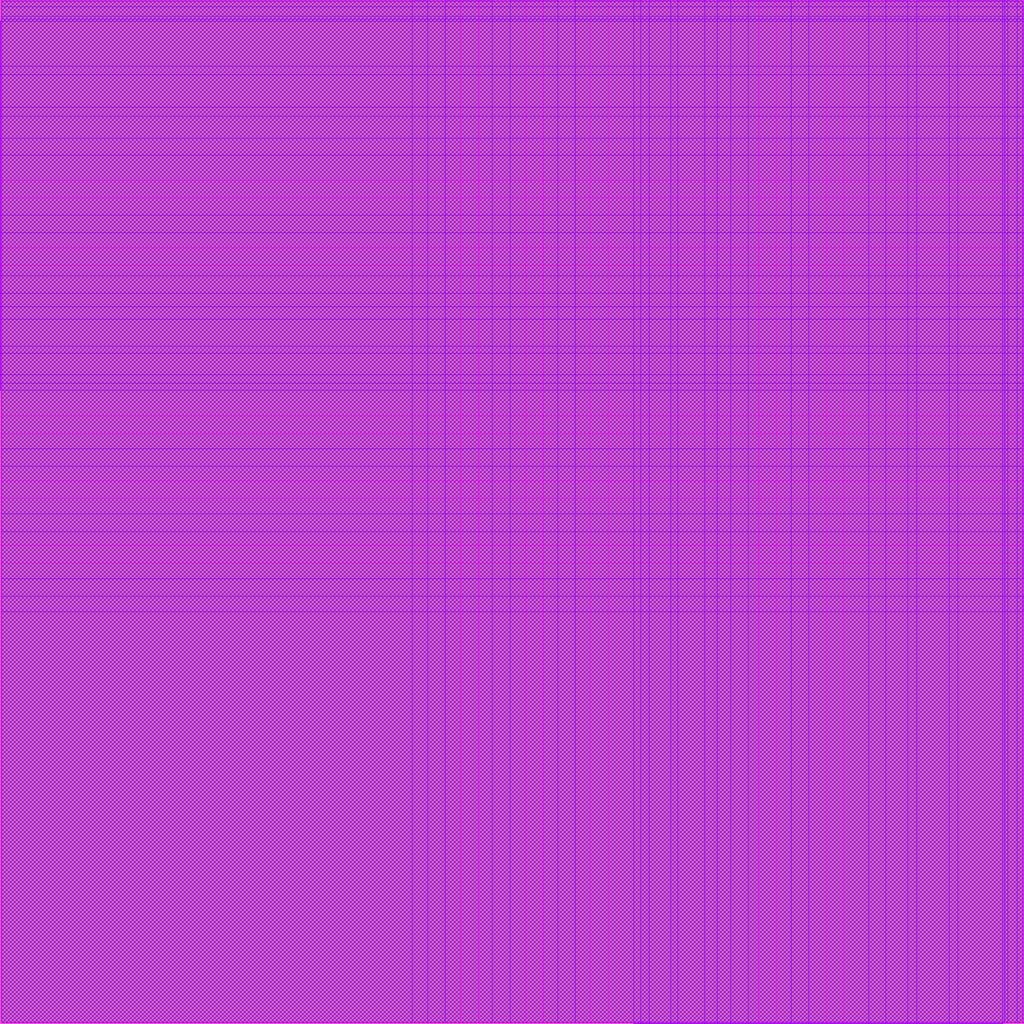
<source format=lef>
SITE  IOSite
    CLASS       PAD ;
    SYMMETRY    Y ;
    SIZE        0.005 BY 174.000 ;
END  IOSite

SITE  CornerSite
    CLASS	PAD ;
    SYMMETRY	R90 Y ;
    SIZE	174.000 BY 174.000 ;
END  CornerSite

MACRO PLVSSO
  CLASS  PAD ;
  FOREIGN PLVSSO 0.000 0.000 ;
  ORIGIN 0.000 0.000 ;
  SIZE 70.000 BY 174.000 ;
  SYMMETRY R90  ;
  SITE IOSite ;
  PIN VSSO
    DIRECTION INOUT ;
    PORT
      LAYER M8 ;
        RECT 3.000 0.665 67.000 0.700 ;
        RECT 3.010 0.660 66.995 0.700 ;
        RECT 3.010 0.655 66.985 0.700 ;
        RECT 3.020 0.650 66.985 0.700 ;
        RECT 3.020 0.645 66.975 0.700 ;
        RECT 3.030 0.640 66.975 0.700 ;
        RECT 3.030 0.635 66.965 0.700 ;
        RECT 3.040 0.630 66.965 0.700 ;
        RECT 3.040 0.625 66.955 0.700 ;
        RECT 3.050 0.620 66.955 0.700 ;
        RECT 3.050 0.615 66.945 0.700 ;
        RECT 3.060 0.610 66.945 0.700 ;
        RECT 3.060 0.605 66.935 0.700 ;
        RECT 3.070 0.600 66.935 0.700 ;
        RECT 3.070 0.595 66.925 0.700 ;
        RECT 3.080 0.590 66.925 0.700 ;
        RECT 3.080 0.585 66.915 0.700 ;
        RECT 3.090 0.580 66.915 0.700 ;
        RECT 3.090 0.575 66.905 0.700 ;
        RECT 3.100 0.570 66.905 0.700 ;
        RECT 3.100 0.565 66.895 0.700 ;
        RECT 3.110 0.560 66.895 0.700 ;
        RECT 3.110 0.555 66.885 0.700 ;
        RECT 3.120 0.550 66.885 0.700 ;
        RECT 3.120 0.545 66.875 0.700 ;
        RECT 3.130 0.540 66.875 0.700 ;
        RECT 3.130 0.535 66.865 0.700 ;
        RECT 3.140 0.530 66.865 0.700 ;
        RECT 3.140 0.525 66.855 0.700 ;
        RECT 3.150 0.520 66.855 0.700 ;
        RECT 3.150 0.515 66.845 0.700 ;
        RECT 3.160 0.510 66.845 0.700 ;
        RECT 3.160 0.505 66.835 0.700 ;
        RECT 3.170 0.500 66.835 0.700 ;
        RECT 3.170 0.495 66.825 0.700 ;
        RECT 3.180 0.490 66.825 0.700 ;
        RECT 3.180 0.485 66.815 0.700 ;
        RECT 3.190 0.480 66.815 0.700 ;
        RECT 3.190 0.475 66.805 0.700 ;
        RECT 3.200 0.470 66.805 0.700 ;
        RECT 3.200 0.465 66.795 0.700 ;
        RECT 3.210 0.460 66.795 0.700 ;
        RECT 3.210 0.455 66.785 0.700 ;
        RECT 3.220 0.450 66.785 0.700 ;
        RECT 3.220 0.445 66.775 0.700 ;
        RECT 3.230 0.440 66.775 0.700 ;
        RECT 3.230 0.435 66.765 0.700 ;
        RECT 3.240 0.430 66.765 0.700 ;
        RECT 3.240 0.425 66.755 0.700 ;
        RECT 3.250 0.420 66.755 0.700 ;
        RECT 3.250 0.415 66.745 0.700 ;
        RECT 3.260 0.410 66.745 0.700 ;
        RECT 3.260 0.405 66.735 0.700 ;
        RECT 3.270 0.400 66.735 0.700 ;
        RECT 3.270 0.395 66.725 0.700 ;
        RECT 3.280 0.390 66.725 0.700 ;
        RECT 3.280 0.385 66.715 0.700 ;
        RECT 3.290 0.380 66.715 0.700 ;
        RECT 3.290 0.375 66.705 0.700 ;
        RECT 3.300 0.370 66.705 0.700 ;
        RECT 3.300 0.365 66.695 0.700 ;
        RECT 3.310 0.360 66.695 0.700 ;
        RECT 3.310 0.355 66.685 0.700 ;
        RECT 3.320 0.350 66.685 0.700 ;
        RECT 3.320 0.345 66.675 0.700 ;
        RECT 3.330 0.340 66.675 0.700 ;
        RECT 3.330 0.335 66.665 0.700 ;
        RECT 3.340 0.330 66.665 0.700 ;
        RECT 3.340 0.325 66.655 0.700 ;
        RECT 3.350 0.320 66.655 0.700 ;
        RECT 3.350 0.315 66.645 0.700 ;
        RECT 3.360 0.310 66.645 0.700 ;
        RECT 3.360 0.305 66.635 0.700 ;
        RECT 3.370 0.300 66.635 0.700 ;
        RECT 3.370 0.295 66.625 0.700 ;
        RECT 3.380 0.290 66.625 0.700 ;
        RECT 3.380 0.285 66.615 0.700 ;
        RECT 3.390 0.280 66.615 0.700 ;
        RECT 3.390 0.275 66.605 0.700 ;
        RECT 3.400 0.270 66.605 0.700 ;
        RECT 3.400 0.265 66.595 0.700 ;
        RECT 3.410 0.260 66.595 0.700 ;
        RECT 3.410 0.255 66.585 0.700 ;
        RECT 3.420 0.250 66.585 0.700 ;
        RECT 3.420 0.245 66.575 0.700 ;
        RECT 3.430 0.240 66.575 0.700 ;
        RECT 3.430 0.235 66.565 0.700 ;
        RECT 3.440 0.230 66.565 0.700 ;
        RECT 3.440 0.225 66.555 0.700 ;
        RECT 3.450 0.220 66.555 0.700 ;
        RECT 3.450 0.215 66.545 0.700 ;
        RECT 3.460 0.210 66.545 0.700 ;
        RECT 3.460 0.205 66.535 0.700 ;
        RECT 3.470 0.200 66.535 0.700 ;
        RECT 3.470 0.195 66.525 0.700 ;
        RECT 3.480 0.190 66.525 0.700 ;
        RECT 3.480 0.185 66.515 0.700 ;
        RECT 3.490 0.180 66.515 0.700 ;
        RECT 3.490 0.175 66.505 0.700 ;
        RECT 3.500 0.170 66.505 0.700 ;
        RECT 3.500 0.165 66.495 0.700 ;
        RECT 3.510 0.160 66.495 0.700 ;
        RECT 3.510 0.155 66.485 0.700 ;
        RECT 3.520 0.150 66.485 0.700 ;
        RECT 3.520 0.145 66.475 0.700 ;
        RECT 3.530 0.140 66.475 0.700 ;
        RECT 3.530 0.135 66.465 0.700 ;
        RECT 3.540 0.130 66.465 0.700 ;
        RECT 3.540 0.125 66.455 0.700 ;
        RECT 3.550 0.120 66.455 0.700 ;
        RECT 3.550 0.115 66.445 0.700 ;
        RECT 3.560 0.110 66.445 0.700 ;
        RECT 3.560 0.105 66.435 0.700 ;
        RECT 3.570 0.100 66.435 0.700 ;
        RECT 3.570 0.095 66.425 0.700 ;
        RECT 3.580 0.090 66.425 0.700 ;
        RECT 3.580 0.085 66.415 0.700 ;
        RECT 3.590 0.080 66.415 0.700 ;
        RECT 3.590 0.075 66.405 0.700 ;
        RECT 3.600 0.070 66.405 0.700 ;
        RECT 3.600 0.065 66.395 0.700 ;
        RECT 3.610 0.060 66.395 0.700 ;
        RECT 3.610 0.055 66.385 0.700 ;
        RECT 3.620 0.050 66.385 0.700 ;
        RECT 3.620 0.045 66.375 0.700 ;
        RECT 3.630 0.040 66.375 0.700 ;
        RECT 3.630 0.035 66.365 0.700 ;
        RECT 3.640 0.030 66.365 0.700 ;
        RECT 3.640 0.025 66.355 0.700 ;
        RECT 3.650 0.020 66.355 0.700 ;
        RECT 3.650 0.015 66.345 0.700 ;
        RECT 3.660 0.010 66.345 0.700 ;
        RECT 3.660 0.005 66.335 0.700 ;
        RECT 3.665 0.000 66.335 0.700 ;
        RECT 3.510 173.380 66.490 174.000 ;
      LAYER V7 ;
        RECT 3.935 173.515 4.295 173.875 ;
        RECT 4.645 173.515 5.005 173.875 ;
        RECT 5.355 173.515 5.715 173.875 ;
        RECT 6.065 173.515 6.425 173.875 ;
        RECT 6.775 173.515 7.135 173.875 ;
        RECT 7.485 173.515 7.845 173.875 ;
        RECT 8.195 173.515 8.555 173.875 ;
        RECT 8.905 173.515 9.265 173.875 ;
        RECT 9.615 173.515 9.975 173.875 ;
        RECT 10.325 173.515 10.685 173.875 ;
        RECT 11.035 173.515 11.395 173.875 ;
        RECT 11.745 173.515 12.105 173.875 ;
        RECT 12.455 173.515 12.815 173.875 ;
        RECT 13.165 173.515 13.525 173.875 ;
        RECT 13.875 173.515 14.235 173.875 ;
        RECT 14.585 173.515 14.945 173.875 ;
        RECT 15.295 173.515 15.655 173.875 ;
        RECT 16.005 173.515 16.365 173.875 ;
        RECT 16.715 173.515 17.075 173.875 ;
        RECT 17.425 173.515 17.785 173.875 ;
        RECT 18.135 173.515 18.495 173.875 ;
        RECT 18.845 173.515 19.205 173.875 ;
        RECT 19.555 173.515 19.915 173.875 ;
        RECT 20.265 173.515 20.625 173.875 ;
        RECT 20.975 173.515 21.335 173.875 ;
        RECT 21.685 173.515 22.045 173.875 ;
        RECT 22.395 173.515 22.755 173.875 ;
        RECT 23.105 173.515 23.465 173.875 ;
        RECT 23.815 173.515 24.175 173.875 ;
        RECT 24.525 173.515 24.885 173.875 ;
        RECT 25.235 173.515 25.595 173.875 ;
        RECT 25.945 173.515 26.305 173.875 ;
        RECT 26.655 173.515 27.015 173.875 ;
        RECT 27.365 173.515 27.725 173.875 ;
        RECT 28.075 173.515 28.435 173.875 ;
        RECT 28.785 173.515 29.145 173.875 ;
        RECT 29.495 173.515 29.855 173.875 ;
        RECT 30.205 173.515 30.565 173.875 ;
        RECT 30.915 173.515 31.275 173.875 ;
        RECT 31.625 173.515 31.985 173.875 ;
        RECT 32.335 173.515 32.695 173.875 ;
        RECT 33.045 173.515 33.405 173.875 ;
        RECT 33.755 173.515 34.115 173.875 ;
        RECT 34.465 173.515 34.825 173.875 ;
        RECT 35.175 173.515 35.535 173.875 ;
        RECT 35.885 173.515 36.245 173.875 ;
        RECT 36.595 173.515 36.955 173.875 ;
        RECT 37.305 173.515 37.665 173.875 ;
        RECT 38.015 173.515 38.375 173.875 ;
        RECT 38.725 173.515 39.085 173.875 ;
        RECT 39.435 173.515 39.795 173.875 ;
        RECT 40.145 173.515 40.505 173.875 ;
        RECT 40.855 173.515 41.215 173.875 ;
        RECT 41.565 173.515 41.925 173.875 ;
        RECT 42.275 173.515 42.635 173.875 ;
        RECT 42.985 173.515 43.345 173.875 ;
        RECT 43.695 173.515 44.055 173.875 ;
        RECT 44.405 173.515 44.765 173.875 ;
        RECT 45.115 173.515 45.475 173.875 ;
        RECT 45.825 173.515 46.185 173.875 ;
        RECT 46.535 173.515 46.895 173.875 ;
        RECT 47.245 173.515 47.605 173.875 ;
        RECT 47.955 173.515 48.315 173.875 ;
        RECT 48.665 173.515 49.025 173.875 ;
        RECT 49.375 173.515 49.735 173.875 ;
        RECT 50.085 173.515 50.445 173.875 ;
        RECT 50.795 173.515 51.155 173.875 ;
        RECT 51.505 173.515 51.865 173.875 ;
        RECT 52.215 173.515 52.575 173.875 ;
        RECT 52.925 173.515 53.285 173.875 ;
        RECT 53.635 173.515 53.995 173.875 ;
        RECT 54.345 173.515 54.705 173.875 ;
        RECT 55.055 173.515 55.415 173.875 ;
        RECT 55.765 173.515 56.125 173.875 ;
        RECT 56.475 173.515 56.835 173.875 ;
        RECT 57.185 173.515 57.545 173.875 ;
        RECT 57.895 173.515 58.255 173.875 ;
        RECT 58.605 173.515 58.965 173.875 ;
        RECT 59.315 173.515 59.675 173.875 ;
        RECT 60.025 173.515 60.385 173.875 ;
        RECT 60.735 173.515 61.095 173.875 ;
        RECT 61.445 173.515 61.805 173.875 ;
        RECT 62.155 173.515 62.515 173.875 ;
        RECT 62.865 173.515 63.225 173.875 ;
        RECT 63.575 173.515 63.935 173.875 ;
        RECT 64.285 173.515 64.645 173.875 ;
        RECT 64.995 173.515 65.355 173.875 ;
        RECT 65.705 173.515 66.065 173.875 ;
      LAYER M7 ;
        RECT 3.000 0.665 67.000 0.700 ;
        RECT 3.010 0.660 66.995 0.700 ;
        RECT 3.010 0.655 66.985 0.700 ;
        RECT 3.020 0.650 66.985 0.700 ;
        RECT 3.020 0.645 66.975 0.700 ;
        RECT 3.030 0.640 66.975 0.700 ;
        RECT 3.030 0.635 66.965 0.700 ;
        RECT 3.040 0.630 66.965 0.700 ;
        RECT 3.040 0.625 66.955 0.700 ;
        RECT 3.050 0.620 66.955 0.700 ;
        RECT 3.050 0.615 66.945 0.700 ;
        RECT 3.060 0.610 66.945 0.700 ;
        RECT 3.060 0.605 66.935 0.700 ;
        RECT 3.070 0.600 66.935 0.700 ;
        RECT 3.070 0.595 66.925 0.700 ;
        RECT 3.080 0.590 66.925 0.700 ;
        RECT 3.080 0.585 66.915 0.700 ;
        RECT 3.090 0.580 66.915 0.700 ;
        RECT 3.090 0.575 66.905 0.700 ;
        RECT 3.100 0.570 66.905 0.700 ;
        RECT 3.100 0.565 66.895 0.700 ;
        RECT 3.110 0.560 66.895 0.700 ;
        RECT 3.110 0.555 66.885 0.700 ;
        RECT 3.120 0.550 66.885 0.700 ;
        RECT 3.120 0.545 66.875 0.700 ;
        RECT 3.130 0.540 66.875 0.700 ;
        RECT 3.130 0.535 66.865 0.700 ;
        RECT 3.140 0.530 66.865 0.700 ;
        RECT 3.140 0.525 66.855 0.700 ;
        RECT 3.150 0.520 66.855 0.700 ;
        RECT 3.150 0.515 66.845 0.700 ;
        RECT 3.160 0.510 66.845 0.700 ;
        RECT 3.160 0.505 66.835 0.700 ;
        RECT 3.170 0.500 66.835 0.700 ;
        RECT 3.170 0.495 66.825 0.700 ;
        RECT 3.180 0.490 66.825 0.700 ;
        RECT 3.180 0.485 66.815 0.700 ;
        RECT 3.190 0.480 66.815 0.700 ;
        RECT 3.190 0.475 66.805 0.700 ;
        RECT 3.200 0.470 66.805 0.700 ;
        RECT 3.200 0.465 66.795 0.700 ;
        RECT 3.210 0.460 66.795 0.700 ;
        RECT 3.210 0.455 66.785 0.700 ;
        RECT 3.220 0.450 66.785 0.700 ;
        RECT 3.220 0.445 66.775 0.700 ;
        RECT 3.230 0.440 66.775 0.700 ;
        RECT 3.230 0.435 66.765 0.700 ;
        RECT 3.240 0.430 66.765 0.700 ;
        RECT 3.240 0.425 66.755 0.700 ;
        RECT 3.250 0.420 66.755 0.700 ;
        RECT 3.250 0.415 66.745 0.700 ;
        RECT 3.260 0.410 66.745 0.700 ;
        RECT 3.260 0.405 66.735 0.700 ;
        RECT 3.270 0.400 66.735 0.700 ;
        RECT 3.270 0.395 66.725 0.700 ;
        RECT 3.280 0.390 66.725 0.700 ;
        RECT 3.280 0.385 66.715 0.700 ;
        RECT 3.290 0.380 66.715 0.700 ;
        RECT 3.290 0.375 66.705 0.700 ;
        RECT 3.300 0.370 66.705 0.700 ;
        RECT 3.300 0.365 66.695 0.700 ;
        RECT 3.310 0.360 66.695 0.700 ;
        RECT 3.310 0.355 66.685 0.700 ;
        RECT 3.320 0.350 66.685 0.700 ;
        RECT 3.320 0.345 66.675 0.700 ;
        RECT 3.330 0.340 66.675 0.700 ;
        RECT 3.330 0.335 66.665 0.700 ;
        RECT 3.340 0.330 66.665 0.700 ;
        RECT 3.340 0.325 66.655 0.700 ;
        RECT 3.350 0.320 66.655 0.700 ;
        RECT 3.350 0.315 66.645 0.700 ;
        RECT 3.360 0.310 66.645 0.700 ;
        RECT 3.360 0.305 66.635 0.700 ;
        RECT 3.370 0.300 66.635 0.700 ;
        RECT 3.370 0.295 66.625 0.700 ;
        RECT 3.380 0.290 66.625 0.700 ;
        RECT 3.380 0.285 66.615 0.700 ;
        RECT 3.390 0.280 66.615 0.700 ;
        RECT 3.390 0.275 66.605 0.700 ;
        RECT 3.400 0.270 66.605 0.700 ;
        RECT 3.400 0.265 66.595 0.700 ;
        RECT 3.410 0.260 66.595 0.700 ;
        RECT 3.410 0.255 66.585 0.700 ;
        RECT 3.420 0.250 66.585 0.700 ;
        RECT 3.420 0.245 66.575 0.700 ;
        RECT 3.430 0.240 66.575 0.700 ;
        RECT 3.430 0.235 66.565 0.700 ;
        RECT 3.440 0.230 66.565 0.700 ;
        RECT 3.440 0.225 66.555 0.700 ;
        RECT 3.450 0.220 66.555 0.700 ;
        RECT 3.450 0.215 66.545 0.700 ;
        RECT 3.460 0.210 66.545 0.700 ;
        RECT 3.460 0.205 66.535 0.700 ;
        RECT 3.470 0.200 66.535 0.700 ;
        RECT 3.470 0.195 66.525 0.700 ;
        RECT 3.480 0.190 66.525 0.700 ;
        RECT 3.480 0.185 66.515 0.700 ;
        RECT 3.490 0.180 66.515 0.700 ;
        RECT 3.490 0.175 66.505 0.700 ;
        RECT 3.500 0.170 66.505 0.700 ;
        RECT 3.500 0.165 66.495 0.700 ;
        RECT 3.510 0.160 66.495 0.700 ;
        RECT 3.510 0.155 66.485 0.700 ;
        RECT 3.520 0.150 66.485 0.700 ;
        RECT 3.520 0.145 66.475 0.700 ;
        RECT 3.530 0.140 66.475 0.700 ;
        RECT 3.530 0.135 66.465 0.700 ;
        RECT 3.540 0.130 66.465 0.700 ;
        RECT 3.540 0.125 66.455 0.700 ;
        RECT 3.550 0.120 66.455 0.700 ;
        RECT 3.550 0.115 66.445 0.700 ;
        RECT 3.560 0.110 66.445 0.700 ;
        RECT 3.560 0.105 66.435 0.700 ;
        RECT 3.570 0.100 66.435 0.700 ;
        RECT 3.570 0.095 66.425 0.700 ;
        RECT 3.580 0.090 66.425 0.700 ;
        RECT 3.580 0.085 66.415 0.700 ;
        RECT 3.590 0.080 66.415 0.700 ;
        RECT 3.590 0.075 66.405 0.700 ;
        RECT 3.600 0.070 66.405 0.700 ;
        RECT 3.600 0.065 66.395 0.700 ;
        RECT 3.610 0.060 66.395 0.700 ;
        RECT 3.610 0.055 66.385 0.700 ;
        RECT 3.620 0.050 66.385 0.700 ;
        RECT 3.620 0.045 66.375 0.700 ;
        RECT 3.630 0.040 66.375 0.700 ;
        RECT 3.630 0.035 66.365 0.700 ;
        RECT 3.640 0.030 66.365 0.700 ;
        RECT 3.640 0.025 66.355 0.700 ;
        RECT 3.650 0.020 66.355 0.700 ;
        RECT 3.650 0.015 66.345 0.700 ;
        RECT 3.660 0.010 66.345 0.700 ;
        RECT 3.660 0.005 66.335 0.700 ;
        RECT 3.665 0.000 66.335 0.700 ;
        RECT 3.510 173.380 66.490 174.000 ;
      LAYER V6 ;
        RECT 4.360 173.800 4.550 173.990 ;
        RECT 4.360 173.390 4.550 173.580 ;
        RECT 4.770 173.800 4.960 173.990 ;
        RECT 4.770 173.390 4.960 173.580 ;
        RECT 5.180 173.800 5.370 173.990 ;
        RECT 5.180 173.390 5.370 173.580 ;
        RECT 5.590 173.800 5.780 173.990 ;
        RECT 5.590 173.390 5.780 173.580 ;
        RECT 6.000 173.800 6.190 173.990 ;
        RECT 6.000 173.390 6.190 173.580 ;
        RECT 6.410 173.800 6.600 173.990 ;
        RECT 6.410 173.390 6.600 173.580 ;
        RECT 6.820 173.800 7.010 173.990 ;
        RECT 6.820 173.390 7.010 173.580 ;
        RECT 7.230 173.800 7.420 173.990 ;
        RECT 7.230 173.390 7.420 173.580 ;
        RECT 7.640 173.800 7.830 173.990 ;
        RECT 7.640 173.390 7.830 173.580 ;
        RECT 8.050 173.800 8.240 173.990 ;
        RECT 8.050 173.390 8.240 173.580 ;
        RECT 8.460 173.800 8.650 173.990 ;
        RECT 8.460 173.390 8.650 173.580 ;
        RECT 8.870 173.800 9.060 173.990 ;
        RECT 8.870 173.390 9.060 173.580 ;
        RECT 9.280 173.800 9.470 173.990 ;
        RECT 9.280 173.390 9.470 173.580 ;
        RECT 9.690 173.800 9.880 173.990 ;
        RECT 9.690 173.390 9.880 173.580 ;
        RECT 10.100 173.800 10.290 173.990 ;
        RECT 10.100 173.390 10.290 173.580 ;
        RECT 10.510 173.800 10.700 173.990 ;
        RECT 10.510 173.390 10.700 173.580 ;
        RECT 10.920 173.800 11.110 173.990 ;
        RECT 10.920 173.390 11.110 173.580 ;
        RECT 11.330 173.800 11.520 173.990 ;
        RECT 11.330 173.390 11.520 173.580 ;
        RECT 11.740 173.800 11.930 173.990 ;
        RECT 11.740 173.390 11.930 173.580 ;
        RECT 12.150 173.800 12.340 173.990 ;
        RECT 12.150 173.390 12.340 173.580 ;
        RECT 12.560 173.800 12.750 173.990 ;
        RECT 12.560 173.390 12.750 173.580 ;
        RECT 12.970 173.800 13.160 173.990 ;
        RECT 12.970 173.390 13.160 173.580 ;
        RECT 13.380 173.800 13.570 173.990 ;
        RECT 13.380 173.390 13.570 173.580 ;
        RECT 13.790 173.800 13.980 173.990 ;
        RECT 13.790 173.390 13.980 173.580 ;
        RECT 14.200 173.800 14.390 173.990 ;
        RECT 14.200 173.390 14.390 173.580 ;
        RECT 14.610 173.800 14.800 173.990 ;
        RECT 14.610 173.390 14.800 173.580 ;
        RECT 15.020 173.800 15.210 173.990 ;
        RECT 15.020 173.390 15.210 173.580 ;
        RECT 15.430 173.800 15.620 173.990 ;
        RECT 15.430 173.390 15.620 173.580 ;
        RECT 15.840 173.800 16.030 173.990 ;
        RECT 15.840 173.390 16.030 173.580 ;
        RECT 16.250 173.800 16.440 173.990 ;
        RECT 16.250 173.390 16.440 173.580 ;
        RECT 16.660 173.800 16.850 173.990 ;
        RECT 16.660 173.390 16.850 173.580 ;
        RECT 17.070 173.800 17.260 173.990 ;
        RECT 17.070 173.390 17.260 173.580 ;
        RECT 17.480 173.800 17.670 173.990 ;
        RECT 17.480 173.390 17.670 173.580 ;
        RECT 17.890 173.800 18.080 173.990 ;
        RECT 17.890 173.390 18.080 173.580 ;
        RECT 18.300 173.800 18.490 173.990 ;
        RECT 18.300 173.390 18.490 173.580 ;
        RECT 18.710 173.800 18.900 173.990 ;
        RECT 18.710 173.390 18.900 173.580 ;
        RECT 19.120 173.800 19.310 173.990 ;
        RECT 19.120 173.390 19.310 173.580 ;
        RECT 19.530 173.800 19.720 173.990 ;
        RECT 19.530 173.390 19.720 173.580 ;
        RECT 19.940 173.800 20.130 173.990 ;
        RECT 19.940 173.390 20.130 173.580 ;
        RECT 20.350 173.800 20.540 173.990 ;
        RECT 20.350 173.390 20.540 173.580 ;
        RECT 20.760 173.800 20.950 173.990 ;
        RECT 20.760 173.390 20.950 173.580 ;
        RECT 21.170 173.800 21.360 173.990 ;
        RECT 21.170 173.390 21.360 173.580 ;
        RECT 21.580 173.800 21.770 173.990 ;
        RECT 21.580 173.390 21.770 173.580 ;
        RECT 21.990 173.800 22.180 173.990 ;
        RECT 21.990 173.390 22.180 173.580 ;
        RECT 22.400 173.800 22.590 173.990 ;
        RECT 22.400 173.390 22.590 173.580 ;
        RECT 22.810 173.800 23.000 173.990 ;
        RECT 22.810 173.390 23.000 173.580 ;
        RECT 23.220 173.800 23.410 173.990 ;
        RECT 23.220 173.390 23.410 173.580 ;
        RECT 23.630 173.800 23.820 173.990 ;
        RECT 23.630 173.390 23.820 173.580 ;
        RECT 24.040 173.800 24.230 173.990 ;
        RECT 24.040 173.390 24.230 173.580 ;
        RECT 24.450 173.800 24.640 173.990 ;
        RECT 24.450 173.390 24.640 173.580 ;
        RECT 24.860 173.800 25.050 173.990 ;
        RECT 24.860 173.390 25.050 173.580 ;
        RECT 25.270 173.800 25.460 173.990 ;
        RECT 25.270 173.390 25.460 173.580 ;
        RECT 25.680 173.800 25.870 173.990 ;
        RECT 25.680 173.390 25.870 173.580 ;
        RECT 26.090 173.800 26.280 173.990 ;
        RECT 26.090 173.390 26.280 173.580 ;
        RECT 26.500 173.800 26.690 173.990 ;
        RECT 26.500 173.390 26.690 173.580 ;
        RECT 26.910 173.800 27.100 173.990 ;
        RECT 26.910 173.390 27.100 173.580 ;
        RECT 27.320 173.800 27.510 173.990 ;
        RECT 27.320 173.390 27.510 173.580 ;
        RECT 27.730 173.800 27.920 173.990 ;
        RECT 27.730 173.390 27.920 173.580 ;
        RECT 28.140 173.800 28.330 173.990 ;
        RECT 28.140 173.390 28.330 173.580 ;
        RECT 28.550 173.800 28.740 173.990 ;
        RECT 28.550 173.390 28.740 173.580 ;
        RECT 28.960 173.800 29.150 173.990 ;
        RECT 28.960 173.390 29.150 173.580 ;
        RECT 29.370 173.800 29.560 173.990 ;
        RECT 29.370 173.390 29.560 173.580 ;
        RECT 29.780 173.800 29.970 173.990 ;
        RECT 29.780 173.390 29.970 173.580 ;
        RECT 30.190 173.800 30.380 173.990 ;
        RECT 30.190 173.390 30.380 173.580 ;
        RECT 30.600 173.800 30.790 173.990 ;
        RECT 30.600 173.390 30.790 173.580 ;
        RECT 31.010 173.800 31.200 173.990 ;
        RECT 31.010 173.390 31.200 173.580 ;
        RECT 31.420 173.800 31.610 173.990 ;
        RECT 31.420 173.390 31.610 173.580 ;
        RECT 31.830 173.800 32.020 173.990 ;
        RECT 31.830 173.390 32.020 173.580 ;
        RECT 32.240 173.800 32.430 173.990 ;
        RECT 32.240 173.390 32.430 173.580 ;
        RECT 32.650 173.800 32.840 173.990 ;
        RECT 32.650 173.390 32.840 173.580 ;
        RECT 33.060 173.800 33.250 173.990 ;
        RECT 33.060 173.390 33.250 173.580 ;
        RECT 33.470 173.800 33.660 173.990 ;
        RECT 33.470 173.390 33.660 173.580 ;
        RECT 33.880 173.800 34.070 173.990 ;
        RECT 33.880 173.390 34.070 173.580 ;
        RECT 34.290 173.800 34.480 173.990 ;
        RECT 34.290 173.390 34.480 173.580 ;
        RECT 34.700 173.800 34.890 173.990 ;
        RECT 34.700 173.390 34.890 173.580 ;
        RECT 35.110 173.800 35.300 173.990 ;
        RECT 35.110 173.390 35.300 173.580 ;
        RECT 35.520 173.800 35.710 173.990 ;
        RECT 35.520 173.390 35.710 173.580 ;
        RECT 35.930 173.800 36.120 173.990 ;
        RECT 35.930 173.390 36.120 173.580 ;
        RECT 36.340 173.800 36.530 173.990 ;
        RECT 36.340 173.390 36.530 173.580 ;
        RECT 36.750 173.800 36.940 173.990 ;
        RECT 36.750 173.390 36.940 173.580 ;
        RECT 37.160 173.800 37.350 173.990 ;
        RECT 37.160 173.390 37.350 173.580 ;
        RECT 37.570 173.800 37.760 173.990 ;
        RECT 37.570 173.390 37.760 173.580 ;
        RECT 37.980 173.800 38.170 173.990 ;
        RECT 37.980 173.390 38.170 173.580 ;
        RECT 38.390 173.800 38.580 173.990 ;
        RECT 38.390 173.390 38.580 173.580 ;
        RECT 38.800 173.800 38.990 173.990 ;
        RECT 38.800 173.390 38.990 173.580 ;
        RECT 39.210 173.800 39.400 173.990 ;
        RECT 39.210 173.390 39.400 173.580 ;
        RECT 39.620 173.800 39.810 173.990 ;
        RECT 39.620 173.390 39.810 173.580 ;
        RECT 40.030 173.800 40.220 173.990 ;
        RECT 40.030 173.390 40.220 173.580 ;
        RECT 40.440 173.800 40.630 173.990 ;
        RECT 40.440 173.390 40.630 173.580 ;
        RECT 40.850 173.800 41.040 173.990 ;
        RECT 40.850 173.390 41.040 173.580 ;
        RECT 41.260 173.800 41.450 173.990 ;
        RECT 41.260 173.390 41.450 173.580 ;
        RECT 41.670 173.800 41.860 173.990 ;
        RECT 41.670 173.390 41.860 173.580 ;
        RECT 42.080 173.800 42.270 173.990 ;
        RECT 42.080 173.390 42.270 173.580 ;
        RECT 42.490 173.800 42.680 173.990 ;
        RECT 42.490 173.390 42.680 173.580 ;
        RECT 42.900 173.800 43.090 173.990 ;
        RECT 42.900 173.390 43.090 173.580 ;
        RECT 43.310 173.800 43.500 173.990 ;
        RECT 43.310 173.390 43.500 173.580 ;
        RECT 43.720 173.800 43.910 173.990 ;
        RECT 43.720 173.390 43.910 173.580 ;
        RECT 44.130 173.800 44.320 173.990 ;
        RECT 44.130 173.390 44.320 173.580 ;
        RECT 44.540 173.800 44.730 173.990 ;
        RECT 44.540 173.390 44.730 173.580 ;
        RECT 44.950 173.800 45.140 173.990 ;
        RECT 44.950 173.390 45.140 173.580 ;
        RECT 45.360 173.800 45.550 173.990 ;
        RECT 45.360 173.390 45.550 173.580 ;
        RECT 45.770 173.800 45.960 173.990 ;
        RECT 45.770 173.390 45.960 173.580 ;
        RECT 46.180 173.800 46.370 173.990 ;
        RECT 46.180 173.390 46.370 173.580 ;
        RECT 46.590 173.800 46.780 173.990 ;
        RECT 46.590 173.390 46.780 173.580 ;
        RECT 47.000 173.800 47.190 173.990 ;
        RECT 47.000 173.390 47.190 173.580 ;
        RECT 47.410 173.800 47.600 173.990 ;
        RECT 47.410 173.390 47.600 173.580 ;
        RECT 47.820 173.800 48.010 173.990 ;
        RECT 47.820 173.390 48.010 173.580 ;
        RECT 48.230 173.800 48.420 173.990 ;
        RECT 48.230 173.390 48.420 173.580 ;
        RECT 48.640 173.800 48.830 173.990 ;
        RECT 48.640 173.390 48.830 173.580 ;
        RECT 49.050 173.800 49.240 173.990 ;
        RECT 49.050 173.390 49.240 173.580 ;
        RECT 49.460 173.800 49.650 173.990 ;
        RECT 49.460 173.390 49.650 173.580 ;
        RECT 49.870 173.800 50.060 173.990 ;
        RECT 49.870 173.390 50.060 173.580 ;
        RECT 50.280 173.800 50.470 173.990 ;
        RECT 50.280 173.390 50.470 173.580 ;
        RECT 50.690 173.800 50.880 173.990 ;
        RECT 50.690 173.390 50.880 173.580 ;
        RECT 51.100 173.800 51.290 173.990 ;
        RECT 51.100 173.390 51.290 173.580 ;
        RECT 51.510 173.800 51.700 173.990 ;
        RECT 51.510 173.390 51.700 173.580 ;
        RECT 51.920 173.800 52.110 173.990 ;
        RECT 51.920 173.390 52.110 173.580 ;
        RECT 52.330 173.800 52.520 173.990 ;
        RECT 52.330 173.390 52.520 173.580 ;
        RECT 52.740 173.800 52.930 173.990 ;
        RECT 52.740 173.390 52.930 173.580 ;
        RECT 53.150 173.800 53.340 173.990 ;
        RECT 53.150 173.390 53.340 173.580 ;
        RECT 53.560 173.800 53.750 173.990 ;
        RECT 53.560 173.390 53.750 173.580 ;
        RECT 53.970 173.800 54.160 173.990 ;
        RECT 53.970 173.390 54.160 173.580 ;
        RECT 54.380 173.800 54.570 173.990 ;
        RECT 54.380 173.390 54.570 173.580 ;
        RECT 54.790 173.800 54.980 173.990 ;
        RECT 54.790 173.390 54.980 173.580 ;
        RECT 55.200 173.800 55.390 173.990 ;
        RECT 55.200 173.390 55.390 173.580 ;
        RECT 55.610 173.800 55.800 173.990 ;
        RECT 55.610 173.390 55.800 173.580 ;
        RECT 56.020 173.800 56.210 173.990 ;
        RECT 56.020 173.390 56.210 173.580 ;
        RECT 56.430 173.800 56.620 173.990 ;
        RECT 56.430 173.390 56.620 173.580 ;
        RECT 56.840 173.800 57.030 173.990 ;
        RECT 56.840 173.390 57.030 173.580 ;
        RECT 57.250 173.800 57.440 173.990 ;
        RECT 57.250 173.390 57.440 173.580 ;
        RECT 57.660 173.800 57.850 173.990 ;
        RECT 57.660 173.390 57.850 173.580 ;
        RECT 58.070 173.800 58.260 173.990 ;
        RECT 58.070 173.390 58.260 173.580 ;
        RECT 58.480 173.800 58.670 173.990 ;
        RECT 58.480 173.390 58.670 173.580 ;
        RECT 58.890 173.800 59.080 173.990 ;
        RECT 58.890 173.390 59.080 173.580 ;
        RECT 59.300 173.800 59.490 173.990 ;
        RECT 59.300 173.390 59.490 173.580 ;
        RECT 59.710 173.800 59.900 173.990 ;
        RECT 59.710 173.390 59.900 173.580 ;
        RECT 60.120 173.800 60.310 173.990 ;
        RECT 60.120 173.390 60.310 173.580 ;
        RECT 60.530 173.800 60.720 173.990 ;
        RECT 60.530 173.390 60.720 173.580 ;
        RECT 60.940 173.800 61.130 173.990 ;
        RECT 60.940 173.390 61.130 173.580 ;
        RECT 61.350 173.800 61.540 173.990 ;
        RECT 61.350 173.390 61.540 173.580 ;
        RECT 61.760 173.800 61.950 173.990 ;
        RECT 61.760 173.390 61.950 173.580 ;
        RECT 62.170 173.800 62.360 173.990 ;
        RECT 62.170 173.390 62.360 173.580 ;
        RECT 62.580 173.800 62.770 173.990 ;
        RECT 62.580 173.390 62.770 173.580 ;
        RECT 62.990 173.800 63.180 173.990 ;
        RECT 62.990 173.390 63.180 173.580 ;
        RECT 63.400 173.800 63.590 173.990 ;
        RECT 63.400 173.390 63.590 173.580 ;
        RECT 63.810 173.800 64.000 173.990 ;
        RECT 63.810 173.390 64.000 173.580 ;
        RECT 64.220 173.800 64.410 173.990 ;
        RECT 64.220 173.390 64.410 173.580 ;
        RECT 64.630 173.800 64.820 173.990 ;
        RECT 64.630 173.390 64.820 173.580 ;
        RECT 65.040 173.800 65.230 173.990 ;
        RECT 65.040 173.390 65.230 173.580 ;
        RECT 65.450 173.800 65.640 173.990 ;
        RECT 65.450 173.390 65.640 173.580 ;
      LAYER M4 ;
        RECT 3.000 0.665 67.000 0.700 ;
        RECT 3.010 0.660 66.995 0.700 ;
        RECT 3.010 0.655 66.985 0.700 ;
        RECT 3.020 0.650 66.985 0.700 ;
        RECT 3.020 0.645 66.975 0.700 ;
        RECT 3.030 0.640 66.975 0.700 ;
        RECT 3.030 0.635 66.965 0.700 ;
        RECT 3.040 0.630 66.965 0.700 ;
        RECT 3.040 0.625 66.955 0.700 ;
        RECT 3.050 0.620 66.955 0.700 ;
        RECT 3.050 0.615 66.945 0.700 ;
        RECT 3.060 0.610 66.945 0.700 ;
        RECT 3.060 0.605 66.935 0.700 ;
        RECT 3.070 0.600 66.935 0.700 ;
        RECT 3.070 0.595 66.925 0.700 ;
        RECT 3.080 0.590 66.925 0.700 ;
        RECT 3.080 0.585 66.915 0.700 ;
        RECT 3.090 0.580 66.915 0.700 ;
        RECT 3.090 0.575 66.905 0.700 ;
        RECT 3.100 0.570 66.905 0.700 ;
        RECT 3.100 0.565 66.895 0.700 ;
        RECT 3.110 0.560 66.895 0.700 ;
        RECT 3.110 0.555 66.885 0.700 ;
        RECT 3.120 0.550 66.885 0.700 ;
        RECT 3.120 0.545 66.875 0.700 ;
        RECT 3.130 0.540 66.875 0.700 ;
        RECT 3.130 0.535 66.865 0.700 ;
        RECT 3.140 0.530 66.865 0.700 ;
        RECT 3.140 0.525 66.855 0.700 ;
        RECT 3.150 0.520 66.855 0.700 ;
        RECT 3.150 0.515 66.845 0.700 ;
        RECT 3.160 0.510 66.845 0.700 ;
        RECT 3.160 0.505 66.835 0.700 ;
        RECT 3.170 0.500 66.835 0.700 ;
        RECT 3.170 0.495 66.825 0.700 ;
        RECT 3.180 0.490 66.825 0.700 ;
        RECT 3.180 0.485 66.815 0.700 ;
        RECT 3.190 0.480 66.815 0.700 ;
        RECT 3.190 0.475 66.805 0.700 ;
        RECT 3.200 0.470 66.805 0.700 ;
        RECT 3.200 0.465 66.795 0.700 ;
        RECT 3.210 0.460 66.795 0.700 ;
        RECT 3.210 0.455 66.785 0.700 ;
        RECT 3.220 0.450 66.785 0.700 ;
        RECT 3.220 0.445 66.775 0.700 ;
        RECT 3.230 0.440 66.775 0.700 ;
        RECT 3.230 0.435 66.765 0.700 ;
        RECT 3.240 0.430 66.765 0.700 ;
        RECT 3.240 0.425 66.755 0.700 ;
        RECT 3.250 0.420 66.755 0.700 ;
        RECT 3.250 0.415 66.745 0.700 ;
        RECT 3.260 0.410 66.745 0.700 ;
        RECT 3.260 0.405 66.735 0.700 ;
        RECT 3.270 0.400 66.735 0.700 ;
        RECT 3.270 0.395 66.725 0.700 ;
        RECT 3.280 0.390 66.725 0.700 ;
        RECT 3.280 0.385 66.715 0.700 ;
        RECT 3.290 0.380 66.715 0.700 ;
        RECT 3.290 0.375 66.705 0.700 ;
        RECT 3.300 0.370 66.705 0.700 ;
        RECT 3.300 0.365 66.695 0.700 ;
        RECT 3.310 0.360 66.695 0.700 ;
        RECT 3.310 0.355 66.685 0.700 ;
        RECT 3.320 0.350 66.685 0.700 ;
        RECT 3.320 0.345 66.675 0.700 ;
        RECT 3.330 0.340 66.675 0.700 ;
        RECT 3.330 0.335 66.665 0.700 ;
        RECT 3.340 0.330 66.665 0.700 ;
        RECT 3.340 0.325 66.655 0.700 ;
        RECT 3.350 0.320 66.655 0.700 ;
        RECT 3.350 0.315 66.645 0.700 ;
        RECT 3.360 0.310 66.645 0.700 ;
        RECT 3.360 0.305 66.635 0.700 ;
        RECT 3.370 0.300 66.635 0.700 ;
        RECT 3.370 0.295 66.625 0.700 ;
        RECT 3.380 0.290 66.625 0.700 ;
        RECT 3.380 0.285 66.615 0.700 ;
        RECT 3.390 0.280 66.615 0.700 ;
        RECT 3.390 0.275 66.605 0.700 ;
        RECT 3.400 0.270 66.605 0.700 ;
        RECT 3.400 0.265 66.595 0.700 ;
        RECT 3.410 0.260 66.595 0.700 ;
        RECT 3.410 0.255 66.585 0.700 ;
        RECT 3.420 0.250 66.585 0.700 ;
        RECT 3.420 0.245 66.575 0.700 ;
        RECT 3.430 0.240 66.575 0.700 ;
        RECT 3.430 0.235 66.565 0.700 ;
        RECT 3.440 0.230 66.565 0.700 ;
        RECT 3.440 0.225 66.555 0.700 ;
        RECT 3.450 0.220 66.555 0.700 ;
        RECT 3.450 0.215 66.545 0.700 ;
        RECT 3.460 0.210 66.545 0.700 ;
        RECT 3.460 0.205 66.535 0.700 ;
        RECT 3.470 0.200 66.535 0.700 ;
        RECT 3.470 0.195 66.525 0.700 ;
        RECT 3.480 0.190 66.525 0.700 ;
        RECT 3.480 0.185 66.515 0.700 ;
        RECT 3.490 0.180 66.515 0.700 ;
        RECT 3.490 0.175 66.505 0.700 ;
        RECT 3.500 0.170 66.505 0.700 ;
        RECT 3.500 0.165 66.495 0.700 ;
        RECT 3.510 0.160 66.495 0.700 ;
        RECT 3.510 0.155 66.485 0.700 ;
        RECT 3.520 0.150 66.485 0.700 ;
        RECT 3.520 0.145 66.475 0.700 ;
        RECT 3.530 0.140 66.475 0.700 ;
        RECT 3.530 0.135 66.465 0.700 ;
        RECT 3.540 0.130 66.465 0.700 ;
        RECT 3.540 0.125 66.455 0.700 ;
        RECT 3.550 0.120 66.455 0.700 ;
        RECT 3.550 0.115 66.445 0.700 ;
        RECT 3.560 0.110 66.445 0.700 ;
        RECT 3.560 0.105 66.435 0.700 ;
        RECT 3.570 0.100 66.435 0.700 ;
        RECT 3.570 0.095 66.425 0.700 ;
        RECT 3.580 0.090 66.425 0.700 ;
        RECT 3.580 0.085 66.415 0.700 ;
        RECT 3.590 0.080 66.415 0.700 ;
        RECT 3.590 0.075 66.405 0.700 ;
        RECT 3.600 0.070 66.405 0.700 ;
        RECT 3.600 0.065 66.395 0.700 ;
        RECT 3.610 0.060 66.395 0.700 ;
        RECT 3.610 0.055 66.385 0.700 ;
        RECT 3.620 0.050 66.385 0.700 ;
        RECT 3.620 0.045 66.375 0.700 ;
        RECT 3.630 0.040 66.375 0.700 ;
        RECT 3.630 0.035 66.365 0.700 ;
        RECT 3.640 0.030 66.365 0.700 ;
        RECT 3.640 0.025 66.355 0.700 ;
        RECT 3.650 0.020 66.355 0.700 ;
        RECT 3.650 0.015 66.345 0.700 ;
        RECT 3.660 0.010 66.345 0.700 ;
        RECT 3.660 0.005 66.335 0.700 ;
        RECT 3.665 0.000 66.335 0.700 ;
        RECT 3.510 173.380 66.490 174.000 ;
      LAYER V3 ;
        RECT 4.360 173.800 4.550 173.990 ;
        RECT 4.360 173.390 4.550 173.580 ;
        RECT 4.770 173.800 4.960 173.990 ;
        RECT 4.770 173.390 4.960 173.580 ;
        RECT 5.180 173.800 5.370 173.990 ;
        RECT 5.180 173.390 5.370 173.580 ;
        RECT 5.590 173.800 5.780 173.990 ;
        RECT 5.590 173.390 5.780 173.580 ;
        RECT 6.000 173.800 6.190 173.990 ;
        RECT 6.000 173.390 6.190 173.580 ;
        RECT 6.410 173.800 6.600 173.990 ;
        RECT 6.410 173.390 6.600 173.580 ;
        RECT 6.820 173.800 7.010 173.990 ;
        RECT 6.820 173.390 7.010 173.580 ;
        RECT 7.230 173.800 7.420 173.990 ;
        RECT 7.230 173.390 7.420 173.580 ;
        RECT 7.640 173.800 7.830 173.990 ;
        RECT 7.640 173.390 7.830 173.580 ;
        RECT 8.050 173.800 8.240 173.990 ;
        RECT 8.050 173.390 8.240 173.580 ;
        RECT 8.460 173.800 8.650 173.990 ;
        RECT 8.460 173.390 8.650 173.580 ;
        RECT 8.870 173.800 9.060 173.990 ;
        RECT 8.870 173.390 9.060 173.580 ;
        RECT 9.280 173.800 9.470 173.990 ;
        RECT 9.280 173.390 9.470 173.580 ;
        RECT 9.690 173.800 9.880 173.990 ;
        RECT 9.690 173.390 9.880 173.580 ;
        RECT 10.100 173.800 10.290 173.990 ;
        RECT 10.100 173.390 10.290 173.580 ;
        RECT 10.510 173.800 10.700 173.990 ;
        RECT 10.510 173.390 10.700 173.580 ;
        RECT 10.920 173.800 11.110 173.990 ;
        RECT 10.920 173.390 11.110 173.580 ;
        RECT 11.330 173.800 11.520 173.990 ;
        RECT 11.330 173.390 11.520 173.580 ;
        RECT 11.740 173.800 11.930 173.990 ;
        RECT 11.740 173.390 11.930 173.580 ;
        RECT 12.150 173.800 12.340 173.990 ;
        RECT 12.150 173.390 12.340 173.580 ;
        RECT 12.560 173.800 12.750 173.990 ;
        RECT 12.560 173.390 12.750 173.580 ;
        RECT 12.970 173.800 13.160 173.990 ;
        RECT 12.970 173.390 13.160 173.580 ;
        RECT 13.380 173.800 13.570 173.990 ;
        RECT 13.380 173.390 13.570 173.580 ;
        RECT 13.790 173.800 13.980 173.990 ;
        RECT 13.790 173.390 13.980 173.580 ;
        RECT 14.200 173.800 14.390 173.990 ;
        RECT 14.200 173.390 14.390 173.580 ;
        RECT 14.610 173.800 14.800 173.990 ;
        RECT 14.610 173.390 14.800 173.580 ;
        RECT 15.020 173.800 15.210 173.990 ;
        RECT 15.020 173.390 15.210 173.580 ;
        RECT 15.430 173.800 15.620 173.990 ;
        RECT 15.430 173.390 15.620 173.580 ;
        RECT 15.840 173.800 16.030 173.990 ;
        RECT 15.840 173.390 16.030 173.580 ;
        RECT 16.250 173.800 16.440 173.990 ;
        RECT 16.250 173.390 16.440 173.580 ;
        RECT 16.660 173.800 16.850 173.990 ;
        RECT 16.660 173.390 16.850 173.580 ;
        RECT 17.070 173.800 17.260 173.990 ;
        RECT 17.070 173.390 17.260 173.580 ;
        RECT 17.480 173.800 17.670 173.990 ;
        RECT 17.480 173.390 17.670 173.580 ;
        RECT 17.890 173.800 18.080 173.990 ;
        RECT 17.890 173.390 18.080 173.580 ;
        RECT 18.300 173.800 18.490 173.990 ;
        RECT 18.300 173.390 18.490 173.580 ;
        RECT 18.710 173.800 18.900 173.990 ;
        RECT 18.710 173.390 18.900 173.580 ;
        RECT 19.120 173.800 19.310 173.990 ;
        RECT 19.120 173.390 19.310 173.580 ;
        RECT 19.530 173.800 19.720 173.990 ;
        RECT 19.530 173.390 19.720 173.580 ;
        RECT 19.940 173.800 20.130 173.990 ;
        RECT 19.940 173.390 20.130 173.580 ;
        RECT 20.350 173.800 20.540 173.990 ;
        RECT 20.350 173.390 20.540 173.580 ;
        RECT 20.760 173.800 20.950 173.990 ;
        RECT 20.760 173.390 20.950 173.580 ;
        RECT 21.170 173.800 21.360 173.990 ;
        RECT 21.170 173.390 21.360 173.580 ;
        RECT 21.580 173.800 21.770 173.990 ;
        RECT 21.580 173.390 21.770 173.580 ;
        RECT 21.990 173.800 22.180 173.990 ;
        RECT 21.990 173.390 22.180 173.580 ;
        RECT 22.400 173.800 22.590 173.990 ;
        RECT 22.400 173.390 22.590 173.580 ;
        RECT 22.810 173.800 23.000 173.990 ;
        RECT 22.810 173.390 23.000 173.580 ;
        RECT 23.220 173.800 23.410 173.990 ;
        RECT 23.220 173.390 23.410 173.580 ;
        RECT 23.630 173.800 23.820 173.990 ;
        RECT 23.630 173.390 23.820 173.580 ;
        RECT 24.040 173.800 24.230 173.990 ;
        RECT 24.040 173.390 24.230 173.580 ;
        RECT 24.450 173.800 24.640 173.990 ;
        RECT 24.450 173.390 24.640 173.580 ;
        RECT 24.860 173.800 25.050 173.990 ;
        RECT 24.860 173.390 25.050 173.580 ;
        RECT 25.270 173.800 25.460 173.990 ;
        RECT 25.270 173.390 25.460 173.580 ;
        RECT 25.680 173.800 25.870 173.990 ;
        RECT 25.680 173.390 25.870 173.580 ;
        RECT 26.090 173.800 26.280 173.990 ;
        RECT 26.090 173.390 26.280 173.580 ;
        RECT 26.500 173.800 26.690 173.990 ;
        RECT 26.500 173.390 26.690 173.580 ;
        RECT 26.910 173.800 27.100 173.990 ;
        RECT 26.910 173.390 27.100 173.580 ;
        RECT 27.320 173.800 27.510 173.990 ;
        RECT 27.320 173.390 27.510 173.580 ;
        RECT 27.730 173.800 27.920 173.990 ;
        RECT 27.730 173.390 27.920 173.580 ;
        RECT 28.140 173.800 28.330 173.990 ;
        RECT 28.140 173.390 28.330 173.580 ;
        RECT 28.550 173.800 28.740 173.990 ;
        RECT 28.550 173.390 28.740 173.580 ;
        RECT 28.960 173.800 29.150 173.990 ;
        RECT 28.960 173.390 29.150 173.580 ;
        RECT 29.370 173.800 29.560 173.990 ;
        RECT 29.370 173.390 29.560 173.580 ;
        RECT 29.780 173.800 29.970 173.990 ;
        RECT 29.780 173.390 29.970 173.580 ;
        RECT 30.190 173.800 30.380 173.990 ;
        RECT 30.190 173.390 30.380 173.580 ;
        RECT 30.600 173.800 30.790 173.990 ;
        RECT 30.600 173.390 30.790 173.580 ;
        RECT 31.010 173.800 31.200 173.990 ;
        RECT 31.010 173.390 31.200 173.580 ;
        RECT 31.420 173.800 31.610 173.990 ;
        RECT 31.420 173.390 31.610 173.580 ;
        RECT 31.830 173.800 32.020 173.990 ;
        RECT 31.830 173.390 32.020 173.580 ;
        RECT 32.240 173.800 32.430 173.990 ;
        RECT 32.240 173.390 32.430 173.580 ;
        RECT 32.650 173.800 32.840 173.990 ;
        RECT 32.650 173.390 32.840 173.580 ;
        RECT 33.060 173.800 33.250 173.990 ;
        RECT 33.060 173.390 33.250 173.580 ;
        RECT 33.470 173.800 33.660 173.990 ;
        RECT 33.470 173.390 33.660 173.580 ;
        RECT 33.880 173.800 34.070 173.990 ;
        RECT 33.880 173.390 34.070 173.580 ;
        RECT 34.290 173.800 34.480 173.990 ;
        RECT 34.290 173.390 34.480 173.580 ;
        RECT 34.700 173.800 34.890 173.990 ;
        RECT 34.700 173.390 34.890 173.580 ;
        RECT 35.110 173.800 35.300 173.990 ;
        RECT 35.110 173.390 35.300 173.580 ;
        RECT 35.520 173.800 35.710 173.990 ;
        RECT 35.520 173.390 35.710 173.580 ;
        RECT 35.930 173.800 36.120 173.990 ;
        RECT 35.930 173.390 36.120 173.580 ;
        RECT 36.340 173.800 36.530 173.990 ;
        RECT 36.340 173.390 36.530 173.580 ;
        RECT 36.750 173.800 36.940 173.990 ;
        RECT 36.750 173.390 36.940 173.580 ;
        RECT 37.160 173.800 37.350 173.990 ;
        RECT 37.160 173.390 37.350 173.580 ;
        RECT 37.570 173.800 37.760 173.990 ;
        RECT 37.570 173.390 37.760 173.580 ;
        RECT 37.980 173.800 38.170 173.990 ;
        RECT 37.980 173.390 38.170 173.580 ;
        RECT 38.390 173.800 38.580 173.990 ;
        RECT 38.390 173.390 38.580 173.580 ;
        RECT 38.800 173.800 38.990 173.990 ;
        RECT 38.800 173.390 38.990 173.580 ;
        RECT 39.210 173.800 39.400 173.990 ;
        RECT 39.210 173.390 39.400 173.580 ;
        RECT 39.620 173.800 39.810 173.990 ;
        RECT 39.620 173.390 39.810 173.580 ;
        RECT 40.030 173.800 40.220 173.990 ;
        RECT 40.030 173.390 40.220 173.580 ;
        RECT 40.440 173.800 40.630 173.990 ;
        RECT 40.440 173.390 40.630 173.580 ;
        RECT 40.850 173.800 41.040 173.990 ;
        RECT 40.850 173.390 41.040 173.580 ;
        RECT 41.260 173.800 41.450 173.990 ;
        RECT 41.260 173.390 41.450 173.580 ;
        RECT 41.670 173.800 41.860 173.990 ;
        RECT 41.670 173.390 41.860 173.580 ;
        RECT 42.080 173.800 42.270 173.990 ;
        RECT 42.080 173.390 42.270 173.580 ;
        RECT 42.490 173.800 42.680 173.990 ;
        RECT 42.490 173.390 42.680 173.580 ;
        RECT 42.900 173.800 43.090 173.990 ;
        RECT 42.900 173.390 43.090 173.580 ;
        RECT 43.310 173.800 43.500 173.990 ;
        RECT 43.310 173.390 43.500 173.580 ;
        RECT 43.720 173.800 43.910 173.990 ;
        RECT 43.720 173.390 43.910 173.580 ;
        RECT 44.130 173.800 44.320 173.990 ;
        RECT 44.130 173.390 44.320 173.580 ;
        RECT 44.540 173.800 44.730 173.990 ;
        RECT 44.540 173.390 44.730 173.580 ;
        RECT 44.950 173.800 45.140 173.990 ;
        RECT 44.950 173.390 45.140 173.580 ;
        RECT 45.360 173.800 45.550 173.990 ;
        RECT 45.360 173.390 45.550 173.580 ;
        RECT 45.770 173.800 45.960 173.990 ;
        RECT 45.770 173.390 45.960 173.580 ;
        RECT 46.180 173.800 46.370 173.990 ;
        RECT 46.180 173.390 46.370 173.580 ;
        RECT 46.590 173.800 46.780 173.990 ;
        RECT 46.590 173.390 46.780 173.580 ;
        RECT 47.000 173.800 47.190 173.990 ;
        RECT 47.000 173.390 47.190 173.580 ;
        RECT 47.410 173.800 47.600 173.990 ;
        RECT 47.410 173.390 47.600 173.580 ;
        RECT 47.820 173.800 48.010 173.990 ;
        RECT 47.820 173.390 48.010 173.580 ;
        RECT 48.230 173.800 48.420 173.990 ;
        RECT 48.230 173.390 48.420 173.580 ;
        RECT 48.640 173.800 48.830 173.990 ;
        RECT 48.640 173.390 48.830 173.580 ;
        RECT 49.050 173.800 49.240 173.990 ;
        RECT 49.050 173.390 49.240 173.580 ;
        RECT 49.460 173.800 49.650 173.990 ;
        RECT 49.460 173.390 49.650 173.580 ;
        RECT 49.870 173.800 50.060 173.990 ;
        RECT 49.870 173.390 50.060 173.580 ;
        RECT 50.280 173.800 50.470 173.990 ;
        RECT 50.280 173.390 50.470 173.580 ;
        RECT 50.690 173.800 50.880 173.990 ;
        RECT 50.690 173.390 50.880 173.580 ;
        RECT 51.100 173.800 51.290 173.990 ;
        RECT 51.100 173.390 51.290 173.580 ;
        RECT 51.510 173.800 51.700 173.990 ;
        RECT 51.510 173.390 51.700 173.580 ;
        RECT 51.920 173.800 52.110 173.990 ;
        RECT 51.920 173.390 52.110 173.580 ;
        RECT 52.330 173.800 52.520 173.990 ;
        RECT 52.330 173.390 52.520 173.580 ;
        RECT 52.740 173.800 52.930 173.990 ;
        RECT 52.740 173.390 52.930 173.580 ;
        RECT 53.150 173.800 53.340 173.990 ;
        RECT 53.150 173.390 53.340 173.580 ;
        RECT 53.560 173.800 53.750 173.990 ;
        RECT 53.560 173.390 53.750 173.580 ;
        RECT 53.970 173.800 54.160 173.990 ;
        RECT 53.970 173.390 54.160 173.580 ;
        RECT 54.380 173.800 54.570 173.990 ;
        RECT 54.380 173.390 54.570 173.580 ;
        RECT 54.790 173.800 54.980 173.990 ;
        RECT 54.790 173.390 54.980 173.580 ;
        RECT 55.200 173.800 55.390 173.990 ;
        RECT 55.200 173.390 55.390 173.580 ;
        RECT 55.610 173.800 55.800 173.990 ;
        RECT 55.610 173.390 55.800 173.580 ;
        RECT 56.020 173.800 56.210 173.990 ;
        RECT 56.020 173.390 56.210 173.580 ;
        RECT 56.430 173.800 56.620 173.990 ;
        RECT 56.430 173.390 56.620 173.580 ;
        RECT 56.840 173.800 57.030 173.990 ;
        RECT 56.840 173.390 57.030 173.580 ;
        RECT 57.250 173.800 57.440 173.990 ;
        RECT 57.250 173.390 57.440 173.580 ;
        RECT 57.660 173.800 57.850 173.990 ;
        RECT 57.660 173.390 57.850 173.580 ;
        RECT 58.070 173.800 58.260 173.990 ;
        RECT 58.070 173.390 58.260 173.580 ;
        RECT 58.480 173.800 58.670 173.990 ;
        RECT 58.480 173.390 58.670 173.580 ;
        RECT 58.890 173.800 59.080 173.990 ;
        RECT 58.890 173.390 59.080 173.580 ;
        RECT 59.300 173.800 59.490 173.990 ;
        RECT 59.300 173.390 59.490 173.580 ;
        RECT 59.710 173.800 59.900 173.990 ;
        RECT 59.710 173.390 59.900 173.580 ;
        RECT 60.120 173.800 60.310 173.990 ;
        RECT 60.120 173.390 60.310 173.580 ;
        RECT 60.530 173.800 60.720 173.990 ;
        RECT 60.530 173.390 60.720 173.580 ;
        RECT 60.940 173.800 61.130 173.990 ;
        RECT 60.940 173.390 61.130 173.580 ;
        RECT 61.350 173.800 61.540 173.990 ;
        RECT 61.350 173.390 61.540 173.580 ;
        RECT 61.760 173.800 61.950 173.990 ;
        RECT 61.760 173.390 61.950 173.580 ;
        RECT 62.170 173.800 62.360 173.990 ;
        RECT 62.170 173.390 62.360 173.580 ;
        RECT 62.580 173.800 62.770 173.990 ;
        RECT 62.580 173.390 62.770 173.580 ;
        RECT 62.990 173.800 63.180 173.990 ;
        RECT 62.990 173.390 63.180 173.580 ;
        RECT 63.400 173.800 63.590 173.990 ;
        RECT 63.400 173.390 63.590 173.580 ;
        RECT 63.810 173.800 64.000 173.990 ;
        RECT 63.810 173.390 64.000 173.580 ;
        RECT 64.220 173.800 64.410 173.990 ;
        RECT 64.220 173.390 64.410 173.580 ;
        RECT 64.630 173.800 64.820 173.990 ;
        RECT 64.630 173.390 64.820 173.580 ;
        RECT 65.040 173.800 65.230 173.990 ;
        RECT 65.040 173.390 65.230 173.580 ;
        RECT 65.450 173.800 65.640 173.990 ;
        RECT 65.450 173.390 65.640 173.580 ;
      LAYER M3 ;
        RECT 3.000 0.665 67.000 0.700 ;
        RECT 3.010 0.660 66.995 0.700 ;
        RECT 3.010 0.655 66.985 0.700 ;
        RECT 3.020 0.650 66.985 0.700 ;
        RECT 3.020 0.645 66.975 0.700 ;
        RECT 3.030 0.640 66.975 0.700 ;
        RECT 3.030 0.635 66.965 0.700 ;
        RECT 3.040 0.630 66.965 0.700 ;
        RECT 3.040 0.625 66.955 0.700 ;
        RECT 3.050 0.620 66.955 0.700 ;
        RECT 3.050 0.615 66.945 0.700 ;
        RECT 3.060 0.610 66.945 0.700 ;
        RECT 3.060 0.605 66.935 0.700 ;
        RECT 3.070 0.600 66.935 0.700 ;
        RECT 3.070 0.595 66.925 0.700 ;
        RECT 3.080 0.590 66.925 0.700 ;
        RECT 3.080 0.585 66.915 0.700 ;
        RECT 3.090 0.580 66.915 0.700 ;
        RECT 3.090 0.575 66.905 0.700 ;
        RECT 3.100 0.570 66.905 0.700 ;
        RECT 3.100 0.565 66.895 0.700 ;
        RECT 3.110 0.560 66.895 0.700 ;
        RECT 3.110 0.555 66.885 0.700 ;
        RECT 3.120 0.550 66.885 0.700 ;
        RECT 3.120 0.545 66.875 0.700 ;
        RECT 3.130 0.540 66.875 0.700 ;
        RECT 3.130 0.535 66.865 0.700 ;
        RECT 3.140 0.530 66.865 0.700 ;
        RECT 3.140 0.525 66.855 0.700 ;
        RECT 3.150 0.520 66.855 0.700 ;
        RECT 3.150 0.515 66.845 0.700 ;
        RECT 3.160 0.510 66.845 0.700 ;
        RECT 3.160 0.505 66.835 0.700 ;
        RECT 3.170 0.500 66.835 0.700 ;
        RECT 3.170 0.495 66.825 0.700 ;
        RECT 3.180 0.490 66.825 0.700 ;
        RECT 3.180 0.485 66.815 0.700 ;
        RECT 3.190 0.480 66.815 0.700 ;
        RECT 3.190 0.475 66.805 0.700 ;
        RECT 3.200 0.470 66.805 0.700 ;
        RECT 3.200 0.465 66.795 0.700 ;
        RECT 3.210 0.460 66.795 0.700 ;
        RECT 3.210 0.455 66.785 0.700 ;
        RECT 3.220 0.450 66.785 0.700 ;
        RECT 3.220 0.445 66.775 0.700 ;
        RECT 3.230 0.440 66.775 0.700 ;
        RECT 3.230 0.435 66.765 0.700 ;
        RECT 3.240 0.430 66.765 0.700 ;
        RECT 3.240 0.425 66.755 0.700 ;
        RECT 3.250 0.420 66.755 0.700 ;
        RECT 3.250 0.415 66.745 0.700 ;
        RECT 3.260 0.410 66.745 0.700 ;
        RECT 3.260 0.405 66.735 0.700 ;
        RECT 3.270 0.400 66.735 0.700 ;
        RECT 3.270 0.395 66.725 0.700 ;
        RECT 3.280 0.390 66.725 0.700 ;
        RECT 3.280 0.385 66.715 0.700 ;
        RECT 3.290 0.380 66.715 0.700 ;
        RECT 3.290 0.375 66.705 0.700 ;
        RECT 3.300 0.370 66.705 0.700 ;
        RECT 3.300 0.365 66.695 0.700 ;
        RECT 3.310 0.360 66.695 0.700 ;
        RECT 3.310 0.355 66.685 0.700 ;
        RECT 3.320 0.350 66.685 0.700 ;
        RECT 3.320 0.345 66.675 0.700 ;
        RECT 3.330 0.340 66.675 0.700 ;
        RECT 3.330 0.335 66.665 0.700 ;
        RECT 3.340 0.330 66.665 0.700 ;
        RECT 3.340 0.325 66.655 0.700 ;
        RECT 3.350 0.320 66.655 0.700 ;
        RECT 3.350 0.315 66.645 0.700 ;
        RECT 3.360 0.310 66.645 0.700 ;
        RECT 3.360 0.305 66.635 0.700 ;
        RECT 3.370 0.300 66.635 0.700 ;
        RECT 3.370 0.295 66.625 0.700 ;
        RECT 3.380 0.290 66.625 0.700 ;
        RECT 3.380 0.285 66.615 0.700 ;
        RECT 3.390 0.280 66.615 0.700 ;
        RECT 3.390 0.275 66.605 0.700 ;
        RECT 3.400 0.270 66.605 0.700 ;
        RECT 3.400 0.265 66.595 0.700 ;
        RECT 3.410 0.260 66.595 0.700 ;
        RECT 3.410 0.255 66.585 0.700 ;
        RECT 3.420 0.250 66.585 0.700 ;
        RECT 3.420 0.245 66.575 0.700 ;
        RECT 3.430 0.240 66.575 0.700 ;
        RECT 3.430 0.235 66.565 0.700 ;
        RECT 3.440 0.230 66.565 0.700 ;
        RECT 3.440 0.225 66.555 0.700 ;
        RECT 3.450 0.220 66.555 0.700 ;
        RECT 3.450 0.215 66.545 0.700 ;
        RECT 3.460 0.210 66.545 0.700 ;
        RECT 3.460 0.205 66.535 0.700 ;
        RECT 3.470 0.200 66.535 0.700 ;
        RECT 3.470 0.195 66.525 0.700 ;
        RECT 3.480 0.190 66.525 0.700 ;
        RECT 3.480 0.185 66.515 0.700 ;
        RECT 3.490 0.180 66.515 0.700 ;
        RECT 3.490 0.175 66.505 0.700 ;
        RECT 3.500 0.170 66.505 0.700 ;
        RECT 3.500 0.165 66.495 0.700 ;
        RECT 3.510 0.160 66.495 0.700 ;
        RECT 3.510 0.155 66.485 0.700 ;
        RECT 3.520 0.150 66.485 0.700 ;
        RECT 3.520 0.145 66.475 0.700 ;
        RECT 3.530 0.140 66.475 0.700 ;
        RECT 3.530 0.135 66.465 0.700 ;
        RECT 3.540 0.130 66.465 0.700 ;
        RECT 3.540 0.125 66.455 0.700 ;
        RECT 3.550 0.120 66.455 0.700 ;
        RECT 3.550 0.115 66.445 0.700 ;
        RECT 3.560 0.110 66.445 0.700 ;
        RECT 3.560 0.105 66.435 0.700 ;
        RECT 3.570 0.100 66.435 0.700 ;
        RECT 3.570 0.095 66.425 0.700 ;
        RECT 3.580 0.090 66.425 0.700 ;
        RECT 3.580 0.085 66.415 0.700 ;
        RECT 3.590 0.080 66.415 0.700 ;
        RECT 3.590 0.075 66.405 0.700 ;
        RECT 3.600 0.070 66.405 0.700 ;
        RECT 3.600 0.065 66.395 0.700 ;
        RECT 3.610 0.060 66.395 0.700 ;
        RECT 3.610 0.055 66.385 0.700 ;
        RECT 3.620 0.050 66.385 0.700 ;
        RECT 3.620 0.045 66.375 0.700 ;
        RECT 3.630 0.040 66.375 0.700 ;
        RECT 3.630 0.035 66.365 0.700 ;
        RECT 3.640 0.030 66.365 0.700 ;
        RECT 3.640 0.025 66.355 0.700 ;
        RECT 3.650 0.020 66.355 0.700 ;
        RECT 3.650 0.015 66.345 0.700 ;
        RECT 3.660 0.010 66.345 0.700 ;
        RECT 3.660 0.005 66.335 0.700 ;
        RECT 3.665 0.000 66.335 0.700 ;
        RECT 3.510 173.300 66.490 174.000 ;
      LAYER V2 ;
        RECT 4.360 173.800 4.550 173.990 ;
        RECT 4.360 173.390 4.550 173.580 ;
        RECT 4.770 173.800 4.960 173.990 ;
        RECT 4.770 173.390 4.960 173.580 ;
        RECT 5.180 173.800 5.370 173.990 ;
        RECT 5.180 173.390 5.370 173.580 ;
        RECT 5.590 173.800 5.780 173.990 ;
        RECT 5.590 173.390 5.780 173.580 ;
        RECT 6.000 173.800 6.190 173.990 ;
        RECT 6.000 173.390 6.190 173.580 ;
        RECT 6.410 173.800 6.600 173.990 ;
        RECT 6.410 173.390 6.600 173.580 ;
        RECT 6.820 173.800 7.010 173.990 ;
        RECT 6.820 173.390 7.010 173.580 ;
        RECT 7.230 173.800 7.420 173.990 ;
        RECT 7.230 173.390 7.420 173.580 ;
        RECT 7.640 173.800 7.830 173.990 ;
        RECT 7.640 173.390 7.830 173.580 ;
        RECT 8.050 173.800 8.240 173.990 ;
        RECT 8.050 173.390 8.240 173.580 ;
        RECT 8.460 173.800 8.650 173.990 ;
        RECT 8.460 173.390 8.650 173.580 ;
        RECT 8.870 173.800 9.060 173.990 ;
        RECT 8.870 173.390 9.060 173.580 ;
        RECT 9.280 173.800 9.470 173.990 ;
        RECT 9.280 173.390 9.470 173.580 ;
        RECT 9.690 173.800 9.880 173.990 ;
        RECT 9.690 173.390 9.880 173.580 ;
        RECT 10.100 173.800 10.290 173.990 ;
        RECT 10.100 173.390 10.290 173.580 ;
        RECT 10.510 173.800 10.700 173.990 ;
        RECT 10.510 173.390 10.700 173.580 ;
        RECT 10.920 173.800 11.110 173.990 ;
        RECT 10.920 173.390 11.110 173.580 ;
        RECT 11.330 173.800 11.520 173.990 ;
        RECT 11.330 173.390 11.520 173.580 ;
        RECT 11.740 173.800 11.930 173.990 ;
        RECT 11.740 173.390 11.930 173.580 ;
        RECT 12.150 173.800 12.340 173.990 ;
        RECT 12.150 173.390 12.340 173.580 ;
        RECT 12.560 173.800 12.750 173.990 ;
        RECT 12.560 173.390 12.750 173.580 ;
        RECT 12.970 173.800 13.160 173.990 ;
        RECT 12.970 173.390 13.160 173.580 ;
        RECT 13.380 173.800 13.570 173.990 ;
        RECT 13.380 173.390 13.570 173.580 ;
        RECT 13.790 173.800 13.980 173.990 ;
        RECT 13.790 173.390 13.980 173.580 ;
        RECT 14.200 173.800 14.390 173.990 ;
        RECT 14.200 173.390 14.390 173.580 ;
        RECT 14.610 173.800 14.800 173.990 ;
        RECT 14.610 173.390 14.800 173.580 ;
        RECT 15.020 173.800 15.210 173.990 ;
        RECT 15.020 173.390 15.210 173.580 ;
        RECT 15.430 173.800 15.620 173.990 ;
        RECT 15.430 173.390 15.620 173.580 ;
        RECT 15.840 173.800 16.030 173.990 ;
        RECT 15.840 173.390 16.030 173.580 ;
        RECT 16.250 173.800 16.440 173.990 ;
        RECT 16.250 173.390 16.440 173.580 ;
        RECT 16.660 173.800 16.850 173.990 ;
        RECT 16.660 173.390 16.850 173.580 ;
        RECT 17.070 173.800 17.260 173.990 ;
        RECT 17.070 173.390 17.260 173.580 ;
        RECT 17.480 173.800 17.670 173.990 ;
        RECT 17.480 173.390 17.670 173.580 ;
        RECT 17.890 173.800 18.080 173.990 ;
        RECT 17.890 173.390 18.080 173.580 ;
        RECT 18.300 173.800 18.490 173.990 ;
        RECT 18.300 173.390 18.490 173.580 ;
        RECT 18.710 173.800 18.900 173.990 ;
        RECT 18.710 173.390 18.900 173.580 ;
        RECT 19.120 173.800 19.310 173.990 ;
        RECT 19.120 173.390 19.310 173.580 ;
        RECT 19.530 173.800 19.720 173.990 ;
        RECT 19.530 173.390 19.720 173.580 ;
        RECT 19.940 173.800 20.130 173.990 ;
        RECT 19.940 173.390 20.130 173.580 ;
        RECT 20.350 173.800 20.540 173.990 ;
        RECT 20.350 173.390 20.540 173.580 ;
        RECT 20.760 173.800 20.950 173.990 ;
        RECT 20.760 173.390 20.950 173.580 ;
        RECT 21.170 173.800 21.360 173.990 ;
        RECT 21.170 173.390 21.360 173.580 ;
        RECT 21.580 173.800 21.770 173.990 ;
        RECT 21.580 173.390 21.770 173.580 ;
        RECT 21.990 173.800 22.180 173.990 ;
        RECT 21.990 173.390 22.180 173.580 ;
        RECT 22.400 173.800 22.590 173.990 ;
        RECT 22.400 173.390 22.590 173.580 ;
        RECT 22.810 173.800 23.000 173.990 ;
        RECT 22.810 173.390 23.000 173.580 ;
        RECT 23.220 173.800 23.410 173.990 ;
        RECT 23.220 173.390 23.410 173.580 ;
        RECT 23.630 173.800 23.820 173.990 ;
        RECT 23.630 173.390 23.820 173.580 ;
        RECT 24.040 173.800 24.230 173.990 ;
        RECT 24.040 173.390 24.230 173.580 ;
        RECT 24.450 173.800 24.640 173.990 ;
        RECT 24.450 173.390 24.640 173.580 ;
        RECT 24.860 173.800 25.050 173.990 ;
        RECT 24.860 173.390 25.050 173.580 ;
        RECT 25.270 173.800 25.460 173.990 ;
        RECT 25.270 173.390 25.460 173.580 ;
        RECT 25.680 173.800 25.870 173.990 ;
        RECT 25.680 173.390 25.870 173.580 ;
        RECT 26.090 173.800 26.280 173.990 ;
        RECT 26.090 173.390 26.280 173.580 ;
        RECT 26.500 173.800 26.690 173.990 ;
        RECT 26.500 173.390 26.690 173.580 ;
        RECT 26.910 173.800 27.100 173.990 ;
        RECT 26.910 173.390 27.100 173.580 ;
        RECT 27.320 173.800 27.510 173.990 ;
        RECT 27.320 173.390 27.510 173.580 ;
        RECT 27.730 173.800 27.920 173.990 ;
        RECT 27.730 173.390 27.920 173.580 ;
        RECT 28.140 173.800 28.330 173.990 ;
        RECT 28.140 173.390 28.330 173.580 ;
        RECT 28.550 173.800 28.740 173.990 ;
        RECT 28.550 173.390 28.740 173.580 ;
        RECT 28.960 173.800 29.150 173.990 ;
        RECT 28.960 173.390 29.150 173.580 ;
        RECT 29.370 173.800 29.560 173.990 ;
        RECT 29.370 173.390 29.560 173.580 ;
        RECT 29.780 173.800 29.970 173.990 ;
        RECT 29.780 173.390 29.970 173.580 ;
        RECT 30.190 173.800 30.380 173.990 ;
        RECT 30.190 173.390 30.380 173.580 ;
        RECT 30.600 173.800 30.790 173.990 ;
        RECT 30.600 173.390 30.790 173.580 ;
        RECT 31.010 173.800 31.200 173.990 ;
        RECT 31.010 173.390 31.200 173.580 ;
        RECT 31.420 173.800 31.610 173.990 ;
        RECT 31.420 173.390 31.610 173.580 ;
        RECT 31.830 173.800 32.020 173.990 ;
        RECT 31.830 173.390 32.020 173.580 ;
        RECT 32.240 173.800 32.430 173.990 ;
        RECT 32.240 173.390 32.430 173.580 ;
        RECT 32.650 173.800 32.840 173.990 ;
        RECT 32.650 173.390 32.840 173.580 ;
        RECT 33.060 173.800 33.250 173.990 ;
        RECT 33.060 173.390 33.250 173.580 ;
        RECT 33.470 173.800 33.660 173.990 ;
        RECT 33.470 173.390 33.660 173.580 ;
        RECT 33.880 173.800 34.070 173.990 ;
        RECT 33.880 173.390 34.070 173.580 ;
        RECT 34.290 173.800 34.480 173.990 ;
        RECT 34.290 173.390 34.480 173.580 ;
        RECT 34.700 173.800 34.890 173.990 ;
        RECT 34.700 173.390 34.890 173.580 ;
        RECT 35.110 173.800 35.300 173.990 ;
        RECT 35.110 173.390 35.300 173.580 ;
        RECT 35.520 173.800 35.710 173.990 ;
        RECT 35.520 173.390 35.710 173.580 ;
        RECT 35.930 173.800 36.120 173.990 ;
        RECT 35.930 173.390 36.120 173.580 ;
        RECT 36.340 173.800 36.530 173.990 ;
        RECT 36.340 173.390 36.530 173.580 ;
        RECT 36.750 173.800 36.940 173.990 ;
        RECT 36.750 173.390 36.940 173.580 ;
        RECT 37.160 173.800 37.350 173.990 ;
        RECT 37.160 173.390 37.350 173.580 ;
        RECT 37.570 173.800 37.760 173.990 ;
        RECT 37.570 173.390 37.760 173.580 ;
        RECT 37.980 173.800 38.170 173.990 ;
        RECT 37.980 173.390 38.170 173.580 ;
        RECT 38.390 173.800 38.580 173.990 ;
        RECT 38.390 173.390 38.580 173.580 ;
        RECT 38.800 173.800 38.990 173.990 ;
        RECT 38.800 173.390 38.990 173.580 ;
        RECT 39.210 173.800 39.400 173.990 ;
        RECT 39.210 173.390 39.400 173.580 ;
        RECT 39.620 173.800 39.810 173.990 ;
        RECT 39.620 173.390 39.810 173.580 ;
        RECT 40.030 173.800 40.220 173.990 ;
        RECT 40.030 173.390 40.220 173.580 ;
        RECT 40.440 173.800 40.630 173.990 ;
        RECT 40.440 173.390 40.630 173.580 ;
        RECT 40.850 173.800 41.040 173.990 ;
        RECT 40.850 173.390 41.040 173.580 ;
        RECT 41.260 173.800 41.450 173.990 ;
        RECT 41.260 173.390 41.450 173.580 ;
        RECT 41.670 173.800 41.860 173.990 ;
        RECT 41.670 173.390 41.860 173.580 ;
        RECT 42.080 173.800 42.270 173.990 ;
        RECT 42.080 173.390 42.270 173.580 ;
        RECT 42.490 173.800 42.680 173.990 ;
        RECT 42.490 173.390 42.680 173.580 ;
        RECT 42.900 173.800 43.090 173.990 ;
        RECT 42.900 173.390 43.090 173.580 ;
        RECT 43.310 173.800 43.500 173.990 ;
        RECT 43.310 173.390 43.500 173.580 ;
        RECT 43.720 173.800 43.910 173.990 ;
        RECT 43.720 173.390 43.910 173.580 ;
        RECT 44.130 173.800 44.320 173.990 ;
        RECT 44.130 173.390 44.320 173.580 ;
        RECT 44.540 173.800 44.730 173.990 ;
        RECT 44.540 173.390 44.730 173.580 ;
        RECT 44.950 173.800 45.140 173.990 ;
        RECT 44.950 173.390 45.140 173.580 ;
        RECT 45.360 173.800 45.550 173.990 ;
        RECT 45.360 173.390 45.550 173.580 ;
        RECT 45.770 173.800 45.960 173.990 ;
        RECT 45.770 173.390 45.960 173.580 ;
        RECT 46.180 173.800 46.370 173.990 ;
        RECT 46.180 173.390 46.370 173.580 ;
        RECT 46.590 173.800 46.780 173.990 ;
        RECT 46.590 173.390 46.780 173.580 ;
        RECT 47.000 173.800 47.190 173.990 ;
        RECT 47.000 173.390 47.190 173.580 ;
        RECT 47.410 173.800 47.600 173.990 ;
        RECT 47.410 173.390 47.600 173.580 ;
        RECT 47.820 173.800 48.010 173.990 ;
        RECT 47.820 173.390 48.010 173.580 ;
        RECT 48.230 173.800 48.420 173.990 ;
        RECT 48.230 173.390 48.420 173.580 ;
        RECT 48.640 173.800 48.830 173.990 ;
        RECT 48.640 173.390 48.830 173.580 ;
        RECT 49.050 173.800 49.240 173.990 ;
        RECT 49.050 173.390 49.240 173.580 ;
        RECT 49.460 173.800 49.650 173.990 ;
        RECT 49.460 173.390 49.650 173.580 ;
        RECT 49.870 173.800 50.060 173.990 ;
        RECT 49.870 173.390 50.060 173.580 ;
        RECT 50.280 173.800 50.470 173.990 ;
        RECT 50.280 173.390 50.470 173.580 ;
        RECT 50.690 173.800 50.880 173.990 ;
        RECT 50.690 173.390 50.880 173.580 ;
        RECT 51.100 173.800 51.290 173.990 ;
        RECT 51.100 173.390 51.290 173.580 ;
        RECT 51.510 173.800 51.700 173.990 ;
        RECT 51.510 173.390 51.700 173.580 ;
        RECT 51.920 173.800 52.110 173.990 ;
        RECT 51.920 173.390 52.110 173.580 ;
        RECT 52.330 173.800 52.520 173.990 ;
        RECT 52.330 173.390 52.520 173.580 ;
        RECT 52.740 173.800 52.930 173.990 ;
        RECT 52.740 173.390 52.930 173.580 ;
        RECT 53.150 173.800 53.340 173.990 ;
        RECT 53.150 173.390 53.340 173.580 ;
        RECT 53.560 173.800 53.750 173.990 ;
        RECT 53.560 173.390 53.750 173.580 ;
        RECT 53.970 173.800 54.160 173.990 ;
        RECT 53.970 173.390 54.160 173.580 ;
        RECT 54.380 173.800 54.570 173.990 ;
        RECT 54.380 173.390 54.570 173.580 ;
        RECT 54.790 173.800 54.980 173.990 ;
        RECT 54.790 173.390 54.980 173.580 ;
        RECT 55.200 173.800 55.390 173.990 ;
        RECT 55.200 173.390 55.390 173.580 ;
        RECT 55.610 173.800 55.800 173.990 ;
        RECT 55.610 173.390 55.800 173.580 ;
        RECT 56.020 173.800 56.210 173.990 ;
        RECT 56.020 173.390 56.210 173.580 ;
        RECT 56.430 173.800 56.620 173.990 ;
        RECT 56.430 173.390 56.620 173.580 ;
        RECT 56.840 173.800 57.030 173.990 ;
        RECT 56.840 173.390 57.030 173.580 ;
        RECT 57.250 173.800 57.440 173.990 ;
        RECT 57.250 173.390 57.440 173.580 ;
        RECT 57.660 173.800 57.850 173.990 ;
        RECT 57.660 173.390 57.850 173.580 ;
        RECT 58.070 173.800 58.260 173.990 ;
        RECT 58.070 173.390 58.260 173.580 ;
        RECT 58.480 173.800 58.670 173.990 ;
        RECT 58.480 173.390 58.670 173.580 ;
        RECT 58.890 173.800 59.080 173.990 ;
        RECT 58.890 173.390 59.080 173.580 ;
        RECT 59.300 173.800 59.490 173.990 ;
        RECT 59.300 173.390 59.490 173.580 ;
        RECT 59.710 173.800 59.900 173.990 ;
        RECT 59.710 173.390 59.900 173.580 ;
        RECT 60.120 173.800 60.310 173.990 ;
        RECT 60.120 173.390 60.310 173.580 ;
        RECT 60.530 173.800 60.720 173.990 ;
        RECT 60.530 173.390 60.720 173.580 ;
        RECT 60.940 173.800 61.130 173.990 ;
        RECT 60.940 173.390 61.130 173.580 ;
        RECT 61.350 173.800 61.540 173.990 ;
        RECT 61.350 173.390 61.540 173.580 ;
        RECT 61.760 173.800 61.950 173.990 ;
        RECT 61.760 173.390 61.950 173.580 ;
        RECT 62.170 173.800 62.360 173.990 ;
        RECT 62.170 173.390 62.360 173.580 ;
        RECT 62.580 173.800 62.770 173.990 ;
        RECT 62.580 173.390 62.770 173.580 ;
        RECT 62.990 173.800 63.180 173.990 ;
        RECT 62.990 173.390 63.180 173.580 ;
        RECT 63.400 173.800 63.590 173.990 ;
        RECT 63.400 173.390 63.590 173.580 ;
        RECT 63.810 173.800 64.000 173.990 ;
        RECT 63.810 173.390 64.000 173.580 ;
        RECT 64.220 173.800 64.410 173.990 ;
        RECT 64.220 173.390 64.410 173.580 ;
        RECT 64.630 173.800 64.820 173.990 ;
        RECT 64.630 173.390 64.820 173.580 ;
        RECT 65.040 173.800 65.230 173.990 ;
        RECT 65.040 173.390 65.230 173.580 ;
        RECT 65.450 173.800 65.640 173.990 ;
        RECT 65.450 173.390 65.640 173.580 ;
      LAYER M2 ;
        RECT 3.000 0.665 67.000 0.700 ;
        RECT 3.010 0.660 66.995 0.700 ;
        RECT 3.010 0.655 66.985 0.700 ;
        RECT 3.020 0.650 66.985 0.700 ;
        RECT 3.020 0.645 66.975 0.700 ;
        RECT 3.030 0.640 66.975 0.700 ;
        RECT 3.030 0.635 66.965 0.700 ;
        RECT 3.040 0.630 66.965 0.700 ;
        RECT 3.040 0.625 66.955 0.700 ;
        RECT 3.050 0.620 66.955 0.700 ;
        RECT 3.050 0.615 66.945 0.700 ;
        RECT 3.060 0.610 66.945 0.700 ;
        RECT 3.060 0.605 66.935 0.700 ;
        RECT 3.070 0.600 66.935 0.700 ;
        RECT 3.070 0.595 66.925 0.700 ;
        RECT 3.080 0.590 66.925 0.700 ;
        RECT 3.080 0.585 66.915 0.700 ;
        RECT 3.090 0.580 66.915 0.700 ;
        RECT 3.090 0.575 66.905 0.700 ;
        RECT 3.100 0.570 66.905 0.700 ;
        RECT 3.100 0.565 66.895 0.700 ;
        RECT 3.110 0.560 66.895 0.700 ;
        RECT 3.110 0.555 66.885 0.700 ;
        RECT 3.120 0.550 66.885 0.700 ;
        RECT 3.120 0.545 66.875 0.700 ;
        RECT 3.130 0.540 66.875 0.700 ;
        RECT 3.130 0.535 66.865 0.700 ;
        RECT 3.140 0.530 66.865 0.700 ;
        RECT 3.140 0.525 66.855 0.700 ;
        RECT 3.150 0.520 66.855 0.700 ;
        RECT 3.150 0.515 66.845 0.700 ;
        RECT 3.160 0.510 66.845 0.700 ;
        RECT 3.160 0.505 66.835 0.700 ;
        RECT 3.170 0.500 66.835 0.700 ;
        RECT 3.170 0.495 66.825 0.700 ;
        RECT 3.180 0.490 66.825 0.700 ;
        RECT 3.180 0.485 66.815 0.700 ;
        RECT 3.190 0.480 66.815 0.700 ;
        RECT 3.190 0.475 66.805 0.700 ;
        RECT 3.200 0.470 66.805 0.700 ;
        RECT 3.200 0.465 66.795 0.700 ;
        RECT 3.210 0.460 66.795 0.700 ;
        RECT 3.210 0.455 66.785 0.700 ;
        RECT 3.220 0.450 66.785 0.700 ;
        RECT 3.220 0.445 66.775 0.700 ;
        RECT 3.230 0.440 66.775 0.700 ;
        RECT 3.230 0.435 66.765 0.700 ;
        RECT 3.240 0.430 66.765 0.700 ;
        RECT 3.240 0.425 66.755 0.700 ;
        RECT 3.250 0.420 66.755 0.700 ;
        RECT 3.250 0.415 66.745 0.700 ;
        RECT 3.260 0.410 66.745 0.700 ;
        RECT 3.260 0.405 66.735 0.700 ;
        RECT 3.270 0.400 66.735 0.700 ;
        RECT 3.270 0.395 66.725 0.700 ;
        RECT 3.280 0.390 66.725 0.700 ;
        RECT 3.280 0.385 66.715 0.700 ;
        RECT 3.290 0.380 66.715 0.700 ;
        RECT 3.290 0.375 66.705 0.700 ;
        RECT 3.300 0.370 66.705 0.700 ;
        RECT 3.300 0.365 66.695 0.700 ;
        RECT 3.310 0.360 66.695 0.700 ;
        RECT 3.310 0.355 66.685 0.700 ;
        RECT 3.320 0.350 66.685 0.700 ;
        RECT 3.320 0.345 66.675 0.700 ;
        RECT 3.330 0.340 66.675 0.700 ;
        RECT 3.330 0.335 66.665 0.700 ;
        RECT 3.340 0.330 66.665 0.700 ;
        RECT 3.340 0.325 66.655 0.700 ;
        RECT 3.350 0.320 66.655 0.700 ;
        RECT 3.350 0.315 66.645 0.700 ;
        RECT 3.360 0.310 66.645 0.700 ;
        RECT 3.360 0.305 66.635 0.700 ;
        RECT 3.370 0.300 66.635 0.700 ;
        RECT 3.370 0.295 66.625 0.700 ;
        RECT 3.380 0.290 66.625 0.700 ;
        RECT 3.380 0.285 66.615 0.700 ;
        RECT 3.390 0.280 66.615 0.700 ;
        RECT 3.390 0.275 66.605 0.700 ;
        RECT 3.400 0.270 66.605 0.700 ;
        RECT 3.400 0.265 66.595 0.700 ;
        RECT 3.410 0.260 66.595 0.700 ;
        RECT 3.410 0.255 66.585 0.700 ;
        RECT 3.420 0.250 66.585 0.700 ;
        RECT 3.420 0.245 66.575 0.700 ;
        RECT 3.430 0.240 66.575 0.700 ;
        RECT 3.430 0.235 66.565 0.700 ;
        RECT 3.440 0.230 66.565 0.700 ;
        RECT 3.440 0.225 66.555 0.700 ;
        RECT 3.450 0.220 66.555 0.700 ;
        RECT 3.450 0.215 66.545 0.700 ;
        RECT 3.460 0.210 66.545 0.700 ;
        RECT 3.460 0.205 66.535 0.700 ;
        RECT 3.470 0.200 66.535 0.700 ;
        RECT 3.470 0.195 66.525 0.700 ;
        RECT 3.480 0.190 66.525 0.700 ;
        RECT 3.480 0.185 66.515 0.700 ;
        RECT 3.490 0.180 66.515 0.700 ;
        RECT 3.490 0.175 66.505 0.700 ;
        RECT 3.500 0.170 66.505 0.700 ;
        RECT 3.500 0.165 66.495 0.700 ;
        RECT 3.510 0.160 66.495 0.700 ;
        RECT 3.510 0.155 66.485 0.700 ;
        RECT 3.520 0.150 66.485 0.700 ;
        RECT 3.520 0.145 66.475 0.700 ;
        RECT 3.530 0.140 66.475 0.700 ;
        RECT 3.530 0.135 66.465 0.700 ;
        RECT 3.540 0.130 66.465 0.700 ;
        RECT 3.540 0.125 66.455 0.700 ;
        RECT 3.550 0.120 66.455 0.700 ;
        RECT 3.550 0.115 66.445 0.700 ;
        RECT 3.560 0.110 66.445 0.700 ;
        RECT 3.560 0.105 66.435 0.700 ;
        RECT 3.570 0.100 66.435 0.700 ;
        RECT 3.570 0.095 66.425 0.700 ;
        RECT 3.580 0.090 66.425 0.700 ;
        RECT 3.580 0.085 66.415 0.700 ;
        RECT 3.590 0.080 66.415 0.700 ;
        RECT 3.590 0.075 66.405 0.700 ;
        RECT 3.600 0.070 66.405 0.700 ;
        RECT 3.600 0.065 66.395 0.700 ;
        RECT 3.610 0.060 66.395 0.700 ;
        RECT 3.610 0.055 66.385 0.700 ;
        RECT 3.620 0.050 66.385 0.700 ;
        RECT 3.620 0.045 66.375 0.700 ;
        RECT 3.630 0.040 66.375 0.700 ;
        RECT 3.630 0.035 66.365 0.700 ;
        RECT 3.640 0.030 66.365 0.700 ;
        RECT 3.640 0.025 66.355 0.700 ;
        RECT 3.650 0.020 66.355 0.700 ;
        RECT 3.650 0.015 66.345 0.700 ;
        RECT 3.660 0.010 66.345 0.700 ;
        RECT 3.660 0.005 66.335 0.700 ;
        RECT 3.665 0.000 66.335 0.700 ;
        RECT 3.510 173.300 66.490 174.000 ;
      LAYER V1 ;
        RECT 4.360 173.800 4.550 173.990 ;
        RECT 4.360 173.390 4.550 173.580 ;
        RECT 4.770 173.800 4.960 173.990 ;
        RECT 4.770 173.390 4.960 173.580 ;
        RECT 5.180 173.800 5.370 173.990 ;
        RECT 5.180 173.390 5.370 173.580 ;
        RECT 5.590 173.800 5.780 173.990 ;
        RECT 5.590 173.390 5.780 173.580 ;
        RECT 6.000 173.800 6.190 173.990 ;
        RECT 6.000 173.390 6.190 173.580 ;
        RECT 6.410 173.800 6.600 173.990 ;
        RECT 6.410 173.390 6.600 173.580 ;
        RECT 6.820 173.800 7.010 173.990 ;
        RECT 6.820 173.390 7.010 173.580 ;
        RECT 7.230 173.800 7.420 173.990 ;
        RECT 7.230 173.390 7.420 173.580 ;
        RECT 7.640 173.800 7.830 173.990 ;
        RECT 7.640 173.390 7.830 173.580 ;
        RECT 8.050 173.800 8.240 173.990 ;
        RECT 8.050 173.390 8.240 173.580 ;
        RECT 8.460 173.800 8.650 173.990 ;
        RECT 8.460 173.390 8.650 173.580 ;
        RECT 8.870 173.800 9.060 173.990 ;
        RECT 8.870 173.390 9.060 173.580 ;
        RECT 9.280 173.800 9.470 173.990 ;
        RECT 9.280 173.390 9.470 173.580 ;
        RECT 9.690 173.800 9.880 173.990 ;
        RECT 9.690 173.390 9.880 173.580 ;
        RECT 10.100 173.800 10.290 173.990 ;
        RECT 10.100 173.390 10.290 173.580 ;
        RECT 10.510 173.800 10.700 173.990 ;
        RECT 10.510 173.390 10.700 173.580 ;
        RECT 10.920 173.800 11.110 173.990 ;
        RECT 10.920 173.390 11.110 173.580 ;
        RECT 11.330 173.800 11.520 173.990 ;
        RECT 11.330 173.390 11.520 173.580 ;
        RECT 11.740 173.800 11.930 173.990 ;
        RECT 11.740 173.390 11.930 173.580 ;
        RECT 12.150 173.800 12.340 173.990 ;
        RECT 12.150 173.390 12.340 173.580 ;
        RECT 12.560 173.800 12.750 173.990 ;
        RECT 12.560 173.390 12.750 173.580 ;
        RECT 12.970 173.800 13.160 173.990 ;
        RECT 12.970 173.390 13.160 173.580 ;
        RECT 13.380 173.800 13.570 173.990 ;
        RECT 13.380 173.390 13.570 173.580 ;
        RECT 13.790 173.800 13.980 173.990 ;
        RECT 13.790 173.390 13.980 173.580 ;
        RECT 14.200 173.800 14.390 173.990 ;
        RECT 14.200 173.390 14.390 173.580 ;
        RECT 14.610 173.800 14.800 173.990 ;
        RECT 14.610 173.390 14.800 173.580 ;
        RECT 15.020 173.800 15.210 173.990 ;
        RECT 15.020 173.390 15.210 173.580 ;
        RECT 15.430 173.800 15.620 173.990 ;
        RECT 15.430 173.390 15.620 173.580 ;
        RECT 15.840 173.800 16.030 173.990 ;
        RECT 15.840 173.390 16.030 173.580 ;
        RECT 16.250 173.800 16.440 173.990 ;
        RECT 16.250 173.390 16.440 173.580 ;
        RECT 16.660 173.800 16.850 173.990 ;
        RECT 16.660 173.390 16.850 173.580 ;
        RECT 17.070 173.800 17.260 173.990 ;
        RECT 17.070 173.390 17.260 173.580 ;
        RECT 17.480 173.800 17.670 173.990 ;
        RECT 17.480 173.390 17.670 173.580 ;
        RECT 17.890 173.800 18.080 173.990 ;
        RECT 17.890 173.390 18.080 173.580 ;
        RECT 18.300 173.800 18.490 173.990 ;
        RECT 18.300 173.390 18.490 173.580 ;
        RECT 18.710 173.800 18.900 173.990 ;
        RECT 18.710 173.390 18.900 173.580 ;
        RECT 19.120 173.800 19.310 173.990 ;
        RECT 19.120 173.390 19.310 173.580 ;
        RECT 19.530 173.800 19.720 173.990 ;
        RECT 19.530 173.390 19.720 173.580 ;
        RECT 19.940 173.800 20.130 173.990 ;
        RECT 19.940 173.390 20.130 173.580 ;
        RECT 20.350 173.800 20.540 173.990 ;
        RECT 20.350 173.390 20.540 173.580 ;
        RECT 20.760 173.800 20.950 173.990 ;
        RECT 20.760 173.390 20.950 173.580 ;
        RECT 21.170 173.800 21.360 173.990 ;
        RECT 21.170 173.390 21.360 173.580 ;
        RECT 21.580 173.800 21.770 173.990 ;
        RECT 21.580 173.390 21.770 173.580 ;
        RECT 21.990 173.800 22.180 173.990 ;
        RECT 21.990 173.390 22.180 173.580 ;
        RECT 22.400 173.800 22.590 173.990 ;
        RECT 22.400 173.390 22.590 173.580 ;
        RECT 22.810 173.800 23.000 173.990 ;
        RECT 22.810 173.390 23.000 173.580 ;
        RECT 23.220 173.800 23.410 173.990 ;
        RECT 23.220 173.390 23.410 173.580 ;
        RECT 23.630 173.800 23.820 173.990 ;
        RECT 23.630 173.390 23.820 173.580 ;
        RECT 24.040 173.800 24.230 173.990 ;
        RECT 24.040 173.390 24.230 173.580 ;
        RECT 24.450 173.800 24.640 173.990 ;
        RECT 24.450 173.390 24.640 173.580 ;
        RECT 24.860 173.800 25.050 173.990 ;
        RECT 24.860 173.390 25.050 173.580 ;
        RECT 25.270 173.800 25.460 173.990 ;
        RECT 25.270 173.390 25.460 173.580 ;
        RECT 25.680 173.800 25.870 173.990 ;
        RECT 25.680 173.390 25.870 173.580 ;
        RECT 26.090 173.800 26.280 173.990 ;
        RECT 26.090 173.390 26.280 173.580 ;
        RECT 26.500 173.800 26.690 173.990 ;
        RECT 26.500 173.390 26.690 173.580 ;
        RECT 26.910 173.800 27.100 173.990 ;
        RECT 26.910 173.390 27.100 173.580 ;
        RECT 27.320 173.800 27.510 173.990 ;
        RECT 27.320 173.390 27.510 173.580 ;
        RECT 27.730 173.800 27.920 173.990 ;
        RECT 27.730 173.390 27.920 173.580 ;
        RECT 28.140 173.800 28.330 173.990 ;
        RECT 28.140 173.390 28.330 173.580 ;
        RECT 28.550 173.800 28.740 173.990 ;
        RECT 28.550 173.390 28.740 173.580 ;
        RECT 28.960 173.800 29.150 173.990 ;
        RECT 28.960 173.390 29.150 173.580 ;
        RECT 29.370 173.800 29.560 173.990 ;
        RECT 29.370 173.390 29.560 173.580 ;
        RECT 29.780 173.800 29.970 173.990 ;
        RECT 29.780 173.390 29.970 173.580 ;
        RECT 30.190 173.800 30.380 173.990 ;
        RECT 30.190 173.390 30.380 173.580 ;
        RECT 30.600 173.800 30.790 173.990 ;
        RECT 30.600 173.390 30.790 173.580 ;
        RECT 31.010 173.800 31.200 173.990 ;
        RECT 31.010 173.390 31.200 173.580 ;
        RECT 31.420 173.800 31.610 173.990 ;
        RECT 31.420 173.390 31.610 173.580 ;
        RECT 31.830 173.800 32.020 173.990 ;
        RECT 31.830 173.390 32.020 173.580 ;
        RECT 32.240 173.800 32.430 173.990 ;
        RECT 32.240 173.390 32.430 173.580 ;
        RECT 32.650 173.800 32.840 173.990 ;
        RECT 32.650 173.390 32.840 173.580 ;
        RECT 33.060 173.800 33.250 173.990 ;
        RECT 33.060 173.390 33.250 173.580 ;
        RECT 33.470 173.800 33.660 173.990 ;
        RECT 33.470 173.390 33.660 173.580 ;
        RECT 33.880 173.800 34.070 173.990 ;
        RECT 33.880 173.390 34.070 173.580 ;
        RECT 34.290 173.800 34.480 173.990 ;
        RECT 34.290 173.390 34.480 173.580 ;
        RECT 34.700 173.800 34.890 173.990 ;
        RECT 34.700 173.390 34.890 173.580 ;
        RECT 35.110 173.800 35.300 173.990 ;
        RECT 35.110 173.390 35.300 173.580 ;
        RECT 35.520 173.800 35.710 173.990 ;
        RECT 35.520 173.390 35.710 173.580 ;
        RECT 35.930 173.800 36.120 173.990 ;
        RECT 35.930 173.390 36.120 173.580 ;
        RECT 36.340 173.800 36.530 173.990 ;
        RECT 36.340 173.390 36.530 173.580 ;
        RECT 36.750 173.800 36.940 173.990 ;
        RECT 36.750 173.390 36.940 173.580 ;
        RECT 37.160 173.800 37.350 173.990 ;
        RECT 37.160 173.390 37.350 173.580 ;
        RECT 37.570 173.800 37.760 173.990 ;
        RECT 37.570 173.390 37.760 173.580 ;
        RECT 37.980 173.800 38.170 173.990 ;
        RECT 37.980 173.390 38.170 173.580 ;
        RECT 38.390 173.800 38.580 173.990 ;
        RECT 38.390 173.390 38.580 173.580 ;
        RECT 38.800 173.800 38.990 173.990 ;
        RECT 38.800 173.390 38.990 173.580 ;
        RECT 39.210 173.800 39.400 173.990 ;
        RECT 39.210 173.390 39.400 173.580 ;
        RECT 39.620 173.800 39.810 173.990 ;
        RECT 39.620 173.390 39.810 173.580 ;
        RECT 40.030 173.800 40.220 173.990 ;
        RECT 40.030 173.390 40.220 173.580 ;
        RECT 40.440 173.800 40.630 173.990 ;
        RECT 40.440 173.390 40.630 173.580 ;
        RECT 40.850 173.800 41.040 173.990 ;
        RECT 40.850 173.390 41.040 173.580 ;
        RECT 41.260 173.800 41.450 173.990 ;
        RECT 41.260 173.390 41.450 173.580 ;
        RECT 41.670 173.800 41.860 173.990 ;
        RECT 41.670 173.390 41.860 173.580 ;
        RECT 42.080 173.800 42.270 173.990 ;
        RECT 42.080 173.390 42.270 173.580 ;
        RECT 42.490 173.800 42.680 173.990 ;
        RECT 42.490 173.390 42.680 173.580 ;
        RECT 42.900 173.800 43.090 173.990 ;
        RECT 42.900 173.390 43.090 173.580 ;
        RECT 43.310 173.800 43.500 173.990 ;
        RECT 43.310 173.390 43.500 173.580 ;
        RECT 43.720 173.800 43.910 173.990 ;
        RECT 43.720 173.390 43.910 173.580 ;
        RECT 44.130 173.800 44.320 173.990 ;
        RECT 44.130 173.390 44.320 173.580 ;
        RECT 44.540 173.800 44.730 173.990 ;
        RECT 44.540 173.390 44.730 173.580 ;
        RECT 44.950 173.800 45.140 173.990 ;
        RECT 44.950 173.390 45.140 173.580 ;
        RECT 45.360 173.800 45.550 173.990 ;
        RECT 45.360 173.390 45.550 173.580 ;
        RECT 45.770 173.800 45.960 173.990 ;
        RECT 45.770 173.390 45.960 173.580 ;
        RECT 46.180 173.800 46.370 173.990 ;
        RECT 46.180 173.390 46.370 173.580 ;
        RECT 46.590 173.800 46.780 173.990 ;
        RECT 46.590 173.390 46.780 173.580 ;
        RECT 47.000 173.800 47.190 173.990 ;
        RECT 47.000 173.390 47.190 173.580 ;
        RECT 47.410 173.800 47.600 173.990 ;
        RECT 47.410 173.390 47.600 173.580 ;
        RECT 47.820 173.800 48.010 173.990 ;
        RECT 47.820 173.390 48.010 173.580 ;
        RECT 48.230 173.800 48.420 173.990 ;
        RECT 48.230 173.390 48.420 173.580 ;
        RECT 48.640 173.800 48.830 173.990 ;
        RECT 48.640 173.390 48.830 173.580 ;
        RECT 49.050 173.800 49.240 173.990 ;
        RECT 49.050 173.390 49.240 173.580 ;
        RECT 49.460 173.800 49.650 173.990 ;
        RECT 49.460 173.390 49.650 173.580 ;
        RECT 49.870 173.800 50.060 173.990 ;
        RECT 49.870 173.390 50.060 173.580 ;
        RECT 50.280 173.800 50.470 173.990 ;
        RECT 50.280 173.390 50.470 173.580 ;
        RECT 50.690 173.800 50.880 173.990 ;
        RECT 50.690 173.390 50.880 173.580 ;
        RECT 51.100 173.800 51.290 173.990 ;
        RECT 51.100 173.390 51.290 173.580 ;
        RECT 51.510 173.800 51.700 173.990 ;
        RECT 51.510 173.390 51.700 173.580 ;
        RECT 51.920 173.800 52.110 173.990 ;
        RECT 51.920 173.390 52.110 173.580 ;
        RECT 52.330 173.800 52.520 173.990 ;
        RECT 52.330 173.390 52.520 173.580 ;
        RECT 52.740 173.800 52.930 173.990 ;
        RECT 52.740 173.390 52.930 173.580 ;
        RECT 53.150 173.800 53.340 173.990 ;
        RECT 53.150 173.390 53.340 173.580 ;
        RECT 53.560 173.800 53.750 173.990 ;
        RECT 53.560 173.390 53.750 173.580 ;
        RECT 53.970 173.800 54.160 173.990 ;
        RECT 53.970 173.390 54.160 173.580 ;
        RECT 54.380 173.800 54.570 173.990 ;
        RECT 54.380 173.390 54.570 173.580 ;
        RECT 54.790 173.800 54.980 173.990 ;
        RECT 54.790 173.390 54.980 173.580 ;
        RECT 55.200 173.800 55.390 173.990 ;
        RECT 55.200 173.390 55.390 173.580 ;
        RECT 55.610 173.800 55.800 173.990 ;
        RECT 55.610 173.390 55.800 173.580 ;
        RECT 56.020 173.800 56.210 173.990 ;
        RECT 56.020 173.390 56.210 173.580 ;
        RECT 56.430 173.800 56.620 173.990 ;
        RECT 56.430 173.390 56.620 173.580 ;
        RECT 56.840 173.800 57.030 173.990 ;
        RECT 56.840 173.390 57.030 173.580 ;
        RECT 57.250 173.800 57.440 173.990 ;
        RECT 57.250 173.390 57.440 173.580 ;
        RECT 57.660 173.800 57.850 173.990 ;
        RECT 57.660 173.390 57.850 173.580 ;
        RECT 58.070 173.800 58.260 173.990 ;
        RECT 58.070 173.390 58.260 173.580 ;
        RECT 58.480 173.800 58.670 173.990 ;
        RECT 58.480 173.390 58.670 173.580 ;
        RECT 58.890 173.800 59.080 173.990 ;
        RECT 58.890 173.390 59.080 173.580 ;
        RECT 59.300 173.800 59.490 173.990 ;
        RECT 59.300 173.390 59.490 173.580 ;
        RECT 59.710 173.800 59.900 173.990 ;
        RECT 59.710 173.390 59.900 173.580 ;
        RECT 60.120 173.800 60.310 173.990 ;
        RECT 60.120 173.390 60.310 173.580 ;
        RECT 60.530 173.800 60.720 173.990 ;
        RECT 60.530 173.390 60.720 173.580 ;
        RECT 60.940 173.800 61.130 173.990 ;
        RECT 60.940 173.390 61.130 173.580 ;
        RECT 61.350 173.800 61.540 173.990 ;
        RECT 61.350 173.390 61.540 173.580 ;
        RECT 61.760 173.800 61.950 173.990 ;
        RECT 61.760 173.390 61.950 173.580 ;
        RECT 62.170 173.800 62.360 173.990 ;
        RECT 62.170 173.390 62.360 173.580 ;
        RECT 62.580 173.800 62.770 173.990 ;
        RECT 62.580 173.390 62.770 173.580 ;
        RECT 62.990 173.800 63.180 173.990 ;
        RECT 62.990 173.390 63.180 173.580 ;
        RECT 63.400 173.800 63.590 173.990 ;
        RECT 63.400 173.390 63.590 173.580 ;
        RECT 63.810 173.800 64.000 173.990 ;
        RECT 63.810 173.390 64.000 173.580 ;
        RECT 64.220 173.800 64.410 173.990 ;
        RECT 64.220 173.390 64.410 173.580 ;
        RECT 64.630 173.800 64.820 173.990 ;
        RECT 64.630 173.390 64.820 173.580 ;
        RECT 65.040 173.800 65.230 173.990 ;
        RECT 65.040 173.390 65.230 173.580 ;
        RECT 65.450 173.800 65.640 173.990 ;
        RECT 65.450 173.390 65.640 173.580 ;
      LAYER M1 ;
        RECT 3.510 173.380 66.490 174.000 ;
      LAYER M6 ;
        RECT 3.000 0.665 67.000 0.700 ;
        RECT 3.010 0.660 66.995 0.700 ;
        RECT 3.010 0.655 66.985 0.700 ;
        RECT 3.020 0.650 66.985 0.700 ;
        RECT 3.020 0.645 66.975 0.700 ;
        RECT 3.030 0.640 66.975 0.700 ;
        RECT 3.030 0.635 66.965 0.700 ;
        RECT 3.040 0.630 66.965 0.700 ;
        RECT 3.040 0.625 66.955 0.700 ;
        RECT 3.050 0.620 66.955 0.700 ;
        RECT 3.050 0.615 66.945 0.700 ;
        RECT 3.060 0.610 66.945 0.700 ;
        RECT 3.060 0.605 66.935 0.700 ;
        RECT 3.070 0.600 66.935 0.700 ;
        RECT 3.070 0.595 66.925 0.700 ;
        RECT 3.080 0.590 66.925 0.700 ;
        RECT 3.080 0.585 66.915 0.700 ;
        RECT 3.090 0.580 66.915 0.700 ;
        RECT 3.090 0.575 66.905 0.700 ;
        RECT 3.100 0.570 66.905 0.700 ;
        RECT 3.100 0.565 66.895 0.700 ;
        RECT 3.110 0.560 66.895 0.700 ;
        RECT 3.110 0.555 66.885 0.700 ;
        RECT 3.120 0.550 66.885 0.700 ;
        RECT 3.120 0.545 66.875 0.700 ;
        RECT 3.130 0.540 66.875 0.700 ;
        RECT 3.130 0.535 66.865 0.700 ;
        RECT 3.140 0.530 66.865 0.700 ;
        RECT 3.140 0.525 66.855 0.700 ;
        RECT 3.150 0.520 66.855 0.700 ;
        RECT 3.150 0.515 66.845 0.700 ;
        RECT 3.160 0.510 66.845 0.700 ;
        RECT 3.160 0.505 66.835 0.700 ;
        RECT 3.170 0.500 66.835 0.700 ;
        RECT 3.170 0.495 66.825 0.700 ;
        RECT 3.180 0.490 66.825 0.700 ;
        RECT 3.180 0.485 66.815 0.700 ;
        RECT 3.190 0.480 66.815 0.700 ;
        RECT 3.190 0.475 66.805 0.700 ;
        RECT 3.200 0.470 66.805 0.700 ;
        RECT 3.200 0.465 66.795 0.700 ;
        RECT 3.210 0.460 66.795 0.700 ;
        RECT 3.210 0.455 66.785 0.700 ;
        RECT 3.220 0.450 66.785 0.700 ;
        RECT 3.220 0.445 66.775 0.700 ;
        RECT 3.230 0.440 66.775 0.700 ;
        RECT 3.230 0.435 66.765 0.700 ;
        RECT 3.240 0.430 66.765 0.700 ;
        RECT 3.240 0.425 66.755 0.700 ;
        RECT 3.250 0.420 66.755 0.700 ;
        RECT 3.250 0.415 66.745 0.700 ;
        RECT 3.260 0.410 66.745 0.700 ;
        RECT 3.260 0.405 66.735 0.700 ;
        RECT 3.270 0.400 66.735 0.700 ;
        RECT 3.270 0.395 66.725 0.700 ;
        RECT 3.280 0.390 66.725 0.700 ;
        RECT 3.280 0.385 66.715 0.700 ;
        RECT 3.290 0.380 66.715 0.700 ;
        RECT 3.290 0.375 66.705 0.700 ;
        RECT 3.300 0.370 66.705 0.700 ;
        RECT 3.300 0.365 66.695 0.700 ;
        RECT 3.310 0.360 66.695 0.700 ;
        RECT 3.310 0.355 66.685 0.700 ;
        RECT 3.320 0.350 66.685 0.700 ;
        RECT 3.320 0.345 66.675 0.700 ;
        RECT 3.330 0.340 66.675 0.700 ;
        RECT 3.330 0.335 66.665 0.700 ;
        RECT 3.340 0.330 66.665 0.700 ;
        RECT 3.340 0.325 66.655 0.700 ;
        RECT 3.350 0.320 66.655 0.700 ;
        RECT 3.350 0.315 66.645 0.700 ;
        RECT 3.360 0.310 66.645 0.700 ;
        RECT 3.360 0.305 66.635 0.700 ;
        RECT 3.370 0.300 66.635 0.700 ;
        RECT 3.370 0.295 66.625 0.700 ;
        RECT 3.380 0.290 66.625 0.700 ;
        RECT 3.380 0.285 66.615 0.700 ;
        RECT 3.390 0.280 66.615 0.700 ;
        RECT 3.390 0.275 66.605 0.700 ;
        RECT 3.400 0.270 66.605 0.700 ;
        RECT 3.400 0.265 66.595 0.700 ;
        RECT 3.410 0.260 66.595 0.700 ;
        RECT 3.410 0.255 66.585 0.700 ;
        RECT 3.420 0.250 66.585 0.700 ;
        RECT 3.420 0.245 66.575 0.700 ;
        RECT 3.430 0.240 66.575 0.700 ;
        RECT 3.430 0.235 66.565 0.700 ;
        RECT 3.440 0.230 66.565 0.700 ;
        RECT 3.440 0.225 66.555 0.700 ;
        RECT 3.450 0.220 66.555 0.700 ;
        RECT 3.450 0.215 66.545 0.700 ;
        RECT 3.460 0.210 66.545 0.700 ;
        RECT 3.460 0.205 66.535 0.700 ;
        RECT 3.470 0.200 66.535 0.700 ;
        RECT 3.470 0.195 66.525 0.700 ;
        RECT 3.480 0.190 66.525 0.700 ;
        RECT 3.480 0.185 66.515 0.700 ;
        RECT 3.490 0.180 66.515 0.700 ;
        RECT 3.490 0.175 66.505 0.700 ;
        RECT 3.500 0.170 66.505 0.700 ;
        RECT 3.500 0.165 66.495 0.700 ;
        RECT 3.510 0.160 66.495 0.700 ;
        RECT 3.510 0.155 66.485 0.700 ;
        RECT 3.520 0.150 66.485 0.700 ;
        RECT 3.520 0.145 66.475 0.700 ;
        RECT 3.530 0.140 66.475 0.700 ;
        RECT 3.530 0.135 66.465 0.700 ;
        RECT 3.540 0.130 66.465 0.700 ;
        RECT 3.540 0.125 66.455 0.700 ;
        RECT 3.550 0.120 66.455 0.700 ;
        RECT 3.550 0.115 66.445 0.700 ;
        RECT 3.560 0.110 66.445 0.700 ;
        RECT 3.560 0.105 66.435 0.700 ;
        RECT 3.570 0.100 66.435 0.700 ;
        RECT 3.570 0.095 66.425 0.700 ;
        RECT 3.580 0.090 66.425 0.700 ;
        RECT 3.580 0.085 66.415 0.700 ;
        RECT 3.590 0.080 66.415 0.700 ;
        RECT 3.590 0.075 66.405 0.700 ;
        RECT 3.600 0.070 66.405 0.700 ;
        RECT 3.600 0.065 66.395 0.700 ;
        RECT 3.610 0.060 66.395 0.700 ;
        RECT 3.610 0.055 66.385 0.700 ;
        RECT 3.620 0.050 66.385 0.700 ;
        RECT 3.620 0.045 66.375 0.700 ;
        RECT 3.630 0.040 66.375 0.700 ;
        RECT 3.630 0.035 66.365 0.700 ;
        RECT 3.640 0.030 66.365 0.700 ;
        RECT 3.640 0.025 66.355 0.700 ;
        RECT 3.650 0.020 66.355 0.700 ;
        RECT 3.650 0.015 66.345 0.700 ;
        RECT 3.660 0.010 66.345 0.700 ;
        RECT 3.660 0.005 66.335 0.700 ;
        RECT 3.665 0.000 66.335 0.700 ;
        RECT 3.510 173.380 66.490 174.000 ;
      LAYER V5 ;
        RECT 4.360 173.800 4.550 173.990 ;
        RECT 4.360 173.390 4.550 173.580 ;
        RECT 4.770 173.800 4.960 173.990 ;
        RECT 4.770 173.390 4.960 173.580 ;
        RECT 5.180 173.800 5.370 173.990 ;
        RECT 5.180 173.390 5.370 173.580 ;
        RECT 5.590 173.800 5.780 173.990 ;
        RECT 5.590 173.390 5.780 173.580 ;
        RECT 6.000 173.800 6.190 173.990 ;
        RECT 6.000 173.390 6.190 173.580 ;
        RECT 6.410 173.800 6.600 173.990 ;
        RECT 6.410 173.390 6.600 173.580 ;
        RECT 6.820 173.800 7.010 173.990 ;
        RECT 6.820 173.390 7.010 173.580 ;
        RECT 7.230 173.800 7.420 173.990 ;
        RECT 7.230 173.390 7.420 173.580 ;
        RECT 7.640 173.800 7.830 173.990 ;
        RECT 7.640 173.390 7.830 173.580 ;
        RECT 8.050 173.800 8.240 173.990 ;
        RECT 8.050 173.390 8.240 173.580 ;
        RECT 8.460 173.800 8.650 173.990 ;
        RECT 8.460 173.390 8.650 173.580 ;
        RECT 8.870 173.800 9.060 173.990 ;
        RECT 8.870 173.390 9.060 173.580 ;
        RECT 9.280 173.800 9.470 173.990 ;
        RECT 9.280 173.390 9.470 173.580 ;
        RECT 9.690 173.800 9.880 173.990 ;
        RECT 9.690 173.390 9.880 173.580 ;
        RECT 10.100 173.800 10.290 173.990 ;
        RECT 10.100 173.390 10.290 173.580 ;
        RECT 10.510 173.800 10.700 173.990 ;
        RECT 10.510 173.390 10.700 173.580 ;
        RECT 10.920 173.800 11.110 173.990 ;
        RECT 10.920 173.390 11.110 173.580 ;
        RECT 11.330 173.800 11.520 173.990 ;
        RECT 11.330 173.390 11.520 173.580 ;
        RECT 11.740 173.800 11.930 173.990 ;
        RECT 11.740 173.390 11.930 173.580 ;
        RECT 12.150 173.800 12.340 173.990 ;
        RECT 12.150 173.390 12.340 173.580 ;
        RECT 12.560 173.800 12.750 173.990 ;
        RECT 12.560 173.390 12.750 173.580 ;
        RECT 12.970 173.800 13.160 173.990 ;
        RECT 12.970 173.390 13.160 173.580 ;
        RECT 13.380 173.800 13.570 173.990 ;
        RECT 13.380 173.390 13.570 173.580 ;
        RECT 13.790 173.800 13.980 173.990 ;
        RECT 13.790 173.390 13.980 173.580 ;
        RECT 14.200 173.800 14.390 173.990 ;
        RECT 14.200 173.390 14.390 173.580 ;
        RECT 14.610 173.800 14.800 173.990 ;
        RECT 14.610 173.390 14.800 173.580 ;
        RECT 15.020 173.800 15.210 173.990 ;
        RECT 15.020 173.390 15.210 173.580 ;
        RECT 15.430 173.800 15.620 173.990 ;
        RECT 15.430 173.390 15.620 173.580 ;
        RECT 15.840 173.800 16.030 173.990 ;
        RECT 15.840 173.390 16.030 173.580 ;
        RECT 16.250 173.800 16.440 173.990 ;
        RECT 16.250 173.390 16.440 173.580 ;
        RECT 16.660 173.800 16.850 173.990 ;
        RECT 16.660 173.390 16.850 173.580 ;
        RECT 17.070 173.800 17.260 173.990 ;
        RECT 17.070 173.390 17.260 173.580 ;
        RECT 17.480 173.800 17.670 173.990 ;
        RECT 17.480 173.390 17.670 173.580 ;
        RECT 17.890 173.800 18.080 173.990 ;
        RECT 17.890 173.390 18.080 173.580 ;
        RECT 18.300 173.800 18.490 173.990 ;
        RECT 18.300 173.390 18.490 173.580 ;
        RECT 18.710 173.800 18.900 173.990 ;
        RECT 18.710 173.390 18.900 173.580 ;
        RECT 19.120 173.800 19.310 173.990 ;
        RECT 19.120 173.390 19.310 173.580 ;
        RECT 19.530 173.800 19.720 173.990 ;
        RECT 19.530 173.390 19.720 173.580 ;
        RECT 19.940 173.800 20.130 173.990 ;
        RECT 19.940 173.390 20.130 173.580 ;
        RECT 20.350 173.800 20.540 173.990 ;
        RECT 20.350 173.390 20.540 173.580 ;
        RECT 20.760 173.800 20.950 173.990 ;
        RECT 20.760 173.390 20.950 173.580 ;
        RECT 21.170 173.800 21.360 173.990 ;
        RECT 21.170 173.390 21.360 173.580 ;
        RECT 21.580 173.800 21.770 173.990 ;
        RECT 21.580 173.390 21.770 173.580 ;
        RECT 21.990 173.800 22.180 173.990 ;
        RECT 21.990 173.390 22.180 173.580 ;
        RECT 22.400 173.800 22.590 173.990 ;
        RECT 22.400 173.390 22.590 173.580 ;
        RECT 22.810 173.800 23.000 173.990 ;
        RECT 22.810 173.390 23.000 173.580 ;
        RECT 23.220 173.800 23.410 173.990 ;
        RECT 23.220 173.390 23.410 173.580 ;
        RECT 23.630 173.800 23.820 173.990 ;
        RECT 23.630 173.390 23.820 173.580 ;
        RECT 24.040 173.800 24.230 173.990 ;
        RECT 24.040 173.390 24.230 173.580 ;
        RECT 24.450 173.800 24.640 173.990 ;
        RECT 24.450 173.390 24.640 173.580 ;
        RECT 24.860 173.800 25.050 173.990 ;
        RECT 24.860 173.390 25.050 173.580 ;
        RECT 25.270 173.800 25.460 173.990 ;
        RECT 25.270 173.390 25.460 173.580 ;
        RECT 25.680 173.800 25.870 173.990 ;
        RECT 25.680 173.390 25.870 173.580 ;
        RECT 26.090 173.800 26.280 173.990 ;
        RECT 26.090 173.390 26.280 173.580 ;
        RECT 26.500 173.800 26.690 173.990 ;
        RECT 26.500 173.390 26.690 173.580 ;
        RECT 26.910 173.800 27.100 173.990 ;
        RECT 26.910 173.390 27.100 173.580 ;
        RECT 27.320 173.800 27.510 173.990 ;
        RECT 27.320 173.390 27.510 173.580 ;
        RECT 27.730 173.800 27.920 173.990 ;
        RECT 27.730 173.390 27.920 173.580 ;
        RECT 28.140 173.800 28.330 173.990 ;
        RECT 28.140 173.390 28.330 173.580 ;
        RECT 28.550 173.800 28.740 173.990 ;
        RECT 28.550 173.390 28.740 173.580 ;
        RECT 28.960 173.800 29.150 173.990 ;
        RECT 28.960 173.390 29.150 173.580 ;
        RECT 29.370 173.800 29.560 173.990 ;
        RECT 29.370 173.390 29.560 173.580 ;
        RECT 29.780 173.800 29.970 173.990 ;
        RECT 29.780 173.390 29.970 173.580 ;
        RECT 30.190 173.800 30.380 173.990 ;
        RECT 30.190 173.390 30.380 173.580 ;
        RECT 30.600 173.800 30.790 173.990 ;
        RECT 30.600 173.390 30.790 173.580 ;
        RECT 31.010 173.800 31.200 173.990 ;
        RECT 31.010 173.390 31.200 173.580 ;
        RECT 31.420 173.800 31.610 173.990 ;
        RECT 31.420 173.390 31.610 173.580 ;
        RECT 31.830 173.800 32.020 173.990 ;
        RECT 31.830 173.390 32.020 173.580 ;
        RECT 32.240 173.800 32.430 173.990 ;
        RECT 32.240 173.390 32.430 173.580 ;
        RECT 32.650 173.800 32.840 173.990 ;
        RECT 32.650 173.390 32.840 173.580 ;
        RECT 33.060 173.800 33.250 173.990 ;
        RECT 33.060 173.390 33.250 173.580 ;
        RECT 33.470 173.800 33.660 173.990 ;
        RECT 33.470 173.390 33.660 173.580 ;
        RECT 33.880 173.800 34.070 173.990 ;
        RECT 33.880 173.390 34.070 173.580 ;
        RECT 34.290 173.800 34.480 173.990 ;
        RECT 34.290 173.390 34.480 173.580 ;
        RECT 34.700 173.800 34.890 173.990 ;
        RECT 34.700 173.390 34.890 173.580 ;
        RECT 35.110 173.800 35.300 173.990 ;
        RECT 35.110 173.390 35.300 173.580 ;
        RECT 35.520 173.800 35.710 173.990 ;
        RECT 35.520 173.390 35.710 173.580 ;
        RECT 35.930 173.800 36.120 173.990 ;
        RECT 35.930 173.390 36.120 173.580 ;
        RECT 36.340 173.800 36.530 173.990 ;
        RECT 36.340 173.390 36.530 173.580 ;
        RECT 36.750 173.800 36.940 173.990 ;
        RECT 36.750 173.390 36.940 173.580 ;
        RECT 37.160 173.800 37.350 173.990 ;
        RECT 37.160 173.390 37.350 173.580 ;
        RECT 37.570 173.800 37.760 173.990 ;
        RECT 37.570 173.390 37.760 173.580 ;
        RECT 37.980 173.800 38.170 173.990 ;
        RECT 37.980 173.390 38.170 173.580 ;
        RECT 38.390 173.800 38.580 173.990 ;
        RECT 38.390 173.390 38.580 173.580 ;
        RECT 38.800 173.800 38.990 173.990 ;
        RECT 38.800 173.390 38.990 173.580 ;
        RECT 39.210 173.800 39.400 173.990 ;
        RECT 39.210 173.390 39.400 173.580 ;
        RECT 39.620 173.800 39.810 173.990 ;
        RECT 39.620 173.390 39.810 173.580 ;
        RECT 40.030 173.800 40.220 173.990 ;
        RECT 40.030 173.390 40.220 173.580 ;
        RECT 40.440 173.800 40.630 173.990 ;
        RECT 40.440 173.390 40.630 173.580 ;
        RECT 40.850 173.800 41.040 173.990 ;
        RECT 40.850 173.390 41.040 173.580 ;
        RECT 41.260 173.800 41.450 173.990 ;
        RECT 41.260 173.390 41.450 173.580 ;
        RECT 41.670 173.800 41.860 173.990 ;
        RECT 41.670 173.390 41.860 173.580 ;
        RECT 42.080 173.800 42.270 173.990 ;
        RECT 42.080 173.390 42.270 173.580 ;
        RECT 42.490 173.800 42.680 173.990 ;
        RECT 42.490 173.390 42.680 173.580 ;
        RECT 42.900 173.800 43.090 173.990 ;
        RECT 42.900 173.390 43.090 173.580 ;
        RECT 43.310 173.800 43.500 173.990 ;
        RECT 43.310 173.390 43.500 173.580 ;
        RECT 43.720 173.800 43.910 173.990 ;
        RECT 43.720 173.390 43.910 173.580 ;
        RECT 44.130 173.800 44.320 173.990 ;
        RECT 44.130 173.390 44.320 173.580 ;
        RECT 44.540 173.800 44.730 173.990 ;
        RECT 44.540 173.390 44.730 173.580 ;
        RECT 44.950 173.800 45.140 173.990 ;
        RECT 44.950 173.390 45.140 173.580 ;
        RECT 45.360 173.800 45.550 173.990 ;
        RECT 45.360 173.390 45.550 173.580 ;
        RECT 45.770 173.800 45.960 173.990 ;
        RECT 45.770 173.390 45.960 173.580 ;
        RECT 46.180 173.800 46.370 173.990 ;
        RECT 46.180 173.390 46.370 173.580 ;
        RECT 46.590 173.800 46.780 173.990 ;
        RECT 46.590 173.390 46.780 173.580 ;
        RECT 47.000 173.800 47.190 173.990 ;
        RECT 47.000 173.390 47.190 173.580 ;
        RECT 47.410 173.800 47.600 173.990 ;
        RECT 47.410 173.390 47.600 173.580 ;
        RECT 47.820 173.800 48.010 173.990 ;
        RECT 47.820 173.390 48.010 173.580 ;
        RECT 48.230 173.800 48.420 173.990 ;
        RECT 48.230 173.390 48.420 173.580 ;
        RECT 48.640 173.800 48.830 173.990 ;
        RECT 48.640 173.390 48.830 173.580 ;
        RECT 49.050 173.800 49.240 173.990 ;
        RECT 49.050 173.390 49.240 173.580 ;
        RECT 49.460 173.800 49.650 173.990 ;
        RECT 49.460 173.390 49.650 173.580 ;
        RECT 49.870 173.800 50.060 173.990 ;
        RECT 49.870 173.390 50.060 173.580 ;
        RECT 50.280 173.800 50.470 173.990 ;
        RECT 50.280 173.390 50.470 173.580 ;
        RECT 50.690 173.800 50.880 173.990 ;
        RECT 50.690 173.390 50.880 173.580 ;
        RECT 51.100 173.800 51.290 173.990 ;
        RECT 51.100 173.390 51.290 173.580 ;
        RECT 51.510 173.800 51.700 173.990 ;
        RECT 51.510 173.390 51.700 173.580 ;
        RECT 51.920 173.800 52.110 173.990 ;
        RECT 51.920 173.390 52.110 173.580 ;
        RECT 52.330 173.800 52.520 173.990 ;
        RECT 52.330 173.390 52.520 173.580 ;
        RECT 52.740 173.800 52.930 173.990 ;
        RECT 52.740 173.390 52.930 173.580 ;
        RECT 53.150 173.800 53.340 173.990 ;
        RECT 53.150 173.390 53.340 173.580 ;
        RECT 53.560 173.800 53.750 173.990 ;
        RECT 53.560 173.390 53.750 173.580 ;
        RECT 53.970 173.800 54.160 173.990 ;
        RECT 53.970 173.390 54.160 173.580 ;
        RECT 54.380 173.800 54.570 173.990 ;
        RECT 54.380 173.390 54.570 173.580 ;
        RECT 54.790 173.800 54.980 173.990 ;
        RECT 54.790 173.390 54.980 173.580 ;
        RECT 55.200 173.800 55.390 173.990 ;
        RECT 55.200 173.390 55.390 173.580 ;
        RECT 55.610 173.800 55.800 173.990 ;
        RECT 55.610 173.390 55.800 173.580 ;
        RECT 56.020 173.800 56.210 173.990 ;
        RECT 56.020 173.390 56.210 173.580 ;
        RECT 56.430 173.800 56.620 173.990 ;
        RECT 56.430 173.390 56.620 173.580 ;
        RECT 56.840 173.800 57.030 173.990 ;
        RECT 56.840 173.390 57.030 173.580 ;
        RECT 57.250 173.800 57.440 173.990 ;
        RECT 57.250 173.390 57.440 173.580 ;
        RECT 57.660 173.800 57.850 173.990 ;
        RECT 57.660 173.390 57.850 173.580 ;
        RECT 58.070 173.800 58.260 173.990 ;
        RECT 58.070 173.390 58.260 173.580 ;
        RECT 58.480 173.800 58.670 173.990 ;
        RECT 58.480 173.390 58.670 173.580 ;
        RECT 58.890 173.800 59.080 173.990 ;
        RECT 58.890 173.390 59.080 173.580 ;
        RECT 59.300 173.800 59.490 173.990 ;
        RECT 59.300 173.390 59.490 173.580 ;
        RECT 59.710 173.800 59.900 173.990 ;
        RECT 59.710 173.390 59.900 173.580 ;
        RECT 60.120 173.800 60.310 173.990 ;
        RECT 60.120 173.390 60.310 173.580 ;
        RECT 60.530 173.800 60.720 173.990 ;
        RECT 60.530 173.390 60.720 173.580 ;
        RECT 60.940 173.800 61.130 173.990 ;
        RECT 60.940 173.390 61.130 173.580 ;
        RECT 61.350 173.800 61.540 173.990 ;
        RECT 61.350 173.390 61.540 173.580 ;
        RECT 61.760 173.800 61.950 173.990 ;
        RECT 61.760 173.390 61.950 173.580 ;
        RECT 62.170 173.800 62.360 173.990 ;
        RECT 62.170 173.390 62.360 173.580 ;
        RECT 62.580 173.800 62.770 173.990 ;
        RECT 62.580 173.390 62.770 173.580 ;
        RECT 62.990 173.800 63.180 173.990 ;
        RECT 62.990 173.390 63.180 173.580 ;
        RECT 63.400 173.800 63.590 173.990 ;
        RECT 63.400 173.390 63.590 173.580 ;
        RECT 63.810 173.800 64.000 173.990 ;
        RECT 63.810 173.390 64.000 173.580 ;
        RECT 64.220 173.800 64.410 173.990 ;
        RECT 64.220 173.390 64.410 173.580 ;
        RECT 64.630 173.800 64.820 173.990 ;
        RECT 64.630 173.390 64.820 173.580 ;
        RECT 65.040 173.800 65.230 173.990 ;
        RECT 65.040 173.390 65.230 173.580 ;
        RECT 65.450 173.800 65.640 173.990 ;
        RECT 65.450 173.390 65.640 173.580 ;
      LAYER M5 ;
        RECT 3.000 0.665 67.000 0.700 ;
        RECT 3.010 0.660 66.995 0.700 ;
        RECT 3.010 0.655 66.985 0.700 ;
        RECT 3.020 0.650 66.985 0.700 ;
        RECT 3.020 0.645 66.975 0.700 ;
        RECT 3.030 0.640 66.975 0.700 ;
        RECT 3.030 0.635 66.965 0.700 ;
        RECT 3.040 0.630 66.965 0.700 ;
        RECT 3.040 0.625 66.955 0.700 ;
        RECT 3.050 0.620 66.955 0.700 ;
        RECT 3.050 0.615 66.945 0.700 ;
        RECT 3.060 0.610 66.945 0.700 ;
        RECT 3.060 0.605 66.935 0.700 ;
        RECT 3.070 0.600 66.935 0.700 ;
        RECT 3.070 0.595 66.925 0.700 ;
        RECT 3.080 0.590 66.925 0.700 ;
        RECT 3.080 0.585 66.915 0.700 ;
        RECT 3.090 0.580 66.915 0.700 ;
        RECT 3.090 0.575 66.905 0.700 ;
        RECT 3.100 0.570 66.905 0.700 ;
        RECT 3.100 0.565 66.895 0.700 ;
        RECT 3.110 0.560 66.895 0.700 ;
        RECT 3.110 0.555 66.885 0.700 ;
        RECT 3.120 0.550 66.885 0.700 ;
        RECT 3.120 0.545 66.875 0.700 ;
        RECT 3.130 0.540 66.875 0.700 ;
        RECT 3.130 0.535 66.865 0.700 ;
        RECT 3.140 0.530 66.865 0.700 ;
        RECT 3.140 0.525 66.855 0.700 ;
        RECT 3.150 0.520 66.855 0.700 ;
        RECT 3.150 0.515 66.845 0.700 ;
        RECT 3.160 0.510 66.845 0.700 ;
        RECT 3.160 0.505 66.835 0.700 ;
        RECT 3.170 0.500 66.835 0.700 ;
        RECT 3.170 0.495 66.825 0.700 ;
        RECT 3.180 0.490 66.825 0.700 ;
        RECT 3.180 0.485 66.815 0.700 ;
        RECT 3.190 0.480 66.815 0.700 ;
        RECT 3.190 0.475 66.805 0.700 ;
        RECT 3.200 0.470 66.805 0.700 ;
        RECT 3.200 0.465 66.795 0.700 ;
        RECT 3.210 0.460 66.795 0.700 ;
        RECT 3.210 0.455 66.785 0.700 ;
        RECT 3.220 0.450 66.785 0.700 ;
        RECT 3.220 0.445 66.775 0.700 ;
        RECT 3.230 0.440 66.775 0.700 ;
        RECT 3.230 0.435 66.765 0.700 ;
        RECT 3.240 0.430 66.765 0.700 ;
        RECT 3.240 0.425 66.755 0.700 ;
        RECT 3.250 0.420 66.755 0.700 ;
        RECT 3.250 0.415 66.745 0.700 ;
        RECT 3.260 0.410 66.745 0.700 ;
        RECT 3.260 0.405 66.735 0.700 ;
        RECT 3.270 0.400 66.735 0.700 ;
        RECT 3.270 0.395 66.725 0.700 ;
        RECT 3.280 0.390 66.725 0.700 ;
        RECT 3.280 0.385 66.715 0.700 ;
        RECT 3.290 0.380 66.715 0.700 ;
        RECT 3.290 0.375 66.705 0.700 ;
        RECT 3.300 0.370 66.705 0.700 ;
        RECT 3.300 0.365 66.695 0.700 ;
        RECT 3.310 0.360 66.695 0.700 ;
        RECT 3.310 0.355 66.685 0.700 ;
        RECT 3.320 0.350 66.685 0.700 ;
        RECT 3.320 0.345 66.675 0.700 ;
        RECT 3.330 0.340 66.675 0.700 ;
        RECT 3.330 0.335 66.665 0.700 ;
        RECT 3.340 0.330 66.665 0.700 ;
        RECT 3.340 0.325 66.655 0.700 ;
        RECT 3.350 0.320 66.655 0.700 ;
        RECT 3.350 0.315 66.645 0.700 ;
        RECT 3.360 0.310 66.645 0.700 ;
        RECT 3.360 0.305 66.635 0.700 ;
        RECT 3.370 0.300 66.635 0.700 ;
        RECT 3.370 0.295 66.625 0.700 ;
        RECT 3.380 0.290 66.625 0.700 ;
        RECT 3.380 0.285 66.615 0.700 ;
        RECT 3.390 0.280 66.615 0.700 ;
        RECT 3.390 0.275 66.605 0.700 ;
        RECT 3.400 0.270 66.605 0.700 ;
        RECT 3.400 0.265 66.595 0.700 ;
        RECT 3.410 0.260 66.595 0.700 ;
        RECT 3.410 0.255 66.585 0.700 ;
        RECT 3.420 0.250 66.585 0.700 ;
        RECT 3.420 0.245 66.575 0.700 ;
        RECT 3.430 0.240 66.575 0.700 ;
        RECT 3.430 0.235 66.565 0.700 ;
        RECT 3.440 0.230 66.565 0.700 ;
        RECT 3.440 0.225 66.555 0.700 ;
        RECT 3.450 0.220 66.555 0.700 ;
        RECT 3.450 0.215 66.545 0.700 ;
        RECT 3.460 0.210 66.545 0.700 ;
        RECT 3.460 0.205 66.535 0.700 ;
        RECT 3.470 0.200 66.535 0.700 ;
        RECT 3.470 0.195 66.525 0.700 ;
        RECT 3.480 0.190 66.525 0.700 ;
        RECT 3.480 0.185 66.515 0.700 ;
        RECT 3.490 0.180 66.515 0.700 ;
        RECT 3.490 0.175 66.505 0.700 ;
        RECT 3.500 0.170 66.505 0.700 ;
        RECT 3.500 0.165 66.495 0.700 ;
        RECT 3.510 0.160 66.495 0.700 ;
        RECT 3.510 0.155 66.485 0.700 ;
        RECT 3.520 0.150 66.485 0.700 ;
        RECT 3.520 0.145 66.475 0.700 ;
        RECT 3.530 0.140 66.475 0.700 ;
        RECT 3.530 0.135 66.465 0.700 ;
        RECT 3.540 0.130 66.465 0.700 ;
        RECT 3.540 0.125 66.455 0.700 ;
        RECT 3.550 0.120 66.455 0.700 ;
        RECT 3.550 0.115 66.445 0.700 ;
        RECT 3.560 0.110 66.445 0.700 ;
        RECT 3.560 0.105 66.435 0.700 ;
        RECT 3.570 0.100 66.435 0.700 ;
        RECT 3.570 0.095 66.425 0.700 ;
        RECT 3.580 0.090 66.425 0.700 ;
        RECT 3.580 0.085 66.415 0.700 ;
        RECT 3.590 0.080 66.415 0.700 ;
        RECT 3.590 0.075 66.405 0.700 ;
        RECT 3.600 0.070 66.405 0.700 ;
        RECT 3.600 0.065 66.395 0.700 ;
        RECT 3.610 0.060 66.395 0.700 ;
        RECT 3.610 0.055 66.385 0.700 ;
        RECT 3.620 0.050 66.385 0.700 ;
        RECT 3.620 0.045 66.375 0.700 ;
        RECT 3.630 0.040 66.375 0.700 ;
        RECT 3.630 0.035 66.365 0.700 ;
        RECT 3.640 0.030 66.365 0.700 ;
        RECT 3.640 0.025 66.355 0.700 ;
        RECT 3.650 0.020 66.355 0.700 ;
        RECT 3.650 0.015 66.345 0.700 ;
        RECT 3.660 0.010 66.345 0.700 ;
        RECT 3.660 0.005 66.335 0.700 ;
        RECT 3.665 0.000 66.335 0.700 ;
        RECT 3.510 173.380 66.490 174.000 ;
      LAYER V4 ;
        RECT 4.360 173.800 4.550 173.990 ;
        RECT 4.360 173.390 4.550 173.580 ;
        RECT 4.770 173.800 4.960 173.990 ;
        RECT 4.770 173.390 4.960 173.580 ;
        RECT 5.180 173.800 5.370 173.990 ;
        RECT 5.180 173.390 5.370 173.580 ;
        RECT 5.590 173.800 5.780 173.990 ;
        RECT 5.590 173.390 5.780 173.580 ;
        RECT 6.000 173.800 6.190 173.990 ;
        RECT 6.000 173.390 6.190 173.580 ;
        RECT 6.410 173.800 6.600 173.990 ;
        RECT 6.410 173.390 6.600 173.580 ;
        RECT 6.820 173.800 7.010 173.990 ;
        RECT 6.820 173.390 7.010 173.580 ;
        RECT 7.230 173.800 7.420 173.990 ;
        RECT 7.230 173.390 7.420 173.580 ;
        RECT 7.640 173.800 7.830 173.990 ;
        RECT 7.640 173.390 7.830 173.580 ;
        RECT 8.050 173.800 8.240 173.990 ;
        RECT 8.050 173.390 8.240 173.580 ;
        RECT 8.460 173.800 8.650 173.990 ;
        RECT 8.460 173.390 8.650 173.580 ;
        RECT 8.870 173.800 9.060 173.990 ;
        RECT 8.870 173.390 9.060 173.580 ;
        RECT 9.280 173.800 9.470 173.990 ;
        RECT 9.280 173.390 9.470 173.580 ;
        RECT 9.690 173.800 9.880 173.990 ;
        RECT 9.690 173.390 9.880 173.580 ;
        RECT 10.100 173.800 10.290 173.990 ;
        RECT 10.100 173.390 10.290 173.580 ;
        RECT 10.510 173.800 10.700 173.990 ;
        RECT 10.510 173.390 10.700 173.580 ;
        RECT 10.920 173.800 11.110 173.990 ;
        RECT 10.920 173.390 11.110 173.580 ;
        RECT 11.330 173.800 11.520 173.990 ;
        RECT 11.330 173.390 11.520 173.580 ;
        RECT 11.740 173.800 11.930 173.990 ;
        RECT 11.740 173.390 11.930 173.580 ;
        RECT 12.150 173.800 12.340 173.990 ;
        RECT 12.150 173.390 12.340 173.580 ;
        RECT 12.560 173.800 12.750 173.990 ;
        RECT 12.560 173.390 12.750 173.580 ;
        RECT 12.970 173.800 13.160 173.990 ;
        RECT 12.970 173.390 13.160 173.580 ;
        RECT 13.380 173.800 13.570 173.990 ;
        RECT 13.380 173.390 13.570 173.580 ;
        RECT 13.790 173.800 13.980 173.990 ;
        RECT 13.790 173.390 13.980 173.580 ;
        RECT 14.200 173.800 14.390 173.990 ;
        RECT 14.200 173.390 14.390 173.580 ;
        RECT 14.610 173.800 14.800 173.990 ;
        RECT 14.610 173.390 14.800 173.580 ;
        RECT 15.020 173.800 15.210 173.990 ;
        RECT 15.020 173.390 15.210 173.580 ;
        RECT 15.430 173.800 15.620 173.990 ;
        RECT 15.430 173.390 15.620 173.580 ;
        RECT 15.840 173.800 16.030 173.990 ;
        RECT 15.840 173.390 16.030 173.580 ;
        RECT 16.250 173.800 16.440 173.990 ;
        RECT 16.250 173.390 16.440 173.580 ;
        RECT 16.660 173.800 16.850 173.990 ;
        RECT 16.660 173.390 16.850 173.580 ;
        RECT 17.070 173.800 17.260 173.990 ;
        RECT 17.070 173.390 17.260 173.580 ;
        RECT 17.480 173.800 17.670 173.990 ;
        RECT 17.480 173.390 17.670 173.580 ;
        RECT 17.890 173.800 18.080 173.990 ;
        RECT 17.890 173.390 18.080 173.580 ;
        RECT 18.300 173.800 18.490 173.990 ;
        RECT 18.300 173.390 18.490 173.580 ;
        RECT 18.710 173.800 18.900 173.990 ;
        RECT 18.710 173.390 18.900 173.580 ;
        RECT 19.120 173.800 19.310 173.990 ;
        RECT 19.120 173.390 19.310 173.580 ;
        RECT 19.530 173.800 19.720 173.990 ;
        RECT 19.530 173.390 19.720 173.580 ;
        RECT 19.940 173.800 20.130 173.990 ;
        RECT 19.940 173.390 20.130 173.580 ;
        RECT 20.350 173.800 20.540 173.990 ;
        RECT 20.350 173.390 20.540 173.580 ;
        RECT 20.760 173.800 20.950 173.990 ;
        RECT 20.760 173.390 20.950 173.580 ;
        RECT 21.170 173.800 21.360 173.990 ;
        RECT 21.170 173.390 21.360 173.580 ;
        RECT 21.580 173.800 21.770 173.990 ;
        RECT 21.580 173.390 21.770 173.580 ;
        RECT 21.990 173.800 22.180 173.990 ;
        RECT 21.990 173.390 22.180 173.580 ;
        RECT 22.400 173.800 22.590 173.990 ;
        RECT 22.400 173.390 22.590 173.580 ;
        RECT 22.810 173.800 23.000 173.990 ;
        RECT 22.810 173.390 23.000 173.580 ;
        RECT 23.220 173.800 23.410 173.990 ;
        RECT 23.220 173.390 23.410 173.580 ;
        RECT 23.630 173.800 23.820 173.990 ;
        RECT 23.630 173.390 23.820 173.580 ;
        RECT 24.040 173.800 24.230 173.990 ;
        RECT 24.040 173.390 24.230 173.580 ;
        RECT 24.450 173.800 24.640 173.990 ;
        RECT 24.450 173.390 24.640 173.580 ;
        RECT 24.860 173.800 25.050 173.990 ;
        RECT 24.860 173.390 25.050 173.580 ;
        RECT 25.270 173.800 25.460 173.990 ;
        RECT 25.270 173.390 25.460 173.580 ;
        RECT 25.680 173.800 25.870 173.990 ;
        RECT 25.680 173.390 25.870 173.580 ;
        RECT 26.090 173.800 26.280 173.990 ;
        RECT 26.090 173.390 26.280 173.580 ;
        RECT 26.500 173.800 26.690 173.990 ;
        RECT 26.500 173.390 26.690 173.580 ;
        RECT 26.910 173.800 27.100 173.990 ;
        RECT 26.910 173.390 27.100 173.580 ;
        RECT 27.320 173.800 27.510 173.990 ;
        RECT 27.320 173.390 27.510 173.580 ;
        RECT 27.730 173.800 27.920 173.990 ;
        RECT 27.730 173.390 27.920 173.580 ;
        RECT 28.140 173.800 28.330 173.990 ;
        RECT 28.140 173.390 28.330 173.580 ;
        RECT 28.550 173.800 28.740 173.990 ;
        RECT 28.550 173.390 28.740 173.580 ;
        RECT 28.960 173.800 29.150 173.990 ;
        RECT 28.960 173.390 29.150 173.580 ;
        RECT 29.370 173.800 29.560 173.990 ;
        RECT 29.370 173.390 29.560 173.580 ;
        RECT 29.780 173.800 29.970 173.990 ;
        RECT 29.780 173.390 29.970 173.580 ;
        RECT 30.190 173.800 30.380 173.990 ;
        RECT 30.190 173.390 30.380 173.580 ;
        RECT 30.600 173.800 30.790 173.990 ;
        RECT 30.600 173.390 30.790 173.580 ;
        RECT 31.010 173.800 31.200 173.990 ;
        RECT 31.010 173.390 31.200 173.580 ;
        RECT 31.420 173.800 31.610 173.990 ;
        RECT 31.420 173.390 31.610 173.580 ;
        RECT 31.830 173.800 32.020 173.990 ;
        RECT 31.830 173.390 32.020 173.580 ;
        RECT 32.240 173.800 32.430 173.990 ;
        RECT 32.240 173.390 32.430 173.580 ;
        RECT 32.650 173.800 32.840 173.990 ;
        RECT 32.650 173.390 32.840 173.580 ;
        RECT 33.060 173.800 33.250 173.990 ;
        RECT 33.060 173.390 33.250 173.580 ;
        RECT 33.470 173.800 33.660 173.990 ;
        RECT 33.470 173.390 33.660 173.580 ;
        RECT 33.880 173.800 34.070 173.990 ;
        RECT 33.880 173.390 34.070 173.580 ;
        RECT 34.290 173.800 34.480 173.990 ;
        RECT 34.290 173.390 34.480 173.580 ;
        RECT 34.700 173.800 34.890 173.990 ;
        RECT 34.700 173.390 34.890 173.580 ;
        RECT 35.110 173.800 35.300 173.990 ;
        RECT 35.110 173.390 35.300 173.580 ;
        RECT 35.520 173.800 35.710 173.990 ;
        RECT 35.520 173.390 35.710 173.580 ;
        RECT 35.930 173.800 36.120 173.990 ;
        RECT 35.930 173.390 36.120 173.580 ;
        RECT 36.340 173.800 36.530 173.990 ;
        RECT 36.340 173.390 36.530 173.580 ;
        RECT 36.750 173.800 36.940 173.990 ;
        RECT 36.750 173.390 36.940 173.580 ;
        RECT 37.160 173.800 37.350 173.990 ;
        RECT 37.160 173.390 37.350 173.580 ;
        RECT 37.570 173.800 37.760 173.990 ;
        RECT 37.570 173.390 37.760 173.580 ;
        RECT 37.980 173.800 38.170 173.990 ;
        RECT 37.980 173.390 38.170 173.580 ;
        RECT 38.390 173.800 38.580 173.990 ;
        RECT 38.390 173.390 38.580 173.580 ;
        RECT 38.800 173.800 38.990 173.990 ;
        RECT 38.800 173.390 38.990 173.580 ;
        RECT 39.210 173.800 39.400 173.990 ;
        RECT 39.210 173.390 39.400 173.580 ;
        RECT 39.620 173.800 39.810 173.990 ;
        RECT 39.620 173.390 39.810 173.580 ;
        RECT 40.030 173.800 40.220 173.990 ;
        RECT 40.030 173.390 40.220 173.580 ;
        RECT 40.440 173.800 40.630 173.990 ;
        RECT 40.440 173.390 40.630 173.580 ;
        RECT 40.850 173.800 41.040 173.990 ;
        RECT 40.850 173.390 41.040 173.580 ;
        RECT 41.260 173.800 41.450 173.990 ;
        RECT 41.260 173.390 41.450 173.580 ;
        RECT 41.670 173.800 41.860 173.990 ;
        RECT 41.670 173.390 41.860 173.580 ;
        RECT 42.080 173.800 42.270 173.990 ;
        RECT 42.080 173.390 42.270 173.580 ;
        RECT 42.490 173.800 42.680 173.990 ;
        RECT 42.490 173.390 42.680 173.580 ;
        RECT 42.900 173.800 43.090 173.990 ;
        RECT 42.900 173.390 43.090 173.580 ;
        RECT 43.310 173.800 43.500 173.990 ;
        RECT 43.310 173.390 43.500 173.580 ;
        RECT 43.720 173.800 43.910 173.990 ;
        RECT 43.720 173.390 43.910 173.580 ;
        RECT 44.130 173.800 44.320 173.990 ;
        RECT 44.130 173.390 44.320 173.580 ;
        RECT 44.540 173.800 44.730 173.990 ;
        RECT 44.540 173.390 44.730 173.580 ;
        RECT 44.950 173.800 45.140 173.990 ;
        RECT 44.950 173.390 45.140 173.580 ;
        RECT 45.360 173.800 45.550 173.990 ;
        RECT 45.360 173.390 45.550 173.580 ;
        RECT 45.770 173.800 45.960 173.990 ;
        RECT 45.770 173.390 45.960 173.580 ;
        RECT 46.180 173.800 46.370 173.990 ;
        RECT 46.180 173.390 46.370 173.580 ;
        RECT 46.590 173.800 46.780 173.990 ;
        RECT 46.590 173.390 46.780 173.580 ;
        RECT 47.000 173.800 47.190 173.990 ;
        RECT 47.000 173.390 47.190 173.580 ;
        RECT 47.410 173.800 47.600 173.990 ;
        RECT 47.410 173.390 47.600 173.580 ;
        RECT 47.820 173.800 48.010 173.990 ;
        RECT 47.820 173.390 48.010 173.580 ;
        RECT 48.230 173.800 48.420 173.990 ;
        RECT 48.230 173.390 48.420 173.580 ;
        RECT 48.640 173.800 48.830 173.990 ;
        RECT 48.640 173.390 48.830 173.580 ;
        RECT 49.050 173.800 49.240 173.990 ;
        RECT 49.050 173.390 49.240 173.580 ;
        RECT 49.460 173.800 49.650 173.990 ;
        RECT 49.460 173.390 49.650 173.580 ;
        RECT 49.870 173.800 50.060 173.990 ;
        RECT 49.870 173.390 50.060 173.580 ;
        RECT 50.280 173.800 50.470 173.990 ;
        RECT 50.280 173.390 50.470 173.580 ;
        RECT 50.690 173.800 50.880 173.990 ;
        RECT 50.690 173.390 50.880 173.580 ;
        RECT 51.100 173.800 51.290 173.990 ;
        RECT 51.100 173.390 51.290 173.580 ;
        RECT 51.510 173.800 51.700 173.990 ;
        RECT 51.510 173.390 51.700 173.580 ;
        RECT 51.920 173.800 52.110 173.990 ;
        RECT 51.920 173.390 52.110 173.580 ;
        RECT 52.330 173.800 52.520 173.990 ;
        RECT 52.330 173.390 52.520 173.580 ;
        RECT 52.740 173.800 52.930 173.990 ;
        RECT 52.740 173.390 52.930 173.580 ;
        RECT 53.150 173.800 53.340 173.990 ;
        RECT 53.150 173.390 53.340 173.580 ;
        RECT 53.560 173.800 53.750 173.990 ;
        RECT 53.560 173.390 53.750 173.580 ;
        RECT 53.970 173.800 54.160 173.990 ;
        RECT 53.970 173.390 54.160 173.580 ;
        RECT 54.380 173.800 54.570 173.990 ;
        RECT 54.380 173.390 54.570 173.580 ;
        RECT 54.790 173.800 54.980 173.990 ;
        RECT 54.790 173.390 54.980 173.580 ;
        RECT 55.200 173.800 55.390 173.990 ;
        RECT 55.200 173.390 55.390 173.580 ;
        RECT 55.610 173.800 55.800 173.990 ;
        RECT 55.610 173.390 55.800 173.580 ;
        RECT 56.020 173.800 56.210 173.990 ;
        RECT 56.020 173.390 56.210 173.580 ;
        RECT 56.430 173.800 56.620 173.990 ;
        RECT 56.430 173.390 56.620 173.580 ;
        RECT 56.840 173.800 57.030 173.990 ;
        RECT 56.840 173.390 57.030 173.580 ;
        RECT 57.250 173.800 57.440 173.990 ;
        RECT 57.250 173.390 57.440 173.580 ;
        RECT 57.660 173.800 57.850 173.990 ;
        RECT 57.660 173.390 57.850 173.580 ;
        RECT 58.070 173.800 58.260 173.990 ;
        RECT 58.070 173.390 58.260 173.580 ;
        RECT 58.480 173.800 58.670 173.990 ;
        RECT 58.480 173.390 58.670 173.580 ;
        RECT 58.890 173.800 59.080 173.990 ;
        RECT 58.890 173.390 59.080 173.580 ;
        RECT 59.300 173.800 59.490 173.990 ;
        RECT 59.300 173.390 59.490 173.580 ;
        RECT 59.710 173.800 59.900 173.990 ;
        RECT 59.710 173.390 59.900 173.580 ;
        RECT 60.120 173.800 60.310 173.990 ;
        RECT 60.120 173.390 60.310 173.580 ;
        RECT 60.530 173.800 60.720 173.990 ;
        RECT 60.530 173.390 60.720 173.580 ;
        RECT 60.940 173.800 61.130 173.990 ;
        RECT 60.940 173.390 61.130 173.580 ;
        RECT 61.350 173.800 61.540 173.990 ;
        RECT 61.350 173.390 61.540 173.580 ;
        RECT 61.760 173.800 61.950 173.990 ;
        RECT 61.760 173.390 61.950 173.580 ;
        RECT 62.170 173.800 62.360 173.990 ;
        RECT 62.170 173.390 62.360 173.580 ;
        RECT 62.580 173.800 62.770 173.990 ;
        RECT 62.580 173.390 62.770 173.580 ;
        RECT 62.990 173.800 63.180 173.990 ;
        RECT 62.990 173.390 63.180 173.580 ;
        RECT 63.400 173.800 63.590 173.990 ;
        RECT 63.400 173.390 63.590 173.580 ;
        RECT 63.810 173.800 64.000 173.990 ;
        RECT 63.810 173.390 64.000 173.580 ;
        RECT 64.220 173.800 64.410 173.990 ;
        RECT 64.220 173.390 64.410 173.580 ;
        RECT 64.630 173.800 64.820 173.990 ;
        RECT 64.630 173.390 64.820 173.580 ;
        RECT 65.040 173.800 65.230 173.990 ;
        RECT 65.040 173.390 65.230 173.580 ;
        RECT 65.450 173.800 65.640 173.990 ;
        RECT 65.450 173.390 65.640 173.580 ;
    END
  END VSSO
  OBS 
      LAYER M4 ;
        RECT 0.160 171.175 0.700 172.780 ;
        RECT 0.160 162.720 0.700 170.465 ;
        RECT 0.160 155.725 0.700 161.220 ;
        RECT 0.160 150.720 0.700 154.220 ;
        RECT 0.160 115.135 0.700 119.705 ;
        RECT 0.160 110.600 0.700 113.895 ;
        RECT 0.190 92.280 0.700 100.280 ;
        RECT 0.205 81.280 0.700 89.280 ;
        RECT 0.205 70.000 0.700 79.520 ;
        RECT 1.100 1.100 68.900 172.900 ;
        RECT 69.300 110.465 69.415 113.895 ;
        RECT 69.420 150.320 69.675 151.785 ;
        RECT 69.300 152.430 69.685 154.220 ;
        RECT 69.300 81.365 69.740 89.280 ;
        RECT 69.300 70.000 69.740 77.985 ;
        RECT 69.300 115.135 69.780 118.565 ;
        RECT 69.300 105.320 69.780 108.750 ;
        RECT 69.300 171.175 69.840 172.780 ;
        RECT 69.300 155.725 69.840 161.220 ;
        RECT 69.300 162.720 69.845 170.465 ;
        RECT 69.300 92.360 69.850 100.195 ;
      LAYER M1 ;
        RECT 0.000 171.175 0.700 172.780 ;
        RECT 0.000 162.720 0.700 170.715 ;
        RECT 0.000 155.725 0.700 161.220 ;
        RECT 0.000 115.135 0.700 154.220 ;
        RECT 0.000 110.315 0.700 113.895 ;
        RECT 0.000 70.000 0.700 108.815 ;
        RECT 1.100 1.100 68.900 172.900 ;
        RECT 69.300 171.175 70.000 172.780 ;
        RECT 69.300 162.720 70.000 170.715 ;
        RECT 69.300 155.725 70.000 161.220 ;
        RECT 69.300 115.135 70.000 118.565 ;
        RECT 69.420 150.320 70.000 151.785 ;
        RECT 69.560 115.135 70.000 154.220 ;
        RECT 69.300 152.430 70.000 154.220 ;
        RECT 69.300 110.315 70.000 113.895 ;
        RECT 69.300 70.000 70.000 108.815 ;
      LAYER M8 ;
        RECT 0.000 171.175 0.700 172.780 ;
        RECT 0.000 162.720 0.700 170.715 ;
        RECT 0.000 155.725 0.700 161.220 ;
        RECT 0.000 150.480 0.700 154.220 ;
        RECT 0.000 137.395 0.700 147.565 ;
        RECT 0.000 127.100 0.700 134.395 ;
        RECT 0.000 121.860 0.700 124.100 ;
        RECT 0.000 115.135 0.700 119.705 ;
        RECT 0.000 110.315 0.700 113.895 ;
        RECT 0.000 97.700 0.700 108.815 ;
        RECT 0.000 86.640 0.700 94.700 ;
        RECT 0.000 75.630 0.700 83.640 ;
        RECT 0.000 70.000 0.700 72.630 ;
        RECT 1.100 1.100 68.900 172.900 ;
        RECT 69.300 171.175 70.000 172.780 ;
        RECT 69.300 162.720 70.000 170.715 ;
        RECT 69.300 155.725 70.000 161.220 ;
        RECT 69.300 150.480 70.000 154.220 ;
        RECT 69.300 137.395 70.000 147.565 ;
        RECT 69.300 127.100 70.000 134.395 ;
        RECT 69.300 121.860 70.000 124.100 ;
        RECT 69.300 115.135 70.000 119.705 ;
        RECT 69.300 110.315 70.000 113.895 ;
        RECT 69.300 97.700 70.000 108.815 ;
        RECT 69.300 86.640 70.000 94.700 ;
        RECT 69.300 75.630 70.000 83.640 ;
        RECT 69.300 70.000 70.000 72.630 ;
      LAYER M3 ;
        RECT 0.160 171.175 0.700 172.780 ;
        RECT 0.160 162.720 0.700 170.465 ;
        RECT 0.160 155.725 0.700 161.220 ;
        RECT 0.160 150.720 0.700 154.220 ;
        RECT 0.160 115.135 0.700 119.705 ;
        RECT 0.160 110.600 0.700 113.895 ;
        RECT 0.190 92.280 0.700 100.280 ;
        RECT 0.205 81.280 0.700 89.280 ;
        RECT 0.205 70.000 0.700 79.520 ;
        RECT 1.100 1.100 68.900 172.900 ;
        RECT 69.300 110.465 69.415 113.895 ;
        RECT 69.420 150.320 69.675 151.785 ;
        RECT 69.300 152.430 69.685 154.220 ;
        RECT 69.300 81.365 69.740 89.280 ;
        RECT 69.300 70.000 69.740 77.985 ;
        RECT 69.300 115.135 69.780 118.565 ;
        RECT 69.300 105.320 69.780 108.750 ;
        RECT 69.300 171.175 69.840 172.780 ;
        RECT 69.300 155.725 69.840 161.220 ;
        RECT 69.300 162.720 69.845 170.465 ;
        RECT 69.300 92.360 69.850 100.195 ;
      LAYER M6 ;
        RECT 0.000 171.175 0.700 172.780 ;
        RECT 0.000 162.720 0.700 170.715 ;
        RECT 0.000 155.725 0.700 161.220 ;
        RECT 0.000 150.480 0.700 154.220 ;
        RECT 0.000 137.395 0.700 147.565 ;
        RECT 0.000 127.100 0.700 134.395 ;
        RECT 0.000 121.860 0.700 124.100 ;
        RECT 0.000 115.135 0.700 119.705 ;
        RECT 0.000 110.315 0.700 113.895 ;
        RECT 0.000 97.700 0.700 108.815 ;
        RECT 0.000 86.640 0.700 94.700 ;
        RECT 0.000 75.630 0.700 83.640 ;
        RECT 0.000 70.000 0.700 72.630 ;
        RECT 1.100 1.100 68.900 172.900 ;
        RECT 69.300 171.175 70.000 172.780 ;
        RECT 69.300 162.720 70.000 170.715 ;
        RECT 69.300 155.725 70.000 161.220 ;
        RECT 69.300 150.480 70.000 154.220 ;
        RECT 69.300 137.395 70.000 147.565 ;
        RECT 69.300 127.100 70.000 134.395 ;
        RECT 69.300 121.860 70.000 124.100 ;
        RECT 69.300 115.135 70.000 119.705 ;
        RECT 69.300 110.315 70.000 113.895 ;
        RECT 69.300 97.700 70.000 108.815 ;
        RECT 69.300 86.640 70.000 94.700 ;
        RECT 69.300 75.630 70.000 83.640 ;
        RECT 69.300 70.000 70.000 72.630 ;
      LAYER M5 ;
        RECT 0.000 171.175 0.700 172.780 ;
        RECT 0.000 162.720 0.700 170.715 ;
        RECT 0.000 155.725 0.700 161.220 ;
        RECT 0.000 150.480 0.700 154.220 ;
        RECT 0.000 143.340 0.700 147.565 ;
        RECT 0.000 131.850 0.700 140.340 ;
        RECT 0.000 121.860 0.700 128.850 ;
        RECT 0.000 115.135 0.700 119.705 ;
        RECT 0.000 110.315 0.700 113.895 ;
        RECT 0.000 103.280 0.700 108.815 ;
        RECT 0.000 92.280 0.700 100.280 ;
        RECT 0.000 81.280 0.700 89.280 ;
        RECT 0.000 70.000 0.700 78.280 ;
        RECT 1.100 1.100 68.900 172.900 ;
        RECT 69.300 171.175 70.000 172.780 ;
        RECT 69.300 162.720 70.000 170.715 ;
        RECT 69.300 155.725 70.000 161.220 ;
        RECT 69.300 150.480 70.000 154.220 ;
        RECT 69.300 143.340 70.000 147.565 ;
        RECT 69.300 131.850 70.000 140.340 ;
        RECT 69.300 121.860 70.000 128.850 ;
        RECT 69.300 115.135 70.000 119.705 ;
        RECT 69.300 110.315 70.000 113.895 ;
        RECT 69.300 103.280 70.000 108.815 ;
        RECT 69.300 92.280 70.000 100.280 ;
        RECT 69.300 81.280 70.000 89.280 ;
        RECT 69.300 70.000 70.000 78.280 ;
      LAYER M7 ;
        RECT 0.000 171.175 0.700 172.780 ;
        RECT 0.000 162.720 0.700 170.715 ;
        RECT 0.000 155.725 0.700 161.220 ;
        RECT 0.000 150.480 0.700 154.220 ;
        RECT 0.000 143.340 0.700 147.565 ;
        RECT 0.000 131.850 0.700 140.340 ;
        RECT 0.000 121.860 0.700 128.850 ;
        RECT 0.000 115.135 0.700 119.705 ;
        RECT 0.000 110.315 0.700 113.895 ;
        RECT 0.000 103.280 0.700 108.815 ;
        RECT 0.000 92.280 0.700 100.280 ;
        RECT 0.000 81.280 0.700 89.280 ;
        RECT 0.000 70.000 0.700 78.280 ;
        RECT 1.100 1.100 68.900 172.900 ;
        RECT 69.300 171.175 70.000 172.780 ;
        RECT 69.300 162.720 70.000 170.715 ;
        RECT 69.300 155.725 70.000 161.220 ;
        RECT 69.300 150.480 70.000 154.220 ;
        RECT 69.300 143.340 70.000 147.565 ;
        RECT 69.300 131.850 70.000 140.340 ;
        RECT 69.300 121.860 70.000 128.850 ;
        RECT 69.300 115.135 70.000 119.705 ;
        RECT 69.300 110.315 70.000 113.895 ;
        RECT 69.300 103.280 70.000 108.815 ;
        RECT 69.300 92.280 70.000 100.280 ;
        RECT 69.300 81.280 70.000 89.280 ;
        RECT 69.300 70.000 70.000 78.280 ;
      LAYER M2 ;
        RECT 0.160 171.175 0.700 172.780 ;
        RECT 0.160 162.720 0.700 170.465 ;
        RECT 0.160 155.725 0.700 161.220 ;
        RECT 0.160 150.720 0.700 154.220 ;
        RECT 0.160 115.135 0.700 119.705 ;
        RECT 0.160 110.600 0.700 113.895 ;
        RECT 0.190 92.280 0.700 100.280 ;
        RECT 0.205 81.280 0.700 89.280 ;
        RECT 0.205 70.000 0.700 79.520 ;
        RECT 1.100 1.100 68.900 172.900 ;
        RECT 69.300 110.465 69.415 113.895 ;
        RECT 69.420 150.320 69.675 151.785 ;
        RECT 69.300 152.430 69.685 154.220 ;
        RECT 69.300 81.365 69.740 89.280 ;
        RECT 69.300 70.000 69.740 77.985 ;
        RECT 69.300 115.135 69.780 118.565 ;
        RECT 69.300 105.320 69.780 108.750 ;
        RECT 69.300 171.175 69.840 172.780 ;
        RECT 69.300 155.725 69.840 161.220 ;
        RECT 69.300 162.720 69.845 170.465 ;
        RECT 69.300 92.360 69.850 100.195 ;
  END 
END PLVSSO

MACRO PLVSSH
  CLASS  PAD ;
  FOREIGN PLVSSH 0.000 0.000 ;
  ORIGIN 0.000 0.000 ;
  SIZE 70.000 BY 174.000 ;
  SYMMETRY R90  ;
  SITE IOSite ;
  PIN VSSH
    DIRECTION INOUT ;
    PORT
      LAYER M8 ;
        RECT 3.000 0.665 67.000 0.700 ;
        RECT 3.010 0.660 66.995 0.700 ;
        RECT 3.010 0.655 66.985 0.700 ;
        RECT 3.020 0.650 66.985 0.700 ;
        RECT 3.020 0.645 66.975 0.700 ;
        RECT 3.030 0.640 66.975 0.700 ;
        RECT 3.030 0.635 66.965 0.700 ;
        RECT 3.040 0.630 66.965 0.700 ;
        RECT 3.040 0.625 66.955 0.700 ;
        RECT 3.050 0.620 66.955 0.700 ;
        RECT 3.050 0.615 66.945 0.700 ;
        RECT 3.060 0.610 66.945 0.700 ;
        RECT 3.060 0.605 66.935 0.700 ;
        RECT 3.070 0.600 66.935 0.700 ;
        RECT 3.070 0.595 66.925 0.700 ;
        RECT 3.080 0.590 66.925 0.700 ;
        RECT 3.080 0.585 66.915 0.700 ;
        RECT 3.090 0.580 66.915 0.700 ;
        RECT 3.090 0.575 66.905 0.700 ;
        RECT 3.100 0.570 66.905 0.700 ;
        RECT 3.100 0.565 66.895 0.700 ;
        RECT 3.110 0.560 66.895 0.700 ;
        RECT 3.110 0.555 66.885 0.700 ;
        RECT 3.120 0.550 66.885 0.700 ;
        RECT 3.120 0.545 66.875 0.700 ;
        RECT 3.130 0.540 66.875 0.700 ;
        RECT 3.130 0.535 66.865 0.700 ;
        RECT 3.140 0.530 66.865 0.700 ;
        RECT 3.140 0.525 66.855 0.700 ;
        RECT 3.150 0.520 66.855 0.700 ;
        RECT 3.150 0.515 66.845 0.700 ;
        RECT 3.160 0.510 66.845 0.700 ;
        RECT 3.160 0.505 66.835 0.700 ;
        RECT 3.170 0.500 66.835 0.700 ;
        RECT 3.170 0.495 66.825 0.700 ;
        RECT 3.180 0.490 66.825 0.700 ;
        RECT 3.180 0.485 66.815 0.700 ;
        RECT 3.190 0.480 66.815 0.700 ;
        RECT 3.190 0.475 66.805 0.700 ;
        RECT 3.200 0.470 66.805 0.700 ;
        RECT 3.200 0.465 66.795 0.700 ;
        RECT 3.210 0.460 66.795 0.700 ;
        RECT 3.210 0.455 66.785 0.700 ;
        RECT 3.220 0.450 66.785 0.700 ;
        RECT 3.220 0.445 66.775 0.700 ;
        RECT 3.230 0.440 66.775 0.700 ;
        RECT 3.230 0.435 66.765 0.700 ;
        RECT 3.240 0.430 66.765 0.700 ;
        RECT 3.240 0.425 66.755 0.700 ;
        RECT 3.250 0.420 66.755 0.700 ;
        RECT 3.250 0.415 66.745 0.700 ;
        RECT 3.260 0.410 66.745 0.700 ;
        RECT 3.260 0.405 66.735 0.700 ;
        RECT 3.270 0.400 66.735 0.700 ;
        RECT 3.270 0.395 66.725 0.700 ;
        RECT 3.280 0.390 66.725 0.700 ;
        RECT 3.280 0.385 66.715 0.700 ;
        RECT 3.290 0.380 66.715 0.700 ;
        RECT 3.290 0.375 66.705 0.700 ;
        RECT 3.300 0.370 66.705 0.700 ;
        RECT 3.300 0.365 66.695 0.700 ;
        RECT 3.310 0.360 66.695 0.700 ;
        RECT 3.310 0.355 66.685 0.700 ;
        RECT 3.320 0.350 66.685 0.700 ;
        RECT 3.320 0.345 66.675 0.700 ;
        RECT 3.330 0.340 66.675 0.700 ;
        RECT 3.330 0.335 66.665 0.700 ;
        RECT 3.340 0.330 66.665 0.700 ;
        RECT 3.340 0.325 66.655 0.700 ;
        RECT 3.350 0.320 66.655 0.700 ;
        RECT 3.350 0.315 66.645 0.700 ;
        RECT 3.360 0.310 66.645 0.700 ;
        RECT 3.360 0.305 66.635 0.700 ;
        RECT 3.370 0.300 66.635 0.700 ;
        RECT 3.370 0.295 66.625 0.700 ;
        RECT 3.380 0.290 66.625 0.700 ;
        RECT 3.380 0.285 66.615 0.700 ;
        RECT 3.390 0.280 66.615 0.700 ;
        RECT 3.390 0.275 66.605 0.700 ;
        RECT 3.400 0.270 66.605 0.700 ;
        RECT 3.400 0.265 66.595 0.700 ;
        RECT 3.410 0.260 66.595 0.700 ;
        RECT 3.410 0.255 66.585 0.700 ;
        RECT 3.420 0.250 66.585 0.700 ;
        RECT 3.420 0.245 66.575 0.700 ;
        RECT 3.430 0.240 66.575 0.700 ;
        RECT 3.430 0.235 66.565 0.700 ;
        RECT 3.440 0.230 66.565 0.700 ;
        RECT 3.440 0.225 66.555 0.700 ;
        RECT 3.450 0.220 66.555 0.700 ;
        RECT 3.450 0.215 66.545 0.700 ;
        RECT 3.460 0.210 66.545 0.700 ;
        RECT 3.460 0.205 66.535 0.700 ;
        RECT 3.470 0.200 66.535 0.700 ;
        RECT 3.470 0.195 66.525 0.700 ;
        RECT 3.480 0.190 66.525 0.700 ;
        RECT 3.480 0.185 66.515 0.700 ;
        RECT 3.490 0.180 66.515 0.700 ;
        RECT 3.490 0.175 66.505 0.700 ;
        RECT 3.500 0.170 66.505 0.700 ;
        RECT 3.500 0.165 66.495 0.700 ;
        RECT 3.510 0.160 66.495 0.700 ;
        RECT 3.510 0.155 66.485 0.700 ;
        RECT 3.520 0.150 66.485 0.700 ;
        RECT 3.520 0.145 66.475 0.700 ;
        RECT 3.530 0.140 66.475 0.700 ;
        RECT 3.530 0.135 66.465 0.700 ;
        RECT 3.540 0.130 66.465 0.700 ;
        RECT 3.540 0.125 66.455 0.700 ;
        RECT 3.550 0.120 66.455 0.700 ;
        RECT 3.550 0.115 66.445 0.700 ;
        RECT 3.560 0.110 66.445 0.700 ;
        RECT 3.560 0.105 66.435 0.700 ;
        RECT 3.570 0.100 66.435 0.700 ;
        RECT 3.570 0.095 66.425 0.700 ;
        RECT 3.580 0.090 66.425 0.700 ;
        RECT 3.580 0.085 66.415 0.700 ;
        RECT 3.590 0.080 66.415 0.700 ;
        RECT 3.590 0.075 66.405 0.700 ;
        RECT 3.600 0.070 66.405 0.700 ;
        RECT 3.600 0.065 66.395 0.700 ;
        RECT 3.610 0.060 66.395 0.700 ;
        RECT 3.610 0.055 66.385 0.700 ;
        RECT 3.620 0.050 66.385 0.700 ;
        RECT 3.620 0.045 66.375 0.700 ;
        RECT 3.630 0.040 66.375 0.700 ;
        RECT 3.630 0.035 66.365 0.700 ;
        RECT 3.640 0.030 66.365 0.700 ;
        RECT 3.640 0.025 66.355 0.700 ;
        RECT 3.650 0.020 66.355 0.700 ;
        RECT 3.650 0.015 66.345 0.700 ;
        RECT 3.660 0.010 66.345 0.700 ;
        RECT 3.660 0.005 66.335 0.700 ;
        RECT 3.665 0.000 66.335 0.700 ;
        RECT 3.510 173.380 66.490 174.000 ;
      LAYER V7 ;
        RECT 3.935 173.515 4.295 173.875 ;
        RECT 4.645 173.515 5.005 173.875 ;
        RECT 5.355 173.515 5.715 173.875 ;
        RECT 6.065 173.515 6.425 173.875 ;
        RECT 6.775 173.515 7.135 173.875 ;
        RECT 7.485 173.515 7.845 173.875 ;
        RECT 8.195 173.515 8.555 173.875 ;
        RECT 8.905 173.515 9.265 173.875 ;
        RECT 9.615 173.515 9.975 173.875 ;
        RECT 10.325 173.515 10.685 173.875 ;
        RECT 11.035 173.515 11.395 173.875 ;
        RECT 11.745 173.515 12.105 173.875 ;
        RECT 12.455 173.515 12.815 173.875 ;
        RECT 13.165 173.515 13.525 173.875 ;
        RECT 13.875 173.515 14.235 173.875 ;
        RECT 14.585 173.515 14.945 173.875 ;
        RECT 15.295 173.515 15.655 173.875 ;
        RECT 16.005 173.515 16.365 173.875 ;
        RECT 16.715 173.515 17.075 173.875 ;
        RECT 17.425 173.515 17.785 173.875 ;
        RECT 18.135 173.515 18.495 173.875 ;
        RECT 18.845 173.515 19.205 173.875 ;
        RECT 19.555 173.515 19.915 173.875 ;
        RECT 20.265 173.515 20.625 173.875 ;
        RECT 20.975 173.515 21.335 173.875 ;
        RECT 21.685 173.515 22.045 173.875 ;
        RECT 22.395 173.515 22.755 173.875 ;
        RECT 23.105 173.515 23.465 173.875 ;
        RECT 23.815 173.515 24.175 173.875 ;
        RECT 24.525 173.515 24.885 173.875 ;
        RECT 25.235 173.515 25.595 173.875 ;
        RECT 25.945 173.515 26.305 173.875 ;
        RECT 26.655 173.515 27.015 173.875 ;
        RECT 27.365 173.515 27.725 173.875 ;
        RECT 28.075 173.515 28.435 173.875 ;
        RECT 28.785 173.515 29.145 173.875 ;
        RECT 29.495 173.515 29.855 173.875 ;
        RECT 30.205 173.515 30.565 173.875 ;
        RECT 30.915 173.515 31.275 173.875 ;
        RECT 31.625 173.515 31.985 173.875 ;
        RECT 32.335 173.515 32.695 173.875 ;
        RECT 33.045 173.515 33.405 173.875 ;
        RECT 33.755 173.515 34.115 173.875 ;
        RECT 34.465 173.515 34.825 173.875 ;
        RECT 35.175 173.515 35.535 173.875 ;
        RECT 35.885 173.515 36.245 173.875 ;
        RECT 36.595 173.515 36.955 173.875 ;
        RECT 37.305 173.515 37.665 173.875 ;
        RECT 38.015 173.515 38.375 173.875 ;
        RECT 38.725 173.515 39.085 173.875 ;
        RECT 39.435 173.515 39.795 173.875 ;
        RECT 40.145 173.515 40.505 173.875 ;
        RECT 40.855 173.515 41.215 173.875 ;
        RECT 41.565 173.515 41.925 173.875 ;
        RECT 42.275 173.515 42.635 173.875 ;
        RECT 42.985 173.515 43.345 173.875 ;
        RECT 43.695 173.515 44.055 173.875 ;
        RECT 44.405 173.515 44.765 173.875 ;
        RECT 45.115 173.515 45.475 173.875 ;
        RECT 45.825 173.515 46.185 173.875 ;
        RECT 46.535 173.515 46.895 173.875 ;
        RECT 47.245 173.515 47.605 173.875 ;
        RECT 47.955 173.515 48.315 173.875 ;
        RECT 48.665 173.515 49.025 173.875 ;
        RECT 49.375 173.515 49.735 173.875 ;
        RECT 50.085 173.515 50.445 173.875 ;
        RECT 50.795 173.515 51.155 173.875 ;
        RECT 51.505 173.515 51.865 173.875 ;
        RECT 52.215 173.515 52.575 173.875 ;
        RECT 52.925 173.515 53.285 173.875 ;
        RECT 53.635 173.515 53.995 173.875 ;
        RECT 54.345 173.515 54.705 173.875 ;
        RECT 55.055 173.515 55.415 173.875 ;
        RECT 55.765 173.515 56.125 173.875 ;
        RECT 56.475 173.515 56.835 173.875 ;
        RECT 57.185 173.515 57.545 173.875 ;
        RECT 57.895 173.515 58.255 173.875 ;
        RECT 58.605 173.515 58.965 173.875 ;
        RECT 59.315 173.515 59.675 173.875 ;
        RECT 60.025 173.515 60.385 173.875 ;
        RECT 60.735 173.515 61.095 173.875 ;
        RECT 61.445 173.515 61.805 173.875 ;
        RECT 62.155 173.515 62.515 173.875 ;
        RECT 62.865 173.515 63.225 173.875 ;
        RECT 63.575 173.515 63.935 173.875 ;
        RECT 64.285 173.515 64.645 173.875 ;
        RECT 64.995 173.515 65.355 173.875 ;
        RECT 65.705 173.515 66.065 173.875 ;
      LAYER M7 ;
        RECT 3.000 0.665 67.000 0.700 ;
        RECT 3.010 0.660 66.995 0.700 ;
        RECT 3.010 0.655 66.985 0.700 ;
        RECT 3.020 0.650 66.985 0.700 ;
        RECT 3.020 0.645 66.975 0.700 ;
        RECT 3.030 0.640 66.975 0.700 ;
        RECT 3.030 0.635 66.965 0.700 ;
        RECT 3.040 0.630 66.965 0.700 ;
        RECT 3.040 0.625 66.955 0.700 ;
        RECT 3.050 0.620 66.955 0.700 ;
        RECT 3.050 0.615 66.945 0.700 ;
        RECT 3.060 0.610 66.945 0.700 ;
        RECT 3.060 0.605 66.935 0.700 ;
        RECT 3.070 0.600 66.935 0.700 ;
        RECT 3.070 0.595 66.925 0.700 ;
        RECT 3.080 0.590 66.925 0.700 ;
        RECT 3.080 0.585 66.915 0.700 ;
        RECT 3.090 0.580 66.915 0.700 ;
        RECT 3.090 0.575 66.905 0.700 ;
        RECT 3.100 0.570 66.905 0.700 ;
        RECT 3.100 0.565 66.895 0.700 ;
        RECT 3.110 0.560 66.895 0.700 ;
        RECT 3.110 0.555 66.885 0.700 ;
        RECT 3.120 0.550 66.885 0.700 ;
        RECT 3.120 0.545 66.875 0.700 ;
        RECT 3.130 0.540 66.875 0.700 ;
        RECT 3.130 0.535 66.865 0.700 ;
        RECT 3.140 0.530 66.865 0.700 ;
        RECT 3.140 0.525 66.855 0.700 ;
        RECT 3.150 0.520 66.855 0.700 ;
        RECT 3.150 0.515 66.845 0.700 ;
        RECT 3.160 0.510 66.845 0.700 ;
        RECT 3.160 0.505 66.835 0.700 ;
        RECT 3.170 0.500 66.835 0.700 ;
        RECT 3.170 0.495 66.825 0.700 ;
        RECT 3.180 0.490 66.825 0.700 ;
        RECT 3.180 0.485 66.815 0.700 ;
        RECT 3.190 0.480 66.815 0.700 ;
        RECT 3.190 0.475 66.805 0.700 ;
        RECT 3.200 0.470 66.805 0.700 ;
        RECT 3.200 0.465 66.795 0.700 ;
        RECT 3.210 0.460 66.795 0.700 ;
        RECT 3.210 0.455 66.785 0.700 ;
        RECT 3.220 0.450 66.785 0.700 ;
        RECT 3.220 0.445 66.775 0.700 ;
        RECT 3.230 0.440 66.775 0.700 ;
        RECT 3.230 0.435 66.765 0.700 ;
        RECT 3.240 0.430 66.765 0.700 ;
        RECT 3.240 0.425 66.755 0.700 ;
        RECT 3.250 0.420 66.755 0.700 ;
        RECT 3.250 0.415 66.745 0.700 ;
        RECT 3.260 0.410 66.745 0.700 ;
        RECT 3.260 0.405 66.735 0.700 ;
        RECT 3.270 0.400 66.735 0.700 ;
        RECT 3.270 0.395 66.725 0.700 ;
        RECT 3.280 0.390 66.725 0.700 ;
        RECT 3.280 0.385 66.715 0.700 ;
        RECT 3.290 0.380 66.715 0.700 ;
        RECT 3.290 0.375 66.705 0.700 ;
        RECT 3.300 0.370 66.705 0.700 ;
        RECT 3.300 0.365 66.695 0.700 ;
        RECT 3.310 0.360 66.695 0.700 ;
        RECT 3.310 0.355 66.685 0.700 ;
        RECT 3.320 0.350 66.685 0.700 ;
        RECT 3.320 0.345 66.675 0.700 ;
        RECT 3.330 0.340 66.675 0.700 ;
        RECT 3.330 0.335 66.665 0.700 ;
        RECT 3.340 0.330 66.665 0.700 ;
        RECT 3.340 0.325 66.655 0.700 ;
        RECT 3.350 0.320 66.655 0.700 ;
        RECT 3.350 0.315 66.645 0.700 ;
        RECT 3.360 0.310 66.645 0.700 ;
        RECT 3.360 0.305 66.635 0.700 ;
        RECT 3.370 0.300 66.635 0.700 ;
        RECT 3.370 0.295 66.625 0.700 ;
        RECT 3.380 0.290 66.625 0.700 ;
        RECT 3.380 0.285 66.615 0.700 ;
        RECT 3.390 0.280 66.615 0.700 ;
        RECT 3.390 0.275 66.605 0.700 ;
        RECT 3.400 0.270 66.605 0.700 ;
        RECT 3.400 0.265 66.595 0.700 ;
        RECT 3.410 0.260 66.595 0.700 ;
        RECT 3.410 0.255 66.585 0.700 ;
        RECT 3.420 0.250 66.585 0.700 ;
        RECT 3.420 0.245 66.575 0.700 ;
        RECT 3.430 0.240 66.575 0.700 ;
        RECT 3.430 0.235 66.565 0.700 ;
        RECT 3.440 0.230 66.565 0.700 ;
        RECT 3.440 0.225 66.555 0.700 ;
        RECT 3.450 0.220 66.555 0.700 ;
        RECT 3.450 0.215 66.545 0.700 ;
        RECT 3.460 0.210 66.545 0.700 ;
        RECT 3.460 0.205 66.535 0.700 ;
        RECT 3.470 0.200 66.535 0.700 ;
        RECT 3.470 0.195 66.525 0.700 ;
        RECT 3.480 0.190 66.525 0.700 ;
        RECT 3.480 0.185 66.515 0.700 ;
        RECT 3.490 0.180 66.515 0.700 ;
        RECT 3.490 0.175 66.505 0.700 ;
        RECT 3.500 0.170 66.505 0.700 ;
        RECT 3.500 0.165 66.495 0.700 ;
        RECT 3.510 0.160 66.495 0.700 ;
        RECT 3.510 0.155 66.485 0.700 ;
        RECT 3.520 0.150 66.485 0.700 ;
        RECT 3.520 0.145 66.475 0.700 ;
        RECT 3.530 0.140 66.475 0.700 ;
        RECT 3.530 0.135 66.465 0.700 ;
        RECT 3.540 0.130 66.465 0.700 ;
        RECT 3.540 0.125 66.455 0.700 ;
        RECT 3.550 0.120 66.455 0.700 ;
        RECT 3.550 0.115 66.445 0.700 ;
        RECT 3.560 0.110 66.445 0.700 ;
        RECT 3.560 0.105 66.435 0.700 ;
        RECT 3.570 0.100 66.435 0.700 ;
        RECT 3.570 0.095 66.425 0.700 ;
        RECT 3.580 0.090 66.425 0.700 ;
        RECT 3.580 0.085 66.415 0.700 ;
        RECT 3.590 0.080 66.415 0.700 ;
        RECT 3.590 0.075 66.405 0.700 ;
        RECT 3.600 0.070 66.405 0.700 ;
        RECT 3.600 0.065 66.395 0.700 ;
        RECT 3.610 0.060 66.395 0.700 ;
        RECT 3.610 0.055 66.385 0.700 ;
        RECT 3.620 0.050 66.385 0.700 ;
        RECT 3.620 0.045 66.375 0.700 ;
        RECT 3.630 0.040 66.375 0.700 ;
        RECT 3.630 0.035 66.365 0.700 ;
        RECT 3.640 0.030 66.365 0.700 ;
        RECT 3.640 0.025 66.355 0.700 ;
        RECT 3.650 0.020 66.355 0.700 ;
        RECT 3.650 0.015 66.345 0.700 ;
        RECT 3.660 0.010 66.345 0.700 ;
        RECT 3.660 0.005 66.335 0.700 ;
        RECT 3.665 0.000 66.335 0.700 ;
        RECT 3.510 173.380 66.490 174.000 ;
      LAYER V6 ;
        RECT 4.360 173.800 4.550 173.990 ;
        RECT 4.360 173.390 4.550 173.580 ;
        RECT 4.770 173.800 4.960 173.990 ;
        RECT 4.770 173.390 4.960 173.580 ;
        RECT 5.180 173.800 5.370 173.990 ;
        RECT 5.180 173.390 5.370 173.580 ;
        RECT 5.590 173.800 5.780 173.990 ;
        RECT 5.590 173.390 5.780 173.580 ;
        RECT 6.000 173.800 6.190 173.990 ;
        RECT 6.000 173.390 6.190 173.580 ;
        RECT 6.410 173.800 6.600 173.990 ;
        RECT 6.410 173.390 6.600 173.580 ;
        RECT 6.820 173.800 7.010 173.990 ;
        RECT 6.820 173.390 7.010 173.580 ;
        RECT 7.230 173.800 7.420 173.990 ;
        RECT 7.230 173.390 7.420 173.580 ;
        RECT 7.640 173.800 7.830 173.990 ;
        RECT 7.640 173.390 7.830 173.580 ;
        RECT 8.050 173.800 8.240 173.990 ;
        RECT 8.050 173.390 8.240 173.580 ;
        RECT 8.460 173.800 8.650 173.990 ;
        RECT 8.460 173.390 8.650 173.580 ;
        RECT 8.870 173.800 9.060 173.990 ;
        RECT 8.870 173.390 9.060 173.580 ;
        RECT 9.280 173.800 9.470 173.990 ;
        RECT 9.280 173.390 9.470 173.580 ;
        RECT 9.690 173.800 9.880 173.990 ;
        RECT 9.690 173.390 9.880 173.580 ;
        RECT 10.100 173.800 10.290 173.990 ;
        RECT 10.100 173.390 10.290 173.580 ;
        RECT 10.510 173.800 10.700 173.990 ;
        RECT 10.510 173.390 10.700 173.580 ;
        RECT 10.920 173.800 11.110 173.990 ;
        RECT 10.920 173.390 11.110 173.580 ;
        RECT 11.330 173.800 11.520 173.990 ;
        RECT 11.330 173.390 11.520 173.580 ;
        RECT 11.740 173.800 11.930 173.990 ;
        RECT 11.740 173.390 11.930 173.580 ;
        RECT 12.150 173.800 12.340 173.990 ;
        RECT 12.150 173.390 12.340 173.580 ;
        RECT 12.560 173.800 12.750 173.990 ;
        RECT 12.560 173.390 12.750 173.580 ;
        RECT 12.970 173.800 13.160 173.990 ;
        RECT 12.970 173.390 13.160 173.580 ;
        RECT 13.380 173.800 13.570 173.990 ;
        RECT 13.380 173.390 13.570 173.580 ;
        RECT 13.790 173.800 13.980 173.990 ;
        RECT 13.790 173.390 13.980 173.580 ;
        RECT 14.200 173.800 14.390 173.990 ;
        RECT 14.200 173.390 14.390 173.580 ;
        RECT 14.610 173.800 14.800 173.990 ;
        RECT 14.610 173.390 14.800 173.580 ;
        RECT 15.020 173.800 15.210 173.990 ;
        RECT 15.020 173.390 15.210 173.580 ;
        RECT 15.430 173.800 15.620 173.990 ;
        RECT 15.430 173.390 15.620 173.580 ;
        RECT 15.840 173.800 16.030 173.990 ;
        RECT 15.840 173.390 16.030 173.580 ;
        RECT 16.250 173.800 16.440 173.990 ;
        RECT 16.250 173.390 16.440 173.580 ;
        RECT 16.660 173.800 16.850 173.990 ;
        RECT 16.660 173.390 16.850 173.580 ;
        RECT 17.070 173.800 17.260 173.990 ;
        RECT 17.070 173.390 17.260 173.580 ;
        RECT 17.480 173.800 17.670 173.990 ;
        RECT 17.480 173.390 17.670 173.580 ;
        RECT 17.890 173.800 18.080 173.990 ;
        RECT 17.890 173.390 18.080 173.580 ;
        RECT 18.300 173.800 18.490 173.990 ;
        RECT 18.300 173.390 18.490 173.580 ;
        RECT 18.710 173.800 18.900 173.990 ;
        RECT 18.710 173.390 18.900 173.580 ;
        RECT 19.120 173.800 19.310 173.990 ;
        RECT 19.120 173.390 19.310 173.580 ;
        RECT 19.530 173.800 19.720 173.990 ;
        RECT 19.530 173.390 19.720 173.580 ;
        RECT 19.940 173.800 20.130 173.990 ;
        RECT 19.940 173.390 20.130 173.580 ;
        RECT 20.350 173.800 20.540 173.990 ;
        RECT 20.350 173.390 20.540 173.580 ;
        RECT 20.760 173.800 20.950 173.990 ;
        RECT 20.760 173.390 20.950 173.580 ;
        RECT 21.170 173.800 21.360 173.990 ;
        RECT 21.170 173.390 21.360 173.580 ;
        RECT 21.580 173.800 21.770 173.990 ;
        RECT 21.580 173.390 21.770 173.580 ;
        RECT 21.990 173.800 22.180 173.990 ;
        RECT 21.990 173.390 22.180 173.580 ;
        RECT 22.400 173.800 22.590 173.990 ;
        RECT 22.400 173.390 22.590 173.580 ;
        RECT 22.810 173.800 23.000 173.990 ;
        RECT 22.810 173.390 23.000 173.580 ;
        RECT 23.220 173.800 23.410 173.990 ;
        RECT 23.220 173.390 23.410 173.580 ;
        RECT 23.630 173.800 23.820 173.990 ;
        RECT 23.630 173.390 23.820 173.580 ;
        RECT 24.040 173.800 24.230 173.990 ;
        RECT 24.040 173.390 24.230 173.580 ;
        RECT 24.450 173.800 24.640 173.990 ;
        RECT 24.450 173.390 24.640 173.580 ;
        RECT 24.860 173.800 25.050 173.990 ;
        RECT 24.860 173.390 25.050 173.580 ;
        RECT 25.270 173.800 25.460 173.990 ;
        RECT 25.270 173.390 25.460 173.580 ;
        RECT 25.680 173.800 25.870 173.990 ;
        RECT 25.680 173.390 25.870 173.580 ;
        RECT 26.090 173.800 26.280 173.990 ;
        RECT 26.090 173.390 26.280 173.580 ;
        RECT 26.500 173.800 26.690 173.990 ;
        RECT 26.500 173.390 26.690 173.580 ;
        RECT 26.910 173.800 27.100 173.990 ;
        RECT 26.910 173.390 27.100 173.580 ;
        RECT 27.320 173.800 27.510 173.990 ;
        RECT 27.320 173.390 27.510 173.580 ;
        RECT 27.730 173.800 27.920 173.990 ;
        RECT 27.730 173.390 27.920 173.580 ;
        RECT 28.140 173.800 28.330 173.990 ;
        RECT 28.140 173.390 28.330 173.580 ;
        RECT 28.550 173.800 28.740 173.990 ;
        RECT 28.550 173.390 28.740 173.580 ;
        RECT 28.960 173.800 29.150 173.990 ;
        RECT 28.960 173.390 29.150 173.580 ;
        RECT 29.370 173.800 29.560 173.990 ;
        RECT 29.370 173.390 29.560 173.580 ;
        RECT 29.780 173.800 29.970 173.990 ;
        RECT 29.780 173.390 29.970 173.580 ;
        RECT 30.190 173.800 30.380 173.990 ;
        RECT 30.190 173.390 30.380 173.580 ;
        RECT 30.600 173.800 30.790 173.990 ;
        RECT 30.600 173.390 30.790 173.580 ;
        RECT 31.010 173.800 31.200 173.990 ;
        RECT 31.010 173.390 31.200 173.580 ;
        RECT 31.420 173.800 31.610 173.990 ;
        RECT 31.420 173.390 31.610 173.580 ;
        RECT 31.830 173.800 32.020 173.990 ;
        RECT 31.830 173.390 32.020 173.580 ;
        RECT 32.240 173.800 32.430 173.990 ;
        RECT 32.240 173.390 32.430 173.580 ;
        RECT 32.650 173.800 32.840 173.990 ;
        RECT 32.650 173.390 32.840 173.580 ;
        RECT 33.060 173.800 33.250 173.990 ;
        RECT 33.060 173.390 33.250 173.580 ;
        RECT 33.470 173.800 33.660 173.990 ;
        RECT 33.470 173.390 33.660 173.580 ;
        RECT 33.880 173.800 34.070 173.990 ;
        RECT 33.880 173.390 34.070 173.580 ;
        RECT 34.290 173.800 34.480 173.990 ;
        RECT 34.290 173.390 34.480 173.580 ;
        RECT 34.700 173.800 34.890 173.990 ;
        RECT 34.700 173.390 34.890 173.580 ;
        RECT 35.110 173.800 35.300 173.990 ;
        RECT 35.110 173.390 35.300 173.580 ;
        RECT 35.520 173.800 35.710 173.990 ;
        RECT 35.520 173.390 35.710 173.580 ;
        RECT 35.930 173.800 36.120 173.990 ;
        RECT 35.930 173.390 36.120 173.580 ;
        RECT 36.340 173.800 36.530 173.990 ;
        RECT 36.340 173.390 36.530 173.580 ;
        RECT 36.750 173.800 36.940 173.990 ;
        RECT 36.750 173.390 36.940 173.580 ;
        RECT 37.160 173.800 37.350 173.990 ;
        RECT 37.160 173.390 37.350 173.580 ;
        RECT 37.570 173.800 37.760 173.990 ;
        RECT 37.570 173.390 37.760 173.580 ;
        RECT 37.980 173.800 38.170 173.990 ;
        RECT 37.980 173.390 38.170 173.580 ;
        RECT 38.390 173.800 38.580 173.990 ;
        RECT 38.390 173.390 38.580 173.580 ;
        RECT 38.800 173.800 38.990 173.990 ;
        RECT 38.800 173.390 38.990 173.580 ;
        RECT 39.210 173.800 39.400 173.990 ;
        RECT 39.210 173.390 39.400 173.580 ;
        RECT 39.620 173.800 39.810 173.990 ;
        RECT 39.620 173.390 39.810 173.580 ;
        RECT 40.030 173.800 40.220 173.990 ;
        RECT 40.030 173.390 40.220 173.580 ;
        RECT 40.440 173.800 40.630 173.990 ;
        RECT 40.440 173.390 40.630 173.580 ;
        RECT 40.850 173.800 41.040 173.990 ;
        RECT 40.850 173.390 41.040 173.580 ;
        RECT 41.260 173.800 41.450 173.990 ;
        RECT 41.260 173.390 41.450 173.580 ;
        RECT 41.670 173.800 41.860 173.990 ;
        RECT 41.670 173.390 41.860 173.580 ;
        RECT 42.080 173.800 42.270 173.990 ;
        RECT 42.080 173.390 42.270 173.580 ;
        RECT 42.490 173.800 42.680 173.990 ;
        RECT 42.490 173.390 42.680 173.580 ;
        RECT 42.900 173.800 43.090 173.990 ;
        RECT 42.900 173.390 43.090 173.580 ;
        RECT 43.310 173.800 43.500 173.990 ;
        RECT 43.310 173.390 43.500 173.580 ;
        RECT 43.720 173.800 43.910 173.990 ;
        RECT 43.720 173.390 43.910 173.580 ;
        RECT 44.130 173.800 44.320 173.990 ;
        RECT 44.130 173.390 44.320 173.580 ;
        RECT 44.540 173.800 44.730 173.990 ;
        RECT 44.540 173.390 44.730 173.580 ;
        RECT 44.950 173.800 45.140 173.990 ;
        RECT 44.950 173.390 45.140 173.580 ;
        RECT 45.360 173.800 45.550 173.990 ;
        RECT 45.360 173.390 45.550 173.580 ;
        RECT 45.770 173.800 45.960 173.990 ;
        RECT 45.770 173.390 45.960 173.580 ;
        RECT 46.180 173.800 46.370 173.990 ;
        RECT 46.180 173.390 46.370 173.580 ;
        RECT 46.590 173.800 46.780 173.990 ;
        RECT 46.590 173.390 46.780 173.580 ;
        RECT 47.000 173.800 47.190 173.990 ;
        RECT 47.000 173.390 47.190 173.580 ;
        RECT 47.410 173.800 47.600 173.990 ;
        RECT 47.410 173.390 47.600 173.580 ;
        RECT 47.820 173.800 48.010 173.990 ;
        RECT 47.820 173.390 48.010 173.580 ;
        RECT 48.230 173.800 48.420 173.990 ;
        RECT 48.230 173.390 48.420 173.580 ;
        RECT 48.640 173.800 48.830 173.990 ;
        RECT 48.640 173.390 48.830 173.580 ;
        RECT 49.050 173.800 49.240 173.990 ;
        RECT 49.050 173.390 49.240 173.580 ;
        RECT 49.460 173.800 49.650 173.990 ;
        RECT 49.460 173.390 49.650 173.580 ;
        RECT 49.870 173.800 50.060 173.990 ;
        RECT 49.870 173.390 50.060 173.580 ;
        RECT 50.280 173.800 50.470 173.990 ;
        RECT 50.280 173.390 50.470 173.580 ;
        RECT 50.690 173.800 50.880 173.990 ;
        RECT 50.690 173.390 50.880 173.580 ;
        RECT 51.100 173.800 51.290 173.990 ;
        RECT 51.100 173.390 51.290 173.580 ;
        RECT 51.510 173.800 51.700 173.990 ;
        RECT 51.510 173.390 51.700 173.580 ;
        RECT 51.920 173.800 52.110 173.990 ;
        RECT 51.920 173.390 52.110 173.580 ;
        RECT 52.330 173.800 52.520 173.990 ;
        RECT 52.330 173.390 52.520 173.580 ;
        RECT 52.740 173.800 52.930 173.990 ;
        RECT 52.740 173.390 52.930 173.580 ;
        RECT 53.150 173.800 53.340 173.990 ;
        RECT 53.150 173.390 53.340 173.580 ;
        RECT 53.560 173.800 53.750 173.990 ;
        RECT 53.560 173.390 53.750 173.580 ;
        RECT 53.970 173.800 54.160 173.990 ;
        RECT 53.970 173.390 54.160 173.580 ;
        RECT 54.380 173.800 54.570 173.990 ;
        RECT 54.380 173.390 54.570 173.580 ;
        RECT 54.790 173.800 54.980 173.990 ;
        RECT 54.790 173.390 54.980 173.580 ;
        RECT 55.200 173.800 55.390 173.990 ;
        RECT 55.200 173.390 55.390 173.580 ;
        RECT 55.610 173.800 55.800 173.990 ;
        RECT 55.610 173.390 55.800 173.580 ;
        RECT 56.020 173.800 56.210 173.990 ;
        RECT 56.020 173.390 56.210 173.580 ;
        RECT 56.430 173.800 56.620 173.990 ;
        RECT 56.430 173.390 56.620 173.580 ;
        RECT 56.840 173.800 57.030 173.990 ;
        RECT 56.840 173.390 57.030 173.580 ;
        RECT 57.250 173.800 57.440 173.990 ;
        RECT 57.250 173.390 57.440 173.580 ;
        RECT 57.660 173.800 57.850 173.990 ;
        RECT 57.660 173.390 57.850 173.580 ;
        RECT 58.070 173.800 58.260 173.990 ;
        RECT 58.070 173.390 58.260 173.580 ;
        RECT 58.480 173.800 58.670 173.990 ;
        RECT 58.480 173.390 58.670 173.580 ;
        RECT 58.890 173.800 59.080 173.990 ;
        RECT 58.890 173.390 59.080 173.580 ;
        RECT 59.300 173.800 59.490 173.990 ;
        RECT 59.300 173.390 59.490 173.580 ;
        RECT 59.710 173.800 59.900 173.990 ;
        RECT 59.710 173.390 59.900 173.580 ;
        RECT 60.120 173.800 60.310 173.990 ;
        RECT 60.120 173.390 60.310 173.580 ;
        RECT 60.530 173.800 60.720 173.990 ;
        RECT 60.530 173.390 60.720 173.580 ;
        RECT 60.940 173.800 61.130 173.990 ;
        RECT 60.940 173.390 61.130 173.580 ;
        RECT 61.350 173.800 61.540 173.990 ;
        RECT 61.350 173.390 61.540 173.580 ;
        RECT 61.760 173.800 61.950 173.990 ;
        RECT 61.760 173.390 61.950 173.580 ;
        RECT 62.170 173.800 62.360 173.990 ;
        RECT 62.170 173.390 62.360 173.580 ;
        RECT 62.580 173.800 62.770 173.990 ;
        RECT 62.580 173.390 62.770 173.580 ;
        RECT 62.990 173.800 63.180 173.990 ;
        RECT 62.990 173.390 63.180 173.580 ;
        RECT 63.400 173.800 63.590 173.990 ;
        RECT 63.400 173.390 63.590 173.580 ;
        RECT 63.810 173.800 64.000 173.990 ;
        RECT 63.810 173.390 64.000 173.580 ;
        RECT 64.220 173.800 64.410 173.990 ;
        RECT 64.220 173.390 64.410 173.580 ;
        RECT 64.630 173.800 64.820 173.990 ;
        RECT 64.630 173.390 64.820 173.580 ;
        RECT 65.040 173.800 65.230 173.990 ;
        RECT 65.040 173.390 65.230 173.580 ;
        RECT 65.450 173.800 65.640 173.990 ;
        RECT 65.450 173.390 65.640 173.580 ;
      LAYER M4 ;
        RECT 3.000 0.665 67.000 0.700 ;
        RECT 3.010 0.660 66.995 0.700 ;
        RECT 3.010 0.655 66.985 0.700 ;
        RECT 3.020 0.650 66.985 0.700 ;
        RECT 3.020 0.645 66.975 0.700 ;
        RECT 3.030 0.640 66.975 0.700 ;
        RECT 3.030 0.635 66.965 0.700 ;
        RECT 3.040 0.630 66.965 0.700 ;
        RECT 3.040 0.625 66.955 0.700 ;
        RECT 3.050 0.620 66.955 0.700 ;
        RECT 3.050 0.615 66.945 0.700 ;
        RECT 3.060 0.610 66.945 0.700 ;
        RECT 3.060 0.605 66.935 0.700 ;
        RECT 3.070 0.600 66.935 0.700 ;
        RECT 3.070 0.595 66.925 0.700 ;
        RECT 3.080 0.590 66.925 0.700 ;
        RECT 3.080 0.585 66.915 0.700 ;
        RECT 3.090 0.580 66.915 0.700 ;
        RECT 3.090 0.575 66.905 0.700 ;
        RECT 3.100 0.570 66.905 0.700 ;
        RECT 3.100 0.565 66.895 0.700 ;
        RECT 3.110 0.560 66.895 0.700 ;
        RECT 3.110 0.555 66.885 0.700 ;
        RECT 3.120 0.550 66.885 0.700 ;
        RECT 3.120 0.545 66.875 0.700 ;
        RECT 3.130 0.540 66.875 0.700 ;
        RECT 3.130 0.535 66.865 0.700 ;
        RECT 3.140 0.530 66.865 0.700 ;
        RECT 3.140 0.525 66.855 0.700 ;
        RECT 3.150 0.520 66.855 0.700 ;
        RECT 3.150 0.515 66.845 0.700 ;
        RECT 3.160 0.510 66.845 0.700 ;
        RECT 3.160 0.505 66.835 0.700 ;
        RECT 3.170 0.500 66.835 0.700 ;
        RECT 3.170 0.495 66.825 0.700 ;
        RECT 3.180 0.490 66.825 0.700 ;
        RECT 3.180 0.485 66.815 0.700 ;
        RECT 3.190 0.480 66.815 0.700 ;
        RECT 3.190 0.475 66.805 0.700 ;
        RECT 3.200 0.470 66.805 0.700 ;
        RECT 3.200 0.465 66.795 0.700 ;
        RECT 3.210 0.460 66.795 0.700 ;
        RECT 3.210 0.455 66.785 0.700 ;
        RECT 3.220 0.450 66.785 0.700 ;
        RECT 3.220 0.445 66.775 0.700 ;
        RECT 3.230 0.440 66.775 0.700 ;
        RECT 3.230 0.435 66.765 0.700 ;
        RECT 3.240 0.430 66.765 0.700 ;
        RECT 3.240 0.425 66.755 0.700 ;
        RECT 3.250 0.420 66.755 0.700 ;
        RECT 3.250 0.415 66.745 0.700 ;
        RECT 3.260 0.410 66.745 0.700 ;
        RECT 3.260 0.405 66.735 0.700 ;
        RECT 3.270 0.400 66.735 0.700 ;
        RECT 3.270 0.395 66.725 0.700 ;
        RECT 3.280 0.390 66.725 0.700 ;
        RECT 3.280 0.385 66.715 0.700 ;
        RECT 3.290 0.380 66.715 0.700 ;
        RECT 3.290 0.375 66.705 0.700 ;
        RECT 3.300 0.370 66.705 0.700 ;
        RECT 3.300 0.365 66.695 0.700 ;
        RECT 3.310 0.360 66.695 0.700 ;
        RECT 3.310 0.355 66.685 0.700 ;
        RECT 3.320 0.350 66.685 0.700 ;
        RECT 3.320 0.345 66.675 0.700 ;
        RECT 3.330 0.340 66.675 0.700 ;
        RECT 3.330 0.335 66.665 0.700 ;
        RECT 3.340 0.330 66.665 0.700 ;
        RECT 3.340 0.325 66.655 0.700 ;
        RECT 3.350 0.320 66.655 0.700 ;
        RECT 3.350 0.315 66.645 0.700 ;
        RECT 3.360 0.310 66.645 0.700 ;
        RECT 3.360 0.305 66.635 0.700 ;
        RECT 3.370 0.300 66.635 0.700 ;
        RECT 3.370 0.295 66.625 0.700 ;
        RECT 3.380 0.290 66.625 0.700 ;
        RECT 3.380 0.285 66.615 0.700 ;
        RECT 3.390 0.280 66.615 0.700 ;
        RECT 3.390 0.275 66.605 0.700 ;
        RECT 3.400 0.270 66.605 0.700 ;
        RECT 3.400 0.265 66.595 0.700 ;
        RECT 3.410 0.260 66.595 0.700 ;
        RECT 3.410 0.255 66.585 0.700 ;
        RECT 3.420 0.250 66.585 0.700 ;
        RECT 3.420 0.245 66.575 0.700 ;
        RECT 3.430 0.240 66.575 0.700 ;
        RECT 3.430 0.235 66.565 0.700 ;
        RECT 3.440 0.230 66.565 0.700 ;
        RECT 3.440 0.225 66.555 0.700 ;
        RECT 3.450 0.220 66.555 0.700 ;
        RECT 3.450 0.215 66.545 0.700 ;
        RECT 3.460 0.210 66.545 0.700 ;
        RECT 3.460 0.205 66.535 0.700 ;
        RECT 3.470 0.200 66.535 0.700 ;
        RECT 3.470 0.195 66.525 0.700 ;
        RECT 3.480 0.190 66.525 0.700 ;
        RECT 3.480 0.185 66.515 0.700 ;
        RECT 3.490 0.180 66.515 0.700 ;
        RECT 3.490 0.175 66.505 0.700 ;
        RECT 3.500 0.170 66.505 0.700 ;
        RECT 3.500 0.165 66.495 0.700 ;
        RECT 3.510 0.160 66.495 0.700 ;
        RECT 3.510 0.155 66.485 0.700 ;
        RECT 3.520 0.150 66.485 0.700 ;
        RECT 3.520 0.145 66.475 0.700 ;
        RECT 3.530 0.140 66.475 0.700 ;
        RECT 3.530 0.135 66.465 0.700 ;
        RECT 3.540 0.130 66.465 0.700 ;
        RECT 3.540 0.125 66.455 0.700 ;
        RECT 3.550 0.120 66.455 0.700 ;
        RECT 3.550 0.115 66.445 0.700 ;
        RECT 3.560 0.110 66.445 0.700 ;
        RECT 3.560 0.105 66.435 0.700 ;
        RECT 3.570 0.100 66.435 0.700 ;
        RECT 3.570 0.095 66.425 0.700 ;
        RECT 3.580 0.090 66.425 0.700 ;
        RECT 3.580 0.085 66.415 0.700 ;
        RECT 3.590 0.080 66.415 0.700 ;
        RECT 3.590 0.075 66.405 0.700 ;
        RECT 3.600 0.070 66.405 0.700 ;
        RECT 3.600 0.065 66.395 0.700 ;
        RECT 3.610 0.060 66.395 0.700 ;
        RECT 3.610 0.055 66.385 0.700 ;
        RECT 3.620 0.050 66.385 0.700 ;
        RECT 3.620 0.045 66.375 0.700 ;
        RECT 3.630 0.040 66.375 0.700 ;
        RECT 3.630 0.035 66.365 0.700 ;
        RECT 3.640 0.030 66.365 0.700 ;
        RECT 3.640 0.025 66.355 0.700 ;
        RECT 3.650 0.020 66.355 0.700 ;
        RECT 3.650 0.015 66.345 0.700 ;
        RECT 3.660 0.010 66.345 0.700 ;
        RECT 3.660 0.005 66.335 0.700 ;
        RECT 3.665 0.000 66.335 0.700 ;
        RECT 3.510 173.380 66.490 174.000 ;
      LAYER V3 ;
        RECT 4.360 173.800 4.550 173.990 ;
        RECT 4.360 173.390 4.550 173.580 ;
        RECT 4.770 173.800 4.960 173.990 ;
        RECT 4.770 173.390 4.960 173.580 ;
        RECT 5.180 173.800 5.370 173.990 ;
        RECT 5.180 173.390 5.370 173.580 ;
        RECT 5.590 173.800 5.780 173.990 ;
        RECT 5.590 173.390 5.780 173.580 ;
        RECT 6.000 173.800 6.190 173.990 ;
        RECT 6.000 173.390 6.190 173.580 ;
        RECT 6.410 173.800 6.600 173.990 ;
        RECT 6.410 173.390 6.600 173.580 ;
        RECT 6.820 173.800 7.010 173.990 ;
        RECT 6.820 173.390 7.010 173.580 ;
        RECT 7.230 173.800 7.420 173.990 ;
        RECT 7.230 173.390 7.420 173.580 ;
        RECT 7.640 173.800 7.830 173.990 ;
        RECT 7.640 173.390 7.830 173.580 ;
        RECT 8.050 173.800 8.240 173.990 ;
        RECT 8.050 173.390 8.240 173.580 ;
        RECT 8.460 173.800 8.650 173.990 ;
        RECT 8.460 173.390 8.650 173.580 ;
        RECT 8.870 173.800 9.060 173.990 ;
        RECT 8.870 173.390 9.060 173.580 ;
        RECT 9.280 173.800 9.470 173.990 ;
        RECT 9.280 173.390 9.470 173.580 ;
        RECT 9.690 173.800 9.880 173.990 ;
        RECT 9.690 173.390 9.880 173.580 ;
        RECT 10.100 173.800 10.290 173.990 ;
        RECT 10.100 173.390 10.290 173.580 ;
        RECT 10.510 173.800 10.700 173.990 ;
        RECT 10.510 173.390 10.700 173.580 ;
        RECT 10.920 173.800 11.110 173.990 ;
        RECT 10.920 173.390 11.110 173.580 ;
        RECT 11.330 173.800 11.520 173.990 ;
        RECT 11.330 173.390 11.520 173.580 ;
        RECT 11.740 173.800 11.930 173.990 ;
        RECT 11.740 173.390 11.930 173.580 ;
        RECT 12.150 173.800 12.340 173.990 ;
        RECT 12.150 173.390 12.340 173.580 ;
        RECT 12.560 173.800 12.750 173.990 ;
        RECT 12.560 173.390 12.750 173.580 ;
        RECT 12.970 173.800 13.160 173.990 ;
        RECT 12.970 173.390 13.160 173.580 ;
        RECT 13.380 173.800 13.570 173.990 ;
        RECT 13.380 173.390 13.570 173.580 ;
        RECT 13.790 173.800 13.980 173.990 ;
        RECT 13.790 173.390 13.980 173.580 ;
        RECT 14.200 173.800 14.390 173.990 ;
        RECT 14.200 173.390 14.390 173.580 ;
        RECT 14.610 173.800 14.800 173.990 ;
        RECT 14.610 173.390 14.800 173.580 ;
        RECT 15.020 173.800 15.210 173.990 ;
        RECT 15.020 173.390 15.210 173.580 ;
        RECT 15.430 173.800 15.620 173.990 ;
        RECT 15.430 173.390 15.620 173.580 ;
        RECT 15.840 173.800 16.030 173.990 ;
        RECT 15.840 173.390 16.030 173.580 ;
        RECT 16.250 173.800 16.440 173.990 ;
        RECT 16.250 173.390 16.440 173.580 ;
        RECT 16.660 173.800 16.850 173.990 ;
        RECT 16.660 173.390 16.850 173.580 ;
        RECT 17.070 173.800 17.260 173.990 ;
        RECT 17.070 173.390 17.260 173.580 ;
        RECT 17.480 173.800 17.670 173.990 ;
        RECT 17.480 173.390 17.670 173.580 ;
        RECT 17.890 173.800 18.080 173.990 ;
        RECT 17.890 173.390 18.080 173.580 ;
        RECT 18.300 173.800 18.490 173.990 ;
        RECT 18.300 173.390 18.490 173.580 ;
        RECT 18.710 173.800 18.900 173.990 ;
        RECT 18.710 173.390 18.900 173.580 ;
        RECT 19.120 173.800 19.310 173.990 ;
        RECT 19.120 173.390 19.310 173.580 ;
        RECT 19.530 173.800 19.720 173.990 ;
        RECT 19.530 173.390 19.720 173.580 ;
        RECT 19.940 173.800 20.130 173.990 ;
        RECT 19.940 173.390 20.130 173.580 ;
        RECT 20.350 173.800 20.540 173.990 ;
        RECT 20.350 173.390 20.540 173.580 ;
        RECT 20.760 173.800 20.950 173.990 ;
        RECT 20.760 173.390 20.950 173.580 ;
        RECT 21.170 173.800 21.360 173.990 ;
        RECT 21.170 173.390 21.360 173.580 ;
        RECT 21.580 173.800 21.770 173.990 ;
        RECT 21.580 173.390 21.770 173.580 ;
        RECT 21.990 173.800 22.180 173.990 ;
        RECT 21.990 173.390 22.180 173.580 ;
        RECT 22.400 173.800 22.590 173.990 ;
        RECT 22.400 173.390 22.590 173.580 ;
        RECT 22.810 173.800 23.000 173.990 ;
        RECT 22.810 173.390 23.000 173.580 ;
        RECT 23.220 173.800 23.410 173.990 ;
        RECT 23.220 173.390 23.410 173.580 ;
        RECT 23.630 173.800 23.820 173.990 ;
        RECT 23.630 173.390 23.820 173.580 ;
        RECT 24.040 173.800 24.230 173.990 ;
        RECT 24.040 173.390 24.230 173.580 ;
        RECT 24.450 173.800 24.640 173.990 ;
        RECT 24.450 173.390 24.640 173.580 ;
        RECT 24.860 173.800 25.050 173.990 ;
        RECT 24.860 173.390 25.050 173.580 ;
        RECT 25.270 173.800 25.460 173.990 ;
        RECT 25.270 173.390 25.460 173.580 ;
        RECT 25.680 173.800 25.870 173.990 ;
        RECT 25.680 173.390 25.870 173.580 ;
        RECT 26.090 173.800 26.280 173.990 ;
        RECT 26.090 173.390 26.280 173.580 ;
        RECT 26.500 173.800 26.690 173.990 ;
        RECT 26.500 173.390 26.690 173.580 ;
        RECT 26.910 173.800 27.100 173.990 ;
        RECT 26.910 173.390 27.100 173.580 ;
        RECT 27.320 173.800 27.510 173.990 ;
        RECT 27.320 173.390 27.510 173.580 ;
        RECT 27.730 173.800 27.920 173.990 ;
        RECT 27.730 173.390 27.920 173.580 ;
        RECT 28.140 173.800 28.330 173.990 ;
        RECT 28.140 173.390 28.330 173.580 ;
        RECT 28.550 173.800 28.740 173.990 ;
        RECT 28.550 173.390 28.740 173.580 ;
        RECT 28.960 173.800 29.150 173.990 ;
        RECT 28.960 173.390 29.150 173.580 ;
        RECT 29.370 173.800 29.560 173.990 ;
        RECT 29.370 173.390 29.560 173.580 ;
        RECT 29.780 173.800 29.970 173.990 ;
        RECT 29.780 173.390 29.970 173.580 ;
        RECT 30.190 173.800 30.380 173.990 ;
        RECT 30.190 173.390 30.380 173.580 ;
        RECT 30.600 173.800 30.790 173.990 ;
        RECT 30.600 173.390 30.790 173.580 ;
        RECT 31.010 173.800 31.200 173.990 ;
        RECT 31.010 173.390 31.200 173.580 ;
        RECT 31.420 173.800 31.610 173.990 ;
        RECT 31.420 173.390 31.610 173.580 ;
        RECT 31.830 173.800 32.020 173.990 ;
        RECT 31.830 173.390 32.020 173.580 ;
        RECT 32.240 173.800 32.430 173.990 ;
        RECT 32.240 173.390 32.430 173.580 ;
        RECT 32.650 173.800 32.840 173.990 ;
        RECT 32.650 173.390 32.840 173.580 ;
        RECT 33.060 173.800 33.250 173.990 ;
        RECT 33.060 173.390 33.250 173.580 ;
        RECT 33.470 173.800 33.660 173.990 ;
        RECT 33.470 173.390 33.660 173.580 ;
        RECT 33.880 173.800 34.070 173.990 ;
        RECT 33.880 173.390 34.070 173.580 ;
        RECT 34.290 173.800 34.480 173.990 ;
        RECT 34.290 173.390 34.480 173.580 ;
        RECT 34.700 173.800 34.890 173.990 ;
        RECT 34.700 173.390 34.890 173.580 ;
        RECT 35.110 173.800 35.300 173.990 ;
        RECT 35.110 173.390 35.300 173.580 ;
        RECT 35.520 173.800 35.710 173.990 ;
        RECT 35.520 173.390 35.710 173.580 ;
        RECT 35.930 173.800 36.120 173.990 ;
        RECT 35.930 173.390 36.120 173.580 ;
        RECT 36.340 173.800 36.530 173.990 ;
        RECT 36.340 173.390 36.530 173.580 ;
        RECT 36.750 173.800 36.940 173.990 ;
        RECT 36.750 173.390 36.940 173.580 ;
        RECT 37.160 173.800 37.350 173.990 ;
        RECT 37.160 173.390 37.350 173.580 ;
        RECT 37.570 173.800 37.760 173.990 ;
        RECT 37.570 173.390 37.760 173.580 ;
        RECT 37.980 173.800 38.170 173.990 ;
        RECT 37.980 173.390 38.170 173.580 ;
        RECT 38.390 173.800 38.580 173.990 ;
        RECT 38.390 173.390 38.580 173.580 ;
        RECT 38.800 173.800 38.990 173.990 ;
        RECT 38.800 173.390 38.990 173.580 ;
        RECT 39.210 173.800 39.400 173.990 ;
        RECT 39.210 173.390 39.400 173.580 ;
        RECT 39.620 173.800 39.810 173.990 ;
        RECT 39.620 173.390 39.810 173.580 ;
        RECT 40.030 173.800 40.220 173.990 ;
        RECT 40.030 173.390 40.220 173.580 ;
        RECT 40.440 173.800 40.630 173.990 ;
        RECT 40.440 173.390 40.630 173.580 ;
        RECT 40.850 173.800 41.040 173.990 ;
        RECT 40.850 173.390 41.040 173.580 ;
        RECT 41.260 173.800 41.450 173.990 ;
        RECT 41.260 173.390 41.450 173.580 ;
        RECT 41.670 173.800 41.860 173.990 ;
        RECT 41.670 173.390 41.860 173.580 ;
        RECT 42.080 173.800 42.270 173.990 ;
        RECT 42.080 173.390 42.270 173.580 ;
        RECT 42.490 173.800 42.680 173.990 ;
        RECT 42.490 173.390 42.680 173.580 ;
        RECT 42.900 173.800 43.090 173.990 ;
        RECT 42.900 173.390 43.090 173.580 ;
        RECT 43.310 173.800 43.500 173.990 ;
        RECT 43.310 173.390 43.500 173.580 ;
        RECT 43.720 173.800 43.910 173.990 ;
        RECT 43.720 173.390 43.910 173.580 ;
        RECT 44.130 173.800 44.320 173.990 ;
        RECT 44.130 173.390 44.320 173.580 ;
        RECT 44.540 173.800 44.730 173.990 ;
        RECT 44.540 173.390 44.730 173.580 ;
        RECT 44.950 173.800 45.140 173.990 ;
        RECT 44.950 173.390 45.140 173.580 ;
        RECT 45.360 173.800 45.550 173.990 ;
        RECT 45.360 173.390 45.550 173.580 ;
        RECT 45.770 173.800 45.960 173.990 ;
        RECT 45.770 173.390 45.960 173.580 ;
        RECT 46.180 173.800 46.370 173.990 ;
        RECT 46.180 173.390 46.370 173.580 ;
        RECT 46.590 173.800 46.780 173.990 ;
        RECT 46.590 173.390 46.780 173.580 ;
        RECT 47.000 173.800 47.190 173.990 ;
        RECT 47.000 173.390 47.190 173.580 ;
        RECT 47.410 173.800 47.600 173.990 ;
        RECT 47.410 173.390 47.600 173.580 ;
        RECT 47.820 173.800 48.010 173.990 ;
        RECT 47.820 173.390 48.010 173.580 ;
        RECT 48.230 173.800 48.420 173.990 ;
        RECT 48.230 173.390 48.420 173.580 ;
        RECT 48.640 173.800 48.830 173.990 ;
        RECT 48.640 173.390 48.830 173.580 ;
        RECT 49.050 173.800 49.240 173.990 ;
        RECT 49.050 173.390 49.240 173.580 ;
        RECT 49.460 173.800 49.650 173.990 ;
        RECT 49.460 173.390 49.650 173.580 ;
        RECT 49.870 173.800 50.060 173.990 ;
        RECT 49.870 173.390 50.060 173.580 ;
        RECT 50.280 173.800 50.470 173.990 ;
        RECT 50.280 173.390 50.470 173.580 ;
        RECT 50.690 173.800 50.880 173.990 ;
        RECT 50.690 173.390 50.880 173.580 ;
        RECT 51.100 173.800 51.290 173.990 ;
        RECT 51.100 173.390 51.290 173.580 ;
        RECT 51.510 173.800 51.700 173.990 ;
        RECT 51.510 173.390 51.700 173.580 ;
        RECT 51.920 173.800 52.110 173.990 ;
        RECT 51.920 173.390 52.110 173.580 ;
        RECT 52.330 173.800 52.520 173.990 ;
        RECT 52.330 173.390 52.520 173.580 ;
        RECT 52.740 173.800 52.930 173.990 ;
        RECT 52.740 173.390 52.930 173.580 ;
        RECT 53.150 173.800 53.340 173.990 ;
        RECT 53.150 173.390 53.340 173.580 ;
        RECT 53.560 173.800 53.750 173.990 ;
        RECT 53.560 173.390 53.750 173.580 ;
        RECT 53.970 173.800 54.160 173.990 ;
        RECT 53.970 173.390 54.160 173.580 ;
        RECT 54.380 173.800 54.570 173.990 ;
        RECT 54.380 173.390 54.570 173.580 ;
        RECT 54.790 173.800 54.980 173.990 ;
        RECT 54.790 173.390 54.980 173.580 ;
        RECT 55.200 173.800 55.390 173.990 ;
        RECT 55.200 173.390 55.390 173.580 ;
        RECT 55.610 173.800 55.800 173.990 ;
        RECT 55.610 173.390 55.800 173.580 ;
        RECT 56.020 173.800 56.210 173.990 ;
        RECT 56.020 173.390 56.210 173.580 ;
        RECT 56.430 173.800 56.620 173.990 ;
        RECT 56.430 173.390 56.620 173.580 ;
        RECT 56.840 173.800 57.030 173.990 ;
        RECT 56.840 173.390 57.030 173.580 ;
        RECT 57.250 173.800 57.440 173.990 ;
        RECT 57.250 173.390 57.440 173.580 ;
        RECT 57.660 173.800 57.850 173.990 ;
        RECT 57.660 173.390 57.850 173.580 ;
        RECT 58.070 173.800 58.260 173.990 ;
        RECT 58.070 173.390 58.260 173.580 ;
        RECT 58.480 173.800 58.670 173.990 ;
        RECT 58.480 173.390 58.670 173.580 ;
        RECT 58.890 173.800 59.080 173.990 ;
        RECT 58.890 173.390 59.080 173.580 ;
        RECT 59.300 173.800 59.490 173.990 ;
        RECT 59.300 173.390 59.490 173.580 ;
        RECT 59.710 173.800 59.900 173.990 ;
        RECT 59.710 173.390 59.900 173.580 ;
        RECT 60.120 173.800 60.310 173.990 ;
        RECT 60.120 173.390 60.310 173.580 ;
        RECT 60.530 173.800 60.720 173.990 ;
        RECT 60.530 173.390 60.720 173.580 ;
        RECT 60.940 173.800 61.130 173.990 ;
        RECT 60.940 173.390 61.130 173.580 ;
        RECT 61.350 173.800 61.540 173.990 ;
        RECT 61.350 173.390 61.540 173.580 ;
        RECT 61.760 173.800 61.950 173.990 ;
        RECT 61.760 173.390 61.950 173.580 ;
        RECT 62.170 173.800 62.360 173.990 ;
        RECT 62.170 173.390 62.360 173.580 ;
        RECT 62.580 173.800 62.770 173.990 ;
        RECT 62.580 173.390 62.770 173.580 ;
        RECT 62.990 173.800 63.180 173.990 ;
        RECT 62.990 173.390 63.180 173.580 ;
        RECT 63.400 173.800 63.590 173.990 ;
        RECT 63.400 173.390 63.590 173.580 ;
        RECT 63.810 173.800 64.000 173.990 ;
        RECT 63.810 173.390 64.000 173.580 ;
        RECT 64.220 173.800 64.410 173.990 ;
        RECT 64.220 173.390 64.410 173.580 ;
        RECT 64.630 173.800 64.820 173.990 ;
        RECT 64.630 173.390 64.820 173.580 ;
        RECT 65.040 173.800 65.230 173.990 ;
        RECT 65.040 173.390 65.230 173.580 ;
        RECT 65.450 173.800 65.640 173.990 ;
        RECT 65.450 173.390 65.640 173.580 ;
      LAYER M3 ;
        RECT 3.000 0.665 67.000 0.700 ;
        RECT 3.010 0.660 66.995 0.700 ;
        RECT 3.010 0.655 66.985 0.700 ;
        RECT 3.020 0.650 66.985 0.700 ;
        RECT 3.020 0.645 66.975 0.700 ;
        RECT 3.030 0.640 66.975 0.700 ;
        RECT 3.030 0.635 66.965 0.700 ;
        RECT 3.040 0.630 66.965 0.700 ;
        RECT 3.040 0.625 66.955 0.700 ;
        RECT 3.050 0.620 66.955 0.700 ;
        RECT 3.050 0.615 66.945 0.700 ;
        RECT 3.060 0.610 66.945 0.700 ;
        RECT 3.060 0.605 66.935 0.700 ;
        RECT 3.070 0.600 66.935 0.700 ;
        RECT 3.070 0.595 66.925 0.700 ;
        RECT 3.080 0.590 66.925 0.700 ;
        RECT 3.080 0.585 66.915 0.700 ;
        RECT 3.090 0.580 66.915 0.700 ;
        RECT 3.090 0.575 66.905 0.700 ;
        RECT 3.100 0.570 66.905 0.700 ;
        RECT 3.100 0.565 66.895 0.700 ;
        RECT 3.110 0.560 66.895 0.700 ;
        RECT 3.110 0.555 66.885 0.700 ;
        RECT 3.120 0.550 66.885 0.700 ;
        RECT 3.120 0.545 66.875 0.700 ;
        RECT 3.130 0.540 66.875 0.700 ;
        RECT 3.130 0.535 66.865 0.700 ;
        RECT 3.140 0.530 66.865 0.700 ;
        RECT 3.140 0.525 66.855 0.700 ;
        RECT 3.150 0.520 66.855 0.700 ;
        RECT 3.150 0.515 66.845 0.700 ;
        RECT 3.160 0.510 66.845 0.700 ;
        RECT 3.160 0.505 66.835 0.700 ;
        RECT 3.170 0.500 66.835 0.700 ;
        RECT 3.170 0.495 66.825 0.700 ;
        RECT 3.180 0.490 66.825 0.700 ;
        RECT 3.180 0.485 66.815 0.700 ;
        RECT 3.190 0.480 66.815 0.700 ;
        RECT 3.190 0.475 66.805 0.700 ;
        RECT 3.200 0.470 66.805 0.700 ;
        RECT 3.200 0.465 66.795 0.700 ;
        RECT 3.210 0.460 66.795 0.700 ;
        RECT 3.210 0.455 66.785 0.700 ;
        RECT 3.220 0.450 66.785 0.700 ;
        RECT 3.220 0.445 66.775 0.700 ;
        RECT 3.230 0.440 66.775 0.700 ;
        RECT 3.230 0.435 66.765 0.700 ;
        RECT 3.240 0.430 66.765 0.700 ;
        RECT 3.240 0.425 66.755 0.700 ;
        RECT 3.250 0.420 66.755 0.700 ;
        RECT 3.250 0.415 66.745 0.700 ;
        RECT 3.260 0.410 66.745 0.700 ;
        RECT 3.260 0.405 66.735 0.700 ;
        RECT 3.270 0.400 66.735 0.700 ;
        RECT 3.270 0.395 66.725 0.700 ;
        RECT 3.280 0.390 66.725 0.700 ;
        RECT 3.280 0.385 66.715 0.700 ;
        RECT 3.290 0.380 66.715 0.700 ;
        RECT 3.290 0.375 66.705 0.700 ;
        RECT 3.300 0.370 66.705 0.700 ;
        RECT 3.300 0.365 66.695 0.700 ;
        RECT 3.310 0.360 66.695 0.700 ;
        RECT 3.310 0.355 66.685 0.700 ;
        RECT 3.320 0.350 66.685 0.700 ;
        RECT 3.320 0.345 66.675 0.700 ;
        RECT 3.330 0.340 66.675 0.700 ;
        RECT 3.330 0.335 66.665 0.700 ;
        RECT 3.340 0.330 66.665 0.700 ;
        RECT 3.340 0.325 66.655 0.700 ;
        RECT 3.350 0.320 66.655 0.700 ;
        RECT 3.350 0.315 66.645 0.700 ;
        RECT 3.360 0.310 66.645 0.700 ;
        RECT 3.360 0.305 66.635 0.700 ;
        RECT 3.370 0.300 66.635 0.700 ;
        RECT 3.370 0.295 66.625 0.700 ;
        RECT 3.380 0.290 66.625 0.700 ;
        RECT 3.380 0.285 66.615 0.700 ;
        RECT 3.390 0.280 66.615 0.700 ;
        RECT 3.390 0.275 66.605 0.700 ;
        RECT 3.400 0.270 66.605 0.700 ;
        RECT 3.400 0.265 66.595 0.700 ;
        RECT 3.410 0.260 66.595 0.700 ;
        RECT 3.410 0.255 66.585 0.700 ;
        RECT 3.420 0.250 66.585 0.700 ;
        RECT 3.420 0.245 66.575 0.700 ;
        RECT 3.430 0.240 66.575 0.700 ;
        RECT 3.430 0.235 66.565 0.700 ;
        RECT 3.440 0.230 66.565 0.700 ;
        RECT 3.440 0.225 66.555 0.700 ;
        RECT 3.450 0.220 66.555 0.700 ;
        RECT 3.450 0.215 66.545 0.700 ;
        RECT 3.460 0.210 66.545 0.700 ;
        RECT 3.460 0.205 66.535 0.700 ;
        RECT 3.470 0.200 66.535 0.700 ;
        RECT 3.470 0.195 66.525 0.700 ;
        RECT 3.480 0.190 66.525 0.700 ;
        RECT 3.480 0.185 66.515 0.700 ;
        RECT 3.490 0.180 66.515 0.700 ;
        RECT 3.490 0.175 66.505 0.700 ;
        RECT 3.500 0.170 66.505 0.700 ;
        RECT 3.500 0.165 66.495 0.700 ;
        RECT 3.510 0.160 66.495 0.700 ;
        RECT 3.510 0.155 66.485 0.700 ;
        RECT 3.520 0.150 66.485 0.700 ;
        RECT 3.520 0.145 66.475 0.700 ;
        RECT 3.530 0.140 66.475 0.700 ;
        RECT 3.530 0.135 66.465 0.700 ;
        RECT 3.540 0.130 66.465 0.700 ;
        RECT 3.540 0.125 66.455 0.700 ;
        RECT 3.550 0.120 66.455 0.700 ;
        RECT 3.550 0.115 66.445 0.700 ;
        RECT 3.560 0.110 66.445 0.700 ;
        RECT 3.560 0.105 66.435 0.700 ;
        RECT 3.570 0.100 66.435 0.700 ;
        RECT 3.570 0.095 66.425 0.700 ;
        RECT 3.580 0.090 66.425 0.700 ;
        RECT 3.580 0.085 66.415 0.700 ;
        RECT 3.590 0.080 66.415 0.700 ;
        RECT 3.590 0.075 66.405 0.700 ;
        RECT 3.600 0.070 66.405 0.700 ;
        RECT 3.600 0.065 66.395 0.700 ;
        RECT 3.610 0.060 66.395 0.700 ;
        RECT 3.610 0.055 66.385 0.700 ;
        RECT 3.620 0.050 66.385 0.700 ;
        RECT 3.620 0.045 66.375 0.700 ;
        RECT 3.630 0.040 66.375 0.700 ;
        RECT 3.630 0.035 66.365 0.700 ;
        RECT 3.640 0.030 66.365 0.700 ;
        RECT 3.640 0.025 66.355 0.700 ;
        RECT 3.650 0.020 66.355 0.700 ;
        RECT 3.650 0.015 66.345 0.700 ;
        RECT 3.660 0.010 66.345 0.700 ;
        RECT 3.660 0.005 66.335 0.700 ;
        RECT 3.665 0.000 66.335 0.700 ;
        RECT 3.510 173.300 66.490 174.000 ;
      LAYER V2 ;
        RECT 4.360 173.800 4.550 173.990 ;
        RECT 4.360 173.390 4.550 173.580 ;
        RECT 4.770 173.800 4.960 173.990 ;
        RECT 4.770 173.390 4.960 173.580 ;
        RECT 5.180 173.800 5.370 173.990 ;
        RECT 5.180 173.390 5.370 173.580 ;
        RECT 5.590 173.800 5.780 173.990 ;
        RECT 5.590 173.390 5.780 173.580 ;
        RECT 6.000 173.800 6.190 173.990 ;
        RECT 6.000 173.390 6.190 173.580 ;
        RECT 6.410 173.800 6.600 173.990 ;
        RECT 6.410 173.390 6.600 173.580 ;
        RECT 6.820 173.800 7.010 173.990 ;
        RECT 6.820 173.390 7.010 173.580 ;
        RECT 7.230 173.800 7.420 173.990 ;
        RECT 7.230 173.390 7.420 173.580 ;
        RECT 7.640 173.800 7.830 173.990 ;
        RECT 7.640 173.390 7.830 173.580 ;
        RECT 8.050 173.800 8.240 173.990 ;
        RECT 8.050 173.390 8.240 173.580 ;
        RECT 8.460 173.800 8.650 173.990 ;
        RECT 8.460 173.390 8.650 173.580 ;
        RECT 8.870 173.800 9.060 173.990 ;
        RECT 8.870 173.390 9.060 173.580 ;
        RECT 9.280 173.800 9.470 173.990 ;
        RECT 9.280 173.390 9.470 173.580 ;
        RECT 9.690 173.800 9.880 173.990 ;
        RECT 9.690 173.390 9.880 173.580 ;
        RECT 10.100 173.800 10.290 173.990 ;
        RECT 10.100 173.390 10.290 173.580 ;
        RECT 10.510 173.800 10.700 173.990 ;
        RECT 10.510 173.390 10.700 173.580 ;
        RECT 10.920 173.800 11.110 173.990 ;
        RECT 10.920 173.390 11.110 173.580 ;
        RECT 11.330 173.800 11.520 173.990 ;
        RECT 11.330 173.390 11.520 173.580 ;
        RECT 11.740 173.800 11.930 173.990 ;
        RECT 11.740 173.390 11.930 173.580 ;
        RECT 12.150 173.800 12.340 173.990 ;
        RECT 12.150 173.390 12.340 173.580 ;
        RECT 12.560 173.800 12.750 173.990 ;
        RECT 12.560 173.390 12.750 173.580 ;
        RECT 12.970 173.800 13.160 173.990 ;
        RECT 12.970 173.390 13.160 173.580 ;
        RECT 13.380 173.800 13.570 173.990 ;
        RECT 13.380 173.390 13.570 173.580 ;
        RECT 13.790 173.800 13.980 173.990 ;
        RECT 13.790 173.390 13.980 173.580 ;
        RECT 14.200 173.800 14.390 173.990 ;
        RECT 14.200 173.390 14.390 173.580 ;
        RECT 14.610 173.800 14.800 173.990 ;
        RECT 14.610 173.390 14.800 173.580 ;
        RECT 15.020 173.800 15.210 173.990 ;
        RECT 15.020 173.390 15.210 173.580 ;
        RECT 15.430 173.800 15.620 173.990 ;
        RECT 15.430 173.390 15.620 173.580 ;
        RECT 15.840 173.800 16.030 173.990 ;
        RECT 15.840 173.390 16.030 173.580 ;
        RECT 16.250 173.800 16.440 173.990 ;
        RECT 16.250 173.390 16.440 173.580 ;
        RECT 16.660 173.800 16.850 173.990 ;
        RECT 16.660 173.390 16.850 173.580 ;
        RECT 17.070 173.800 17.260 173.990 ;
        RECT 17.070 173.390 17.260 173.580 ;
        RECT 17.480 173.800 17.670 173.990 ;
        RECT 17.480 173.390 17.670 173.580 ;
        RECT 17.890 173.800 18.080 173.990 ;
        RECT 17.890 173.390 18.080 173.580 ;
        RECT 18.300 173.800 18.490 173.990 ;
        RECT 18.300 173.390 18.490 173.580 ;
        RECT 18.710 173.800 18.900 173.990 ;
        RECT 18.710 173.390 18.900 173.580 ;
        RECT 19.120 173.800 19.310 173.990 ;
        RECT 19.120 173.390 19.310 173.580 ;
        RECT 19.530 173.800 19.720 173.990 ;
        RECT 19.530 173.390 19.720 173.580 ;
        RECT 19.940 173.800 20.130 173.990 ;
        RECT 19.940 173.390 20.130 173.580 ;
        RECT 20.350 173.800 20.540 173.990 ;
        RECT 20.350 173.390 20.540 173.580 ;
        RECT 20.760 173.800 20.950 173.990 ;
        RECT 20.760 173.390 20.950 173.580 ;
        RECT 21.170 173.800 21.360 173.990 ;
        RECT 21.170 173.390 21.360 173.580 ;
        RECT 21.580 173.800 21.770 173.990 ;
        RECT 21.580 173.390 21.770 173.580 ;
        RECT 21.990 173.800 22.180 173.990 ;
        RECT 21.990 173.390 22.180 173.580 ;
        RECT 22.400 173.800 22.590 173.990 ;
        RECT 22.400 173.390 22.590 173.580 ;
        RECT 22.810 173.800 23.000 173.990 ;
        RECT 22.810 173.390 23.000 173.580 ;
        RECT 23.220 173.800 23.410 173.990 ;
        RECT 23.220 173.390 23.410 173.580 ;
        RECT 23.630 173.800 23.820 173.990 ;
        RECT 23.630 173.390 23.820 173.580 ;
        RECT 24.040 173.800 24.230 173.990 ;
        RECT 24.040 173.390 24.230 173.580 ;
        RECT 24.450 173.800 24.640 173.990 ;
        RECT 24.450 173.390 24.640 173.580 ;
        RECT 24.860 173.800 25.050 173.990 ;
        RECT 24.860 173.390 25.050 173.580 ;
        RECT 25.270 173.800 25.460 173.990 ;
        RECT 25.270 173.390 25.460 173.580 ;
        RECT 25.680 173.800 25.870 173.990 ;
        RECT 25.680 173.390 25.870 173.580 ;
        RECT 26.090 173.800 26.280 173.990 ;
        RECT 26.090 173.390 26.280 173.580 ;
        RECT 26.500 173.800 26.690 173.990 ;
        RECT 26.500 173.390 26.690 173.580 ;
        RECT 26.910 173.800 27.100 173.990 ;
        RECT 26.910 173.390 27.100 173.580 ;
        RECT 27.320 173.800 27.510 173.990 ;
        RECT 27.320 173.390 27.510 173.580 ;
        RECT 27.730 173.800 27.920 173.990 ;
        RECT 27.730 173.390 27.920 173.580 ;
        RECT 28.140 173.800 28.330 173.990 ;
        RECT 28.140 173.390 28.330 173.580 ;
        RECT 28.550 173.800 28.740 173.990 ;
        RECT 28.550 173.390 28.740 173.580 ;
        RECT 28.960 173.800 29.150 173.990 ;
        RECT 28.960 173.390 29.150 173.580 ;
        RECT 29.370 173.800 29.560 173.990 ;
        RECT 29.370 173.390 29.560 173.580 ;
        RECT 29.780 173.800 29.970 173.990 ;
        RECT 29.780 173.390 29.970 173.580 ;
        RECT 30.190 173.800 30.380 173.990 ;
        RECT 30.190 173.390 30.380 173.580 ;
        RECT 30.600 173.800 30.790 173.990 ;
        RECT 30.600 173.390 30.790 173.580 ;
        RECT 31.010 173.800 31.200 173.990 ;
        RECT 31.010 173.390 31.200 173.580 ;
        RECT 31.420 173.800 31.610 173.990 ;
        RECT 31.420 173.390 31.610 173.580 ;
        RECT 31.830 173.800 32.020 173.990 ;
        RECT 31.830 173.390 32.020 173.580 ;
        RECT 32.240 173.800 32.430 173.990 ;
        RECT 32.240 173.390 32.430 173.580 ;
        RECT 32.650 173.800 32.840 173.990 ;
        RECT 32.650 173.390 32.840 173.580 ;
        RECT 33.060 173.800 33.250 173.990 ;
        RECT 33.060 173.390 33.250 173.580 ;
        RECT 33.470 173.800 33.660 173.990 ;
        RECT 33.470 173.390 33.660 173.580 ;
        RECT 33.880 173.800 34.070 173.990 ;
        RECT 33.880 173.390 34.070 173.580 ;
        RECT 34.290 173.800 34.480 173.990 ;
        RECT 34.290 173.390 34.480 173.580 ;
        RECT 34.700 173.800 34.890 173.990 ;
        RECT 34.700 173.390 34.890 173.580 ;
        RECT 35.110 173.800 35.300 173.990 ;
        RECT 35.110 173.390 35.300 173.580 ;
        RECT 35.520 173.800 35.710 173.990 ;
        RECT 35.520 173.390 35.710 173.580 ;
        RECT 35.930 173.800 36.120 173.990 ;
        RECT 35.930 173.390 36.120 173.580 ;
        RECT 36.340 173.800 36.530 173.990 ;
        RECT 36.340 173.390 36.530 173.580 ;
        RECT 36.750 173.800 36.940 173.990 ;
        RECT 36.750 173.390 36.940 173.580 ;
        RECT 37.160 173.800 37.350 173.990 ;
        RECT 37.160 173.390 37.350 173.580 ;
        RECT 37.570 173.800 37.760 173.990 ;
        RECT 37.570 173.390 37.760 173.580 ;
        RECT 37.980 173.800 38.170 173.990 ;
        RECT 37.980 173.390 38.170 173.580 ;
        RECT 38.390 173.800 38.580 173.990 ;
        RECT 38.390 173.390 38.580 173.580 ;
        RECT 38.800 173.800 38.990 173.990 ;
        RECT 38.800 173.390 38.990 173.580 ;
        RECT 39.210 173.800 39.400 173.990 ;
        RECT 39.210 173.390 39.400 173.580 ;
        RECT 39.620 173.800 39.810 173.990 ;
        RECT 39.620 173.390 39.810 173.580 ;
        RECT 40.030 173.800 40.220 173.990 ;
        RECT 40.030 173.390 40.220 173.580 ;
        RECT 40.440 173.800 40.630 173.990 ;
        RECT 40.440 173.390 40.630 173.580 ;
        RECT 40.850 173.800 41.040 173.990 ;
        RECT 40.850 173.390 41.040 173.580 ;
        RECT 41.260 173.800 41.450 173.990 ;
        RECT 41.260 173.390 41.450 173.580 ;
        RECT 41.670 173.800 41.860 173.990 ;
        RECT 41.670 173.390 41.860 173.580 ;
        RECT 42.080 173.800 42.270 173.990 ;
        RECT 42.080 173.390 42.270 173.580 ;
        RECT 42.490 173.800 42.680 173.990 ;
        RECT 42.490 173.390 42.680 173.580 ;
        RECT 42.900 173.800 43.090 173.990 ;
        RECT 42.900 173.390 43.090 173.580 ;
        RECT 43.310 173.800 43.500 173.990 ;
        RECT 43.310 173.390 43.500 173.580 ;
        RECT 43.720 173.800 43.910 173.990 ;
        RECT 43.720 173.390 43.910 173.580 ;
        RECT 44.130 173.800 44.320 173.990 ;
        RECT 44.130 173.390 44.320 173.580 ;
        RECT 44.540 173.800 44.730 173.990 ;
        RECT 44.540 173.390 44.730 173.580 ;
        RECT 44.950 173.800 45.140 173.990 ;
        RECT 44.950 173.390 45.140 173.580 ;
        RECT 45.360 173.800 45.550 173.990 ;
        RECT 45.360 173.390 45.550 173.580 ;
        RECT 45.770 173.800 45.960 173.990 ;
        RECT 45.770 173.390 45.960 173.580 ;
        RECT 46.180 173.800 46.370 173.990 ;
        RECT 46.180 173.390 46.370 173.580 ;
        RECT 46.590 173.800 46.780 173.990 ;
        RECT 46.590 173.390 46.780 173.580 ;
        RECT 47.000 173.800 47.190 173.990 ;
        RECT 47.000 173.390 47.190 173.580 ;
        RECT 47.410 173.800 47.600 173.990 ;
        RECT 47.410 173.390 47.600 173.580 ;
        RECT 47.820 173.800 48.010 173.990 ;
        RECT 47.820 173.390 48.010 173.580 ;
        RECT 48.230 173.800 48.420 173.990 ;
        RECT 48.230 173.390 48.420 173.580 ;
        RECT 48.640 173.800 48.830 173.990 ;
        RECT 48.640 173.390 48.830 173.580 ;
        RECT 49.050 173.800 49.240 173.990 ;
        RECT 49.050 173.390 49.240 173.580 ;
        RECT 49.460 173.800 49.650 173.990 ;
        RECT 49.460 173.390 49.650 173.580 ;
        RECT 49.870 173.800 50.060 173.990 ;
        RECT 49.870 173.390 50.060 173.580 ;
        RECT 50.280 173.800 50.470 173.990 ;
        RECT 50.280 173.390 50.470 173.580 ;
        RECT 50.690 173.800 50.880 173.990 ;
        RECT 50.690 173.390 50.880 173.580 ;
        RECT 51.100 173.800 51.290 173.990 ;
        RECT 51.100 173.390 51.290 173.580 ;
        RECT 51.510 173.800 51.700 173.990 ;
        RECT 51.510 173.390 51.700 173.580 ;
        RECT 51.920 173.800 52.110 173.990 ;
        RECT 51.920 173.390 52.110 173.580 ;
        RECT 52.330 173.800 52.520 173.990 ;
        RECT 52.330 173.390 52.520 173.580 ;
        RECT 52.740 173.800 52.930 173.990 ;
        RECT 52.740 173.390 52.930 173.580 ;
        RECT 53.150 173.800 53.340 173.990 ;
        RECT 53.150 173.390 53.340 173.580 ;
        RECT 53.560 173.800 53.750 173.990 ;
        RECT 53.560 173.390 53.750 173.580 ;
        RECT 53.970 173.800 54.160 173.990 ;
        RECT 53.970 173.390 54.160 173.580 ;
        RECT 54.380 173.800 54.570 173.990 ;
        RECT 54.380 173.390 54.570 173.580 ;
        RECT 54.790 173.800 54.980 173.990 ;
        RECT 54.790 173.390 54.980 173.580 ;
        RECT 55.200 173.800 55.390 173.990 ;
        RECT 55.200 173.390 55.390 173.580 ;
        RECT 55.610 173.800 55.800 173.990 ;
        RECT 55.610 173.390 55.800 173.580 ;
        RECT 56.020 173.800 56.210 173.990 ;
        RECT 56.020 173.390 56.210 173.580 ;
        RECT 56.430 173.800 56.620 173.990 ;
        RECT 56.430 173.390 56.620 173.580 ;
        RECT 56.840 173.800 57.030 173.990 ;
        RECT 56.840 173.390 57.030 173.580 ;
        RECT 57.250 173.800 57.440 173.990 ;
        RECT 57.250 173.390 57.440 173.580 ;
        RECT 57.660 173.800 57.850 173.990 ;
        RECT 57.660 173.390 57.850 173.580 ;
        RECT 58.070 173.800 58.260 173.990 ;
        RECT 58.070 173.390 58.260 173.580 ;
        RECT 58.480 173.800 58.670 173.990 ;
        RECT 58.480 173.390 58.670 173.580 ;
        RECT 58.890 173.800 59.080 173.990 ;
        RECT 58.890 173.390 59.080 173.580 ;
        RECT 59.300 173.800 59.490 173.990 ;
        RECT 59.300 173.390 59.490 173.580 ;
        RECT 59.710 173.800 59.900 173.990 ;
        RECT 59.710 173.390 59.900 173.580 ;
        RECT 60.120 173.800 60.310 173.990 ;
        RECT 60.120 173.390 60.310 173.580 ;
        RECT 60.530 173.800 60.720 173.990 ;
        RECT 60.530 173.390 60.720 173.580 ;
        RECT 60.940 173.800 61.130 173.990 ;
        RECT 60.940 173.390 61.130 173.580 ;
        RECT 61.350 173.800 61.540 173.990 ;
        RECT 61.350 173.390 61.540 173.580 ;
        RECT 61.760 173.800 61.950 173.990 ;
        RECT 61.760 173.390 61.950 173.580 ;
        RECT 62.170 173.800 62.360 173.990 ;
        RECT 62.170 173.390 62.360 173.580 ;
        RECT 62.580 173.800 62.770 173.990 ;
        RECT 62.580 173.390 62.770 173.580 ;
        RECT 62.990 173.800 63.180 173.990 ;
        RECT 62.990 173.390 63.180 173.580 ;
        RECT 63.400 173.800 63.590 173.990 ;
        RECT 63.400 173.390 63.590 173.580 ;
        RECT 63.810 173.800 64.000 173.990 ;
        RECT 63.810 173.390 64.000 173.580 ;
        RECT 64.220 173.800 64.410 173.990 ;
        RECT 64.220 173.390 64.410 173.580 ;
        RECT 64.630 173.800 64.820 173.990 ;
        RECT 64.630 173.390 64.820 173.580 ;
        RECT 65.040 173.800 65.230 173.990 ;
        RECT 65.040 173.390 65.230 173.580 ;
        RECT 65.450 173.800 65.640 173.990 ;
        RECT 65.450 173.390 65.640 173.580 ;
      LAYER M2 ;
        RECT 3.000 0.665 67.000 0.700 ;
        RECT 3.010 0.660 66.995 0.700 ;
        RECT 3.010 0.655 66.985 0.700 ;
        RECT 3.020 0.650 66.985 0.700 ;
        RECT 3.020 0.645 66.975 0.700 ;
        RECT 3.030 0.640 66.975 0.700 ;
        RECT 3.030 0.635 66.965 0.700 ;
        RECT 3.040 0.630 66.965 0.700 ;
        RECT 3.040 0.625 66.955 0.700 ;
        RECT 3.050 0.620 66.955 0.700 ;
        RECT 3.050 0.615 66.945 0.700 ;
        RECT 3.060 0.610 66.945 0.700 ;
        RECT 3.060 0.605 66.935 0.700 ;
        RECT 3.070 0.600 66.935 0.700 ;
        RECT 3.070 0.595 66.925 0.700 ;
        RECT 3.080 0.590 66.925 0.700 ;
        RECT 3.080 0.585 66.915 0.700 ;
        RECT 3.090 0.580 66.915 0.700 ;
        RECT 3.090 0.575 66.905 0.700 ;
        RECT 3.100 0.570 66.905 0.700 ;
        RECT 3.100 0.565 66.895 0.700 ;
        RECT 3.110 0.560 66.895 0.700 ;
        RECT 3.110 0.555 66.885 0.700 ;
        RECT 3.120 0.550 66.885 0.700 ;
        RECT 3.120 0.545 66.875 0.700 ;
        RECT 3.130 0.540 66.875 0.700 ;
        RECT 3.130 0.535 66.865 0.700 ;
        RECT 3.140 0.530 66.865 0.700 ;
        RECT 3.140 0.525 66.855 0.700 ;
        RECT 3.150 0.520 66.855 0.700 ;
        RECT 3.150 0.515 66.845 0.700 ;
        RECT 3.160 0.510 66.845 0.700 ;
        RECT 3.160 0.505 66.835 0.700 ;
        RECT 3.170 0.500 66.835 0.700 ;
        RECT 3.170 0.495 66.825 0.700 ;
        RECT 3.180 0.490 66.825 0.700 ;
        RECT 3.180 0.485 66.815 0.700 ;
        RECT 3.190 0.480 66.815 0.700 ;
        RECT 3.190 0.475 66.805 0.700 ;
        RECT 3.200 0.470 66.805 0.700 ;
        RECT 3.200 0.465 66.795 0.700 ;
        RECT 3.210 0.460 66.795 0.700 ;
        RECT 3.210 0.455 66.785 0.700 ;
        RECT 3.220 0.450 66.785 0.700 ;
        RECT 3.220 0.445 66.775 0.700 ;
        RECT 3.230 0.440 66.775 0.700 ;
        RECT 3.230 0.435 66.765 0.700 ;
        RECT 3.240 0.430 66.765 0.700 ;
        RECT 3.240 0.425 66.755 0.700 ;
        RECT 3.250 0.420 66.755 0.700 ;
        RECT 3.250 0.415 66.745 0.700 ;
        RECT 3.260 0.410 66.745 0.700 ;
        RECT 3.260 0.405 66.735 0.700 ;
        RECT 3.270 0.400 66.735 0.700 ;
        RECT 3.270 0.395 66.725 0.700 ;
        RECT 3.280 0.390 66.725 0.700 ;
        RECT 3.280 0.385 66.715 0.700 ;
        RECT 3.290 0.380 66.715 0.700 ;
        
... [2039721 chars truncated]
</source>
